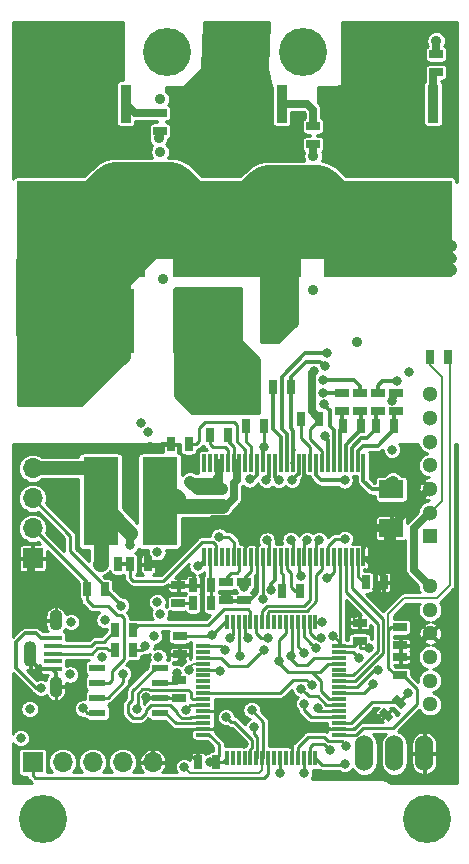
<source format=gtl>
G04 #@! TF.GenerationSoftware,KiCad,Pcbnew,(5.1.2)-1*
G04 #@! TF.CreationDate,2021-03-05T10:29:45+00:00*
G04 #@! TF.ProjectId,BLDC_4,424c4443-5f34-42e6-9b69-6361645f7063,A*
G04 #@! TF.SameCoordinates,Original*
G04 #@! TF.FileFunction,Copper,L1,Top*
G04 #@! TF.FilePolarity,Positive*
%FSLAX46Y46*%
G04 Gerber Fmt 4.6, Leading zero omitted, Abs format (unit mm)*
G04 Created by KiCad (PCBNEW (5.1.2)-1) date 2021-03-05 10:29:45*
%MOMM*%
%LPD*%
G04 APERTURE LIST*
%ADD10O,1.100000X2.200000*%
%ADD11O,1.100000X1.800000*%
%ADD12R,1.500000X0.450000*%
%ADD13O,1.700000X1.700000*%
%ADD14R,1.700000X1.700000*%
%ADD15C,1.300480*%
%ADD16R,10.800080X8.150860*%
%ADD17R,0.899160X3.200400*%
%ADD18O,1.524000X3.048000*%
%ADD19C,4.064000*%
%ADD20R,1.849120X5.499100*%
%ADD21R,2.997200X7.498080*%
%ADD22R,5.000000X4.000000*%
%ADD23R,0.300000X1.300480*%
%ADD24R,1.300480X0.300000*%
%ADD25R,0.299720X1.501140*%
%ADD26R,7.000240X3.599180*%
%ADD27R,1.524000X2.032000*%
%ADD28R,2.032000X1.524000*%
%ADD29R,0.635000X1.143000*%
%ADD30R,1.143000X0.635000*%
%ADD31R,1.399540X0.599440*%
%ADD32R,1.300000X1.300000*%
%ADD33C,1.300000*%
%ADD34C,0.635000*%
%ADD35C,0.150000*%
%ADD36C,0.800000*%
%ADD37C,0.889000*%
%ADD38C,1.524000*%
%ADD39C,0.635000*%
%ADD40C,1.270000*%
%ADD41C,1.143000*%
%ADD42C,0.304800*%
%ADD43C,0.254000*%
%ADD44C,0.406400*%
%ADD45C,0.508000*%
%ADD46C,1.016000*%
%ADD47C,0.203200*%
%ADD48C,2.286000*%
%ADD49C,0.889000*%
%ADD50C,5.080000*%
G04 APERTURE END LIST*
D10*
X80463500Y-127958500D03*
D11*
X82613500Y-130758500D03*
X82613500Y-125158500D03*
D12*
X82363500Y-126658500D03*
X82363500Y-129258500D03*
X82363500Y-127308500D03*
X82363500Y-128608500D03*
X82363500Y-127958500D03*
D13*
X90805000Y-137160000D03*
X88265000Y-137160000D03*
X85725000Y-137160000D03*
X83185000Y-137160000D03*
D14*
X80645000Y-137160000D03*
X80645000Y-119888000D03*
D13*
X80645000Y-117348000D03*
X80645000Y-114808000D03*
X80645000Y-112268000D03*
D14*
X80645000Y-105918000D03*
D13*
X83185000Y-105918000D03*
X80645000Y-103378000D03*
X83185000Y-103378000D03*
D14*
X95885000Y-105918000D03*
D13*
X98425000Y-105918000D03*
X95885000Y-103378000D03*
X98425000Y-103378000D03*
D14*
X108331000Y-78105000D03*
D13*
X110871000Y-78105000D03*
X108331000Y-75565000D03*
X110871000Y-75565000D03*
D14*
X83820000Y-78105000D03*
D13*
X86360000Y-78105000D03*
X83820000Y-75565000D03*
X86360000Y-75565000D03*
X98933000Y-75565000D03*
X96393000Y-75565000D03*
X98933000Y-78105000D03*
D14*
X96393000Y-78105000D03*
D15*
X114300000Y-126253240D03*
X114300000Y-128254760D03*
X114300000Y-130253740D03*
X114300000Y-132255260D03*
X114300000Y-124254260D03*
X114300000Y-122252740D03*
D16*
X84709000Y-92006420D03*
D17*
X88519000Y-81404460D03*
X87249000Y-81404460D03*
X85979000Y-81404460D03*
X83439000Y-81404460D03*
X82169000Y-81404460D03*
X80899000Y-81404460D03*
D18*
X108712000Y-136398000D03*
X111252000Y-136398000D03*
X113792000Y-136398000D03*
D19*
X92000000Y-77000000D03*
X103500000Y-77000000D03*
D20*
X93472000Y-99822000D03*
X88320880Y-99822000D03*
D21*
X91399360Y-115062000D03*
X86400640Y-115062000D03*
D22*
X85090000Y-76962000D03*
X97790000Y-76962000D03*
X109474000Y-76962000D03*
D16*
X110744000Y-92006420D03*
D17*
X114554000Y-81404460D03*
X113284000Y-81404460D03*
X112014000Y-81404460D03*
X109474000Y-81404460D03*
X108204000Y-81404460D03*
X106934000Y-81404460D03*
D16*
X97917000Y-92006420D03*
D17*
X101727000Y-81404460D03*
X100457000Y-81404460D03*
X99187000Y-81404460D03*
X96647000Y-81404460D03*
X95377000Y-81404460D03*
X94107000Y-81404460D03*
D23*
X98587560Y-136814560D03*
X99087940Y-136814560D03*
X99588320Y-136814560D03*
X100088700Y-136814560D03*
X100589080Y-136814560D03*
X97088960Y-136814560D03*
X97586800Y-136814560D03*
X98087180Y-136814560D03*
D24*
X106588560Y-134813040D03*
X106588560Y-134315200D03*
X106588560Y-133814820D03*
X106588560Y-133314440D03*
X106588560Y-132814060D03*
X106588560Y-132313680D03*
X106588560Y-131813300D03*
X106588560Y-131312920D03*
D23*
X104587040Y-125313440D03*
X104089200Y-125313440D03*
X103588820Y-125313440D03*
X103088440Y-125313440D03*
X102588060Y-125313440D03*
X102087680Y-125313440D03*
X101587300Y-125313440D03*
X101086920Y-125313440D03*
D24*
X95087440Y-127314960D03*
X95087440Y-127812800D03*
X95087440Y-128313180D03*
X95087440Y-128813560D03*
X95087440Y-129313940D03*
X95087440Y-129814320D03*
X95087440Y-130314700D03*
X95087440Y-130815080D03*
D23*
X101086920Y-136814560D03*
X101587300Y-136814560D03*
X102087680Y-136814560D03*
D24*
X106588560Y-130815080D03*
X106588560Y-130314700D03*
X106588560Y-129814320D03*
D23*
X100589080Y-125313440D03*
X100088700Y-125313440D03*
X99588320Y-125313440D03*
D24*
X95087440Y-131312920D03*
X95087440Y-131813300D03*
X95087440Y-132313680D03*
D23*
X102588060Y-136814560D03*
X103088440Y-136814560D03*
X103588820Y-136814560D03*
X104089200Y-136814560D03*
X104587040Y-136814560D03*
D24*
X106588560Y-129313940D03*
X106588560Y-128813560D03*
X106588560Y-128313180D03*
X106588560Y-127812800D03*
X106588560Y-127314960D03*
D23*
X99087940Y-125313440D03*
X98587560Y-125313440D03*
X98087180Y-125313440D03*
X97586800Y-125313440D03*
X97088960Y-125313440D03*
D24*
X95087440Y-132814060D03*
X95087440Y-133314440D03*
X95087440Y-133814820D03*
X95087440Y-134315200D03*
X95087440Y-134813040D03*
D25*
X104157780Y-111823500D03*
X103657400Y-111823500D03*
X103157020Y-111823500D03*
X102656640Y-111823500D03*
X102156260Y-111823500D03*
X101658420Y-111823500D03*
X101158040Y-111823500D03*
X100657660Y-111823500D03*
X100157280Y-111823500D03*
X99656900Y-111823500D03*
X99156520Y-111823500D03*
X108656120Y-111823500D03*
X108158280Y-111823500D03*
X107657900Y-111823500D03*
X103157020Y-119824500D03*
X106657140Y-111823500D03*
X106156760Y-111823500D03*
X105656380Y-111823500D03*
X105158540Y-111823500D03*
X104658160Y-111823500D03*
X100657660Y-119824500D03*
X101158040Y-119824500D03*
X101658420Y-119824500D03*
X102156260Y-119824500D03*
X102656640Y-119824500D03*
X107157520Y-111823500D03*
X103657400Y-119824500D03*
X104157780Y-119824500D03*
X104658160Y-119824500D03*
X105158540Y-119824500D03*
X105656380Y-119824500D03*
X106156760Y-119824500D03*
X106657140Y-119824500D03*
X95158560Y-119824500D03*
X95656400Y-119824500D03*
X96156780Y-119824500D03*
X96657160Y-119824500D03*
X97157540Y-119824500D03*
X97657920Y-119824500D03*
X98158300Y-119824500D03*
X98656140Y-119824500D03*
X99156520Y-119824500D03*
X99656900Y-119824500D03*
X100157280Y-119824500D03*
X107157520Y-119824500D03*
X107657900Y-119824500D03*
X108158280Y-119824500D03*
X108656120Y-119824500D03*
X98656140Y-111823500D03*
X98158300Y-111823500D03*
X97657920Y-111823500D03*
X97157540Y-111823500D03*
X96657160Y-111823500D03*
X96156780Y-111823500D03*
X95656400Y-111823500D03*
X95158560Y-111823500D03*
D26*
X101854000Y-115824000D03*
D19*
X114000000Y-142000000D03*
X81500000Y-142000000D03*
D27*
X97409000Y-100711000D03*
X100711000Y-100711000D03*
X97409000Y-98171000D03*
X100711000Y-98171000D03*
D28*
X110998000Y-117348000D03*
X110998000Y-114046000D03*
D29*
X114300000Y-102870000D03*
X115824000Y-102870000D03*
D30*
X111760000Y-129794000D03*
X111760000Y-128270000D03*
D29*
X86360000Y-120396000D03*
X87884000Y-120396000D03*
X88900000Y-120396000D03*
X90424000Y-120396000D03*
X94234000Y-123698000D03*
X95758000Y-123698000D03*
D30*
X97028000Y-121920000D03*
X97028000Y-123444000D03*
D29*
X92329000Y-110236000D03*
X93853000Y-110236000D03*
D30*
X114808000Y-78740000D03*
X114808000Y-77216000D03*
X104394000Y-83312000D03*
X104394000Y-84836000D03*
X91440000Y-82169000D03*
X91440000Y-83693000D03*
X106807000Y-105918000D03*
X106807000Y-107442000D03*
X108331000Y-105918000D03*
X108331000Y-107442000D03*
X109855000Y-105918000D03*
X109855000Y-107442000D03*
X111379000Y-105918000D03*
X111379000Y-107442000D03*
D29*
X89154000Y-125984000D03*
X87630000Y-125984000D03*
X89162000Y-127635000D03*
X87638000Y-127635000D03*
X86762000Y-122500000D03*
X85238000Y-122500000D03*
D31*
X86133000Y-132955000D03*
X91467000Y-132955000D03*
X86133000Y-131685000D03*
X86133000Y-130415000D03*
X86133000Y-129145000D03*
X91467000Y-131685000D03*
X91467000Y-130415000D03*
X91467000Y-129145000D03*
D32*
X114300000Y-118018560D03*
D33*
X114300000Y-114015520D03*
X114300000Y-116017040D03*
X114300000Y-112016540D03*
X114300000Y-110015020D03*
X114300000Y-108013500D03*
X114300000Y-106014520D03*
D30*
X93000000Y-130188000D03*
X93000000Y-131712000D03*
X111760000Y-125730000D03*
X111760000Y-127254000D03*
D29*
X109728000Y-108712000D03*
X111252000Y-108712000D03*
X94615000Y-137160000D03*
X96139000Y-137160000D03*
X106934000Y-108712000D03*
X108458000Y-108712000D03*
X104902000Y-108077000D03*
X103378000Y-108077000D03*
X102489000Y-105410000D03*
X100965000Y-105410000D03*
X100203000Y-108712000D03*
X98679000Y-108712000D03*
X97155000Y-109474000D03*
X95631000Y-109474000D03*
X110363000Y-121920000D03*
X108839000Y-121920000D03*
X101727000Y-122682000D03*
X103251000Y-122682000D03*
D30*
X92964000Y-122174000D03*
X92964000Y-123698000D03*
D29*
X94234000Y-122174000D03*
X95758000Y-122174000D03*
D30*
X93091000Y-128016000D03*
X93091000Y-126492000D03*
X98552000Y-123444000D03*
X98552000Y-121920000D03*
D34*
X110586185Y-133126815D03*
D35*
G36*
X110765790Y-133755433D02*
G01*
X109957567Y-132947210D01*
X110406580Y-132498197D01*
X111214803Y-133306420D01*
X110765790Y-133755433D01*
X110765790Y-133755433D01*
G37*
D34*
X111663815Y-132049185D03*
D35*
G36*
X111843420Y-132677803D02*
G01*
X111035197Y-131869580D01*
X111484210Y-131420567D01*
X112292433Y-132228790D01*
X111843420Y-132677803D01*
X111843420Y-132677803D01*
G37*
D30*
X108331000Y-125349000D03*
X108331000Y-126873000D03*
D36*
X79629000Y-135128000D03*
X88900000Y-117729000D03*
X88900000Y-118800000D03*
X80391000Y-132651500D03*
X85979000Y-114935000D03*
X101473000Y-118237000D03*
X102870000Y-132842000D03*
X107817006Y-124617006D03*
D37*
X90551000Y-110490012D03*
D36*
X103759000Y-115189000D03*
X103709331Y-113221584D03*
X98512630Y-135586518D03*
X109782385Y-122455968D03*
X91823218Y-122684218D03*
X110871000Y-119380000D03*
X110871000Y-118364000D03*
X98552000Y-116840000D03*
X97028000Y-123063000D03*
X99314000Y-117475000D03*
X93321003Y-128553294D03*
X80600000Y-121900000D03*
X86300000Y-126200000D03*
X90255293Y-131671345D03*
X88138000Y-131699000D03*
X84455000Y-110871000D03*
D38*
X94615000Y-97917000D03*
X94615000Y-99441000D03*
D36*
X84928238Y-131104499D03*
D38*
X96139000Y-97917000D03*
X96139000Y-99441000D03*
X94615000Y-100965000D03*
X96139000Y-100965000D03*
D36*
X99187000Y-132731485D03*
X93472000Y-137541000D03*
X97028000Y-133350000D03*
X108286870Y-128330435D03*
X97350000Y-126600000D03*
X100831698Y-122555000D03*
X100132231Y-123334253D03*
X105537000Y-121539000D03*
X91948000Y-114935000D03*
X90805000Y-114935000D03*
X99374925Y-134191906D03*
X94615000Y-120523000D03*
X81343500Y-130873500D03*
X96901000Y-127635000D03*
X98171000Y-128143000D03*
X112394988Y-131318000D03*
X109135117Y-127485117D03*
X106044996Y-126432893D03*
X91200000Y-119400000D03*
X92850000Y-129600000D03*
X95631000Y-137160000D03*
X98552000Y-122301000D03*
X95850000Y-126400000D03*
X107200501Y-135762249D03*
X111049589Y-110692411D03*
X116078000Y-93472000D03*
X116078000Y-94488000D03*
X83900000Y-125300000D03*
X111125000Y-113411000D03*
X93980000Y-113411000D03*
X96647000Y-114046000D03*
X116100000Y-95458000D03*
X101600000Y-138085820D03*
X83820000Y-129730500D03*
X104310799Y-130643738D03*
X100203000Y-110490012D03*
D38*
X110744000Y-81026000D03*
X110744000Y-82804000D03*
X112522000Y-81026000D03*
X112522000Y-82804000D03*
X106934000Y-81026000D03*
X106934000Y-82804000D03*
X108966000Y-81026000D03*
X108966000Y-82804000D03*
X106934000Y-84582000D03*
X108966000Y-84582000D03*
X110744000Y-84582000D03*
X112522000Y-84582000D03*
D36*
X86741000Y-125095000D03*
D38*
X112776000Y-76835000D03*
X97536000Y-76962000D03*
D36*
X105410000Y-103632000D03*
X91200000Y-123600000D03*
D38*
X93980000Y-84836000D03*
X95758000Y-84836000D03*
X97790000Y-84836000D03*
X99822000Y-84836000D03*
X99822000Y-83058000D03*
X97790000Y-83058000D03*
X95758000Y-83058000D03*
X97790000Y-81280000D03*
X99822000Y-81280000D03*
X93980000Y-81280000D03*
X95758000Y-81280000D03*
X93980000Y-83058000D03*
D36*
X104500000Y-104000266D03*
X86500000Y-128267478D03*
D38*
X81026000Y-85090000D03*
X82804000Y-85090000D03*
X84582000Y-85090000D03*
X86360000Y-85090000D03*
X86360000Y-83312000D03*
X84582000Y-83312000D03*
X82804000Y-83312000D03*
X81026000Y-83312000D03*
X81026000Y-81280000D03*
X82804000Y-81280000D03*
X84582000Y-81280000D03*
X86360000Y-81280000D03*
D37*
X91440000Y-81026000D03*
D38*
X81153000Y-76708000D03*
D36*
X101473000Y-113284000D03*
D37*
X108077000Y-101600000D03*
D36*
X105291353Y-106846343D03*
D37*
X91440000Y-85471000D03*
D36*
X91300000Y-128250000D03*
X107061000Y-137287000D03*
X90932000Y-126492000D03*
X105792150Y-136142850D03*
D37*
X114808000Y-76073000D03*
D36*
X99012291Y-113211397D03*
X112483130Y-104116822D03*
X100441730Y-113235361D03*
X91440000Y-124587000D03*
X103632000Y-138085820D03*
X105537509Y-102507217D03*
D37*
X104394000Y-85852000D03*
X104394000Y-97155000D03*
D36*
X102596601Y-113245201D03*
X107051383Y-113293617D03*
D37*
X91313000Y-84328000D03*
D36*
X105383273Y-109569220D03*
D37*
X91694000Y-96266000D03*
D36*
X105264351Y-105868904D03*
X90424000Y-109220000D03*
X105266323Y-104825601D03*
X89789000Y-108458000D03*
X111506000Y-104902000D03*
X111029780Y-106546698D03*
X100505015Y-118375283D03*
X105181969Y-125258511D03*
X105090994Y-126647361D03*
X107061000Y-118237000D03*
X104643484Y-127516758D03*
X104902000Y-118364000D03*
X103885996Y-118364000D03*
X103632000Y-127889000D03*
X100203000Y-127635000D03*
X102489000Y-118364000D03*
X96450000Y-118050000D03*
X96520000Y-129413000D03*
X100584000Y-126619000D03*
X103378000Y-121412000D03*
X90200000Y-127300000D03*
X98850000Y-126650000D03*
X93859398Y-129369533D03*
X93605312Y-132700000D03*
X89453446Y-132677426D03*
X88100000Y-123900000D03*
X88292526Y-129652290D03*
X109474000Y-130556000D03*
X109849234Y-129387867D03*
X84900000Y-132600000D03*
X104775000Y-132588000D03*
X101473000Y-128578582D03*
X103377992Y-130937000D03*
X103632000Y-132207000D03*
X102489000Y-128156220D03*
D39*
X85979000Y-114935000D02*
X86106000Y-115062000D01*
X86106000Y-115062000D02*
X86400640Y-115062000D01*
X88900000Y-118800000D02*
X88900000Y-117729000D01*
D40*
X86400640Y-115229640D02*
X88900000Y-117729000D01*
X86400640Y-115062000D02*
X86400640Y-115229640D01*
X86400640Y-115062000D02*
X86400640Y-116400640D01*
X86400640Y-115062000D02*
X86400640Y-120355360D01*
X86400640Y-120355360D02*
X86360000Y-120396000D01*
D41*
X80645000Y-112268000D02*
X86400640Y-112268000D01*
D42*
X101473000Y-118237000D02*
X101473000Y-116205000D01*
X101473000Y-116205000D02*
X101854000Y-115824000D01*
D43*
X106588560Y-134315200D02*
X107873800Y-134315200D01*
X107873800Y-134315200D02*
X109062185Y-133126815D01*
X109062185Y-133126815D02*
X110037172Y-133126815D01*
X110037172Y-133126815D02*
X110586185Y-133126815D01*
X104267000Y-134239000D02*
X103269999Y-133241999D01*
X104267000Y-134315200D02*
X104267000Y-134239000D01*
X103269999Y-133241999D02*
X102870000Y-132842000D01*
X96139000Y-132969000D02*
X97155000Y-131953000D01*
X101981000Y-131953000D02*
X102470001Y-132442001D01*
X102470001Y-132442001D02*
X102870000Y-132842000D01*
X97155000Y-131953000D02*
X101981000Y-131953000D01*
X108170506Y-124617006D02*
X107817006Y-124617006D01*
X108331000Y-124777500D02*
X108170506Y-124617006D01*
X108331000Y-125349000D02*
X108331000Y-124777500D01*
D44*
X92329000Y-110236000D02*
X91605100Y-110236000D01*
X91605100Y-110236000D02*
X91351088Y-110490012D01*
X91351088Y-110490012D02*
X90551000Y-110490012D01*
D42*
X103657400Y-113169653D02*
X103709331Y-113221584D01*
X103657400Y-111823500D02*
X103657400Y-113169653D01*
D39*
X114300000Y-114030760D02*
X114188240Y-114030760D01*
D43*
X96062800Y-134315200D02*
X97241312Y-134315200D01*
X97241312Y-134315200D02*
X98512630Y-135586518D01*
D39*
X97536000Y-116586000D02*
X95885000Y-116586000D01*
D45*
X90424000Y-120396000D02*
X90424000Y-120224000D01*
X110553500Y-121920000D02*
X110318353Y-121920000D01*
X110318353Y-121920000D02*
X109782385Y-122455968D01*
D43*
X92964000Y-122174000D02*
X92138500Y-122174000D01*
X91823218Y-122489282D02*
X91823218Y-122684218D01*
X92138500Y-122174000D02*
X91823218Y-122489282D01*
X91467000Y-131685000D02*
X92973000Y-131685000D01*
X92973000Y-131685000D02*
X93000000Y-131712000D01*
D46*
X110871000Y-119380000D02*
X110871000Y-118364000D01*
X110871000Y-117475000D02*
X110871000Y-118364000D01*
X110871000Y-117475000D02*
X110998000Y-117348000D01*
D43*
X110553500Y-121920000D02*
X110553500Y-121721880D01*
D42*
X108656120Y-118165880D02*
X109474000Y-117348000D01*
X109474000Y-117348000D02*
X110998000Y-117348000D01*
X108656120Y-119824500D02*
X108656120Y-118165880D01*
D39*
X98552000Y-116840000D02*
X99568000Y-115824000D01*
X99568000Y-115824000D02*
X101854000Y-115824000D01*
X108204000Y-115824000D02*
X109728000Y-117348000D01*
X109728000Y-117348000D02*
X110998000Y-117348000D01*
X101854000Y-115824000D02*
X108204000Y-115824000D01*
D43*
X99314000Y-118364000D02*
X99656900Y-118706900D01*
X98933000Y-118364000D02*
X99314000Y-118364000D01*
X99656900Y-118706900D02*
X99656900Y-119824500D01*
X98656140Y-118640860D02*
X98933000Y-118364000D01*
X98656140Y-119824500D02*
X98656140Y-118640860D01*
X110553500Y-121721880D02*
X108656120Y-119824500D01*
X98933000Y-123444000D02*
X99656900Y-122720100D01*
X99656900Y-122720100D02*
X99656900Y-119824500D01*
X98552000Y-123444000D02*
X98933000Y-123444000D01*
X98552000Y-116840000D02*
X101854000Y-115824000D01*
X92964000Y-122174000D02*
X94234000Y-122174000D01*
X97028000Y-123444000D02*
X98552000Y-123444000D01*
D39*
X92075000Y-120396000D02*
X90424000Y-120396000D01*
X98298000Y-115824000D02*
X97536000Y-116586000D01*
X95885000Y-116586000D02*
X92075000Y-120396000D01*
X101854000Y-115824000D02*
X98298000Y-115824000D01*
X90424000Y-120396000D02*
X90424000Y-119888000D01*
D43*
X97028000Y-123063000D02*
X97028000Y-123444000D01*
X100965000Y-115824000D02*
X99314000Y-117475000D01*
X101854000Y-115824000D02*
X100965000Y-115824000D01*
X101473000Y-115824000D02*
X98933000Y-118364000D01*
X101854000Y-115824000D02*
X101473000Y-115824000D01*
X103809800Y-134315200D02*
X102588060Y-135536940D01*
X102588060Y-135536940D02*
X102588060Y-136814560D01*
X104267000Y-134315200D02*
X103809800Y-134315200D01*
X106588560Y-134315200D02*
X104267000Y-134315200D01*
X95984060Y-132814060D02*
X96139000Y-132969000D01*
X96139000Y-132969000D02*
X96139000Y-134239000D01*
X96139000Y-134239000D02*
X96062800Y-134315200D01*
X96062800Y-134315200D02*
X95087440Y-134315200D01*
X95087440Y-132814060D02*
X95984060Y-132814060D01*
X93268800Y-134315200D02*
X92123260Y-135460740D01*
X95087440Y-134315200D02*
X93268800Y-134315200D01*
D39*
X114188240Y-114030760D02*
X110998000Y-117221000D01*
X110998000Y-117221000D02*
X110998000Y-117348000D01*
D43*
X114300000Y-126253240D02*
X114300000Y-126492000D01*
X91613300Y-131763300D02*
X91500000Y-131650000D01*
X93091000Y-128323291D02*
X93321003Y-128553294D01*
X93091000Y-128016000D02*
X93091000Y-128323291D01*
D40*
X80600000Y-122775000D02*
X80600000Y-121900000D01*
X79925000Y-123450000D02*
X80600000Y-122775000D01*
D45*
X80450000Y-121750000D02*
X80600000Y-121900000D01*
X80450000Y-119728280D02*
X80450000Y-121750000D01*
X82800000Y-123450000D02*
X83000000Y-123250000D01*
X79925000Y-123450000D02*
X82800000Y-123450000D01*
D43*
X84100000Y-126200000D02*
X86300000Y-126200000D01*
X91467000Y-131685000D02*
X90268948Y-131685000D01*
X90268948Y-131685000D02*
X90255293Y-131671345D01*
D42*
X88138000Y-133223000D02*
X87249000Y-134112000D01*
X88138000Y-131699000D02*
X88138000Y-133223000D01*
X83880000Y-123250000D02*
X83000000Y-123250000D01*
X85090000Y-125603000D02*
X85090000Y-124460000D01*
X85090000Y-124460000D02*
X83880000Y-123250000D01*
X84493000Y-126200000D02*
X85090000Y-125603000D01*
X84100000Y-126200000D02*
X84493000Y-126200000D01*
D43*
X92123260Y-135684260D02*
X92710000Y-136271000D01*
X92710000Y-136271000D02*
X93726000Y-136271000D01*
X93726000Y-136271000D02*
X94615000Y-137160000D01*
X92123260Y-135460740D02*
X92123260Y-135684260D01*
X92123260Y-137178000D02*
X92101260Y-137200000D01*
X92123260Y-135684260D02*
X92123260Y-137178000D01*
X111760000Y-127254000D02*
X111760000Y-128270000D01*
X113030000Y-127254000D02*
X111760000Y-127254000D01*
X114030760Y-126253240D02*
X113030000Y-127254000D01*
X114300000Y-126253240D02*
X114030760Y-126253240D01*
D47*
X95758000Y-105029000D02*
X95758000Y-104902000D01*
D40*
X95885000Y-106045000D02*
X95631000Y-106172000D01*
X95631000Y-106172000D02*
X95885000Y-106045000D01*
D42*
X84010500Y-134112000D02*
X85090000Y-134112000D01*
X79925000Y-123450000D02*
X80518000Y-124043000D01*
X87249000Y-134112000D02*
X85090000Y-134112000D01*
X85090000Y-134112000D02*
X84762000Y-134112000D01*
D43*
X82613500Y-132715000D02*
X84010500Y-134112000D01*
X82613500Y-130758500D02*
X82613500Y-132715000D01*
D42*
X82363500Y-129258500D02*
X81252500Y-129258500D01*
X80463500Y-128469500D02*
X80463500Y-127958500D01*
X81252500Y-129258500D02*
X80463500Y-128469500D01*
X82363500Y-129258500D02*
X82363500Y-129353500D01*
X82613500Y-129603500D02*
X82613500Y-130758500D01*
X82363500Y-129353500D02*
X82613500Y-129603500D01*
D43*
X82613500Y-123636500D02*
X82800000Y-123450000D01*
X82613500Y-125158500D02*
X82613500Y-123636500D01*
X100134279Y-136768981D02*
X100134279Y-135920479D01*
X100134279Y-135920479D02*
X100168421Y-135886337D01*
X100168421Y-135886337D02*
X100168421Y-133712906D01*
X100088700Y-136814560D02*
X100134279Y-136768981D01*
X100168421Y-133712906D02*
X99187000Y-132731485D01*
D47*
X100088700Y-137782300D02*
X99822000Y-138049000D01*
X99822000Y-138049000D02*
X93980000Y-138049000D01*
X93980000Y-138049000D02*
X93472000Y-137541000D01*
X100088700Y-136814560D02*
X100088700Y-137782300D01*
D43*
X97427999Y-133749999D02*
X97028000Y-133350000D01*
X99087940Y-136054314D02*
X99202089Y-135940165D01*
X99202089Y-135741618D02*
X99217431Y-135726276D01*
X99087940Y-136814560D02*
X99087940Y-136054314D01*
X99217431Y-135248213D02*
X97719217Y-133749999D01*
X99217431Y-135726276D02*
X99217431Y-135248213D01*
X99202089Y-135940165D02*
X99202089Y-135741618D01*
X97719217Y-133749999D02*
X97427999Y-133749999D01*
X107769235Y-127812800D02*
X107886871Y-127930436D01*
X107886871Y-127930436D02*
X108286870Y-128330435D01*
X106588560Y-127812800D02*
X107769235Y-127812800D01*
X97586800Y-126314200D02*
X97350000Y-126600000D01*
X97586800Y-125313440D02*
X97586800Y-126314200D01*
D42*
X101158040Y-119824500D02*
X101158040Y-121767598D01*
X101158040Y-121767598D02*
X100831698Y-122093940D01*
X100831698Y-122093940D02*
X100831698Y-122555000D01*
D43*
X95656400Y-122072400D02*
X95758000Y-122174000D01*
X95656400Y-119824500D02*
X95656400Y-122072400D01*
X95758000Y-122174000D02*
X95758000Y-123698000D01*
X100132231Y-122768568D02*
X100132231Y-123334253D01*
X100126896Y-122763233D02*
X100132231Y-122768568D01*
X100126896Y-120859454D02*
X100126896Y-122763233D01*
X100157280Y-120829070D02*
X100126896Y-120859454D01*
X100157280Y-119824500D02*
X100157280Y-120829070D01*
X105664000Y-121539000D02*
X105537000Y-121539000D01*
X106156760Y-121046240D02*
X105664000Y-121539000D01*
X106156760Y-119824500D02*
X106156760Y-121046240D01*
X92964000Y-123698000D02*
X94234000Y-123698000D01*
X101658420Y-121089420D02*
X101854000Y-121285000D01*
X101854000Y-121285000D02*
X101854000Y-122555000D01*
X101854000Y-122555000D02*
X101727000Y-122682000D01*
X101658420Y-119824500D02*
X101658420Y-121089420D01*
X102156260Y-120825260D02*
X102489000Y-121158000D01*
X102489000Y-121158000D02*
X102489000Y-122301000D01*
X102489000Y-122301000D02*
X102870000Y-122682000D01*
X102870000Y-122682000D02*
X103251000Y-122682000D01*
X102156260Y-119824500D02*
X102156260Y-120825260D01*
X108158280Y-121429780D02*
X108648500Y-121920000D01*
X108158280Y-119824500D02*
X108158280Y-121429780D01*
D40*
X92943000Y-115443000D02*
X92562000Y-115062000D01*
X92562000Y-115062000D02*
X91399360Y-115062000D01*
D46*
X91948000Y-114935000D02*
X91821000Y-115062000D01*
X91821000Y-115062000D02*
X91399360Y-115062000D01*
X90805000Y-114935000D02*
X90932000Y-115062000D01*
X90932000Y-115062000D02*
X91399360Y-115062000D01*
D39*
X97663000Y-113538000D02*
X97917000Y-113284000D01*
X97663000Y-114808000D02*
X97663000Y-113538000D01*
D42*
X97917000Y-111823500D02*
X98158300Y-111823500D01*
X97657920Y-111823500D02*
X97917000Y-111823500D01*
D39*
X97917000Y-111823500D02*
X97917000Y-113284000D01*
X91399360Y-115021360D02*
X91399360Y-115062000D01*
X97028000Y-115443000D02*
X97663000Y-114808000D01*
D48*
X91399360Y-115062000D02*
X92562000Y-115062000D01*
D40*
X92943000Y-115443000D02*
X96708851Y-115443000D01*
D39*
X96708851Y-115443000D02*
X97028000Y-115443000D01*
D43*
X97657920Y-110484920D02*
X97155000Y-109982000D01*
X97155000Y-109982000D02*
X97155000Y-109474000D01*
X97657920Y-111823500D02*
X97657920Y-110484920D01*
X97157540Y-110746540D02*
X96901000Y-110490000D01*
X96901000Y-110490000D02*
X95885000Y-110490000D01*
X95885000Y-110490000D02*
X95631000Y-110236000D01*
X95631000Y-110236000D02*
X95631000Y-109474000D01*
X97157540Y-111823500D02*
X97157540Y-110746540D01*
X99156520Y-110459520D02*
X98679000Y-109982000D01*
X99156520Y-111823500D02*
X99156520Y-110459520D01*
X98679000Y-109220000D02*
X98679000Y-108712000D01*
X98679000Y-109982000D02*
X98679000Y-109220000D01*
D42*
X100965000Y-108966000D02*
X101658420Y-109659420D01*
X101658420Y-109659420D02*
X101658420Y-111823500D01*
X100965000Y-108966000D02*
X100965000Y-105410000D01*
D43*
X104157780Y-111823500D02*
X104157780Y-110484720D01*
X104157780Y-110484720D02*
X103378000Y-109704940D01*
X103378000Y-109704940D02*
X103378000Y-108902500D01*
X103378000Y-108902500D02*
X103378000Y-108077000D01*
D42*
X106657140Y-111823500D02*
X106657140Y-108988860D01*
X106657140Y-108988860D02*
X106934000Y-108712000D01*
X106807000Y-107442000D02*
X106807000Y-108585000D01*
X106807000Y-108585000D02*
X106934000Y-108712000D01*
X107157520Y-111823500D02*
X107157520Y-110266480D01*
X108458000Y-108966000D02*
X108458000Y-108712000D01*
X107157520Y-110266480D02*
X108458000Y-108966000D01*
X108458000Y-108712000D02*
X108458000Y-107569000D01*
X108458000Y-107569000D02*
X108331000Y-107442000D01*
X107657900Y-111823500D02*
X107657900Y-110528100D01*
X107657900Y-110528100D02*
X108458000Y-109728000D01*
X109728000Y-108925362D02*
X109728000Y-108712000D01*
X108458000Y-109728000D02*
X108925362Y-109728000D01*
X108925362Y-109728000D02*
X109728000Y-108925362D01*
X109728000Y-108712000D02*
X109728000Y-107569000D01*
X109728000Y-107569000D02*
X109855000Y-107442000D01*
X108158280Y-111823500D02*
X108158280Y-110826548D01*
X108158280Y-110826548D02*
X108621828Y-110363000D01*
X108621828Y-110363000D02*
X109855000Y-110363000D01*
X109855000Y-110363000D02*
X111252000Y-108966000D01*
X111252000Y-108966000D02*
X111252000Y-108712000D01*
X111252000Y-108712000D02*
X111252000Y-107569000D01*
X111252000Y-107569000D02*
X111379000Y-107442000D01*
D43*
X99374925Y-134757591D02*
X99374925Y-134191906D01*
X99649241Y-135031907D02*
X99374925Y-134757591D01*
X99633899Y-135920479D02*
X99649241Y-135905137D01*
X99633899Y-136768981D02*
X99633899Y-135920479D01*
X99588320Y-136814560D02*
X99633899Y-136768981D01*
X99649241Y-135905137D02*
X99649241Y-135031907D01*
D39*
X114554000Y-78994000D02*
X114808000Y-78740000D01*
X114554000Y-81404460D02*
X114554000Y-78994000D01*
X104394000Y-81915000D02*
X103883460Y-81404460D01*
X103883460Y-81404460D02*
X101727000Y-81404460D01*
X104394000Y-83312000D02*
X104394000Y-81915000D01*
X89283540Y-82169000D02*
X88519000Y-81404460D01*
X91440000Y-82169000D02*
X89283540Y-82169000D01*
D42*
X87884000Y-120396000D02*
X88900000Y-120396000D01*
D43*
X96156780Y-118762780D02*
X95885000Y-118491000D01*
X96156780Y-119824500D02*
X96156780Y-118762780D01*
X95885000Y-118491000D02*
X94996000Y-118491000D01*
X94996000Y-118491000D02*
X91694000Y-121793000D01*
X91694000Y-121793000D02*
X89154000Y-121793000D01*
X89154000Y-121793000D02*
X88900000Y-121539000D01*
X88900000Y-121539000D02*
X88900000Y-120396000D01*
X98158300Y-120916700D02*
X97917000Y-121158000D01*
X97917000Y-121158000D02*
X97409000Y-121158000D01*
X97409000Y-121158000D02*
X97028000Y-121539000D01*
X97028000Y-121539000D02*
X97028000Y-121920000D01*
X98158300Y-119824500D02*
X98158300Y-120916700D01*
X95158560Y-119979440D02*
X94615000Y-120523000D01*
X95158560Y-119824500D02*
X95158560Y-119979440D01*
X98656140Y-110721140D02*
X97917000Y-109982000D01*
X97917000Y-109982000D02*
X97917000Y-108585000D01*
X97917000Y-108585000D02*
X97663000Y-108331000D01*
X97663000Y-108331000D02*
X95250000Y-108331000D01*
X95250000Y-108331000D02*
X94742000Y-108839000D01*
X94742000Y-108839000D02*
X94742000Y-109982000D01*
X94742000Y-109982000D02*
X94488000Y-110236000D01*
X94488000Y-110236000D02*
X93853000Y-110236000D01*
X98656140Y-111823500D02*
X98656140Y-110721140D01*
D42*
X81343500Y-130873500D02*
X80962500Y-130873500D01*
X80962500Y-130873500D02*
X79248000Y-129159000D01*
X79248000Y-129159000D02*
X79248000Y-127000000D01*
X79248000Y-127000000D02*
X80010000Y-126238000D01*
X80010000Y-126238000D02*
X80899000Y-126238000D01*
X81319500Y-126658500D02*
X82363500Y-126658500D01*
X80899000Y-126238000D02*
X81319500Y-126658500D01*
D43*
X96901000Y-127635000D02*
X96580960Y-127314960D01*
X96580960Y-127314960D02*
X95087440Y-127314960D01*
X98171000Y-128143000D02*
X98087180Y-128059180D01*
X98087180Y-128059180D02*
X98087180Y-125313440D01*
D47*
X114300000Y-116029740D02*
X115316000Y-115013740D01*
X115316000Y-115013740D02*
X115316000Y-104521000D01*
X115316000Y-104521000D02*
X114300000Y-103505000D01*
X114300000Y-103505000D02*
X114300000Y-102870000D01*
D43*
X106588560Y-133814820D02*
X107612180Y-133814820D01*
X107612180Y-133814820D02*
X109377815Y-132049185D01*
X109377815Y-132049185D02*
X111114802Y-132049185D01*
X111114802Y-132049185D02*
X111663815Y-132049185D01*
X112394988Y-131318000D02*
X112394988Y-131318012D01*
X112394988Y-131318012D02*
X111663815Y-132049185D01*
X108569432Y-127485117D02*
X109135117Y-127485117D01*
X108331000Y-127444500D02*
X108371617Y-127485117D01*
X108331000Y-126873000D02*
X108331000Y-127444500D01*
X108371617Y-127485117D02*
X108569432Y-127485117D01*
X106588560Y-126910960D02*
X106110493Y-126432893D01*
X106110493Y-126432893D02*
X106044996Y-126432893D01*
X106588560Y-127314960D02*
X106588560Y-126910960D01*
D39*
X114300000Y-116029740D02*
X114221260Y-116029740D01*
X112903000Y-117348000D02*
X112903000Y-120855740D01*
X114221260Y-116029740D02*
X112903000Y-117348000D01*
D43*
X96400000Y-135625360D02*
X96400000Y-136645000D01*
X95087440Y-134813040D02*
X95587680Y-134813040D01*
X96139000Y-136906000D02*
X96139000Y-137160000D01*
X96400000Y-136645000D02*
X96139000Y-136906000D01*
X95587680Y-134813040D02*
X96400000Y-135625360D01*
X95850000Y-126400000D02*
X95758000Y-126492000D01*
X95758000Y-126492000D02*
X93091000Y-126492000D01*
X93000000Y-130188000D02*
X93000000Y-129750000D01*
X93000000Y-129750000D02*
X92850000Y-129600000D01*
X91467000Y-130415000D02*
X92773000Y-130415000D01*
X92773000Y-130415000D02*
X93000000Y-130188000D01*
X98552000Y-121539000D02*
X98552000Y-121920000D01*
X99156520Y-120934480D02*
X98552000Y-121539000D01*
X99156520Y-119824500D02*
X99156520Y-120934480D01*
X106657140Y-127246380D02*
X106588560Y-127314960D01*
X106657140Y-119824500D02*
X106657140Y-127246380D01*
X107889040Y-127314960D02*
X108331000Y-126873000D01*
X106588560Y-127314960D02*
X107889040Y-127314960D01*
X96936560Y-125313440D02*
X97088960Y-125313440D01*
D45*
X98552000Y-122301000D02*
X98552000Y-121920000D01*
D43*
X96743520Y-137160000D02*
X96139000Y-137160000D01*
X97088960Y-136814560D02*
X96743520Y-137160000D01*
X95631000Y-137160000D02*
X95885000Y-137414000D01*
X93218000Y-126365000D02*
X93091000Y-126492000D01*
X95850000Y-126400000D02*
X96936560Y-125313440D01*
X106800502Y-135362250D02*
X107200501Y-135762249D01*
X105644250Y-135362250D02*
X106800502Y-135362250D01*
X103997760Y-135001000D02*
X105283000Y-135001000D01*
X103088440Y-135910320D02*
X103997760Y-135001000D01*
X105283000Y-135001000D02*
X105644250Y-135362250D01*
X103088440Y-136814560D02*
X103088440Y-135910320D01*
D39*
X112903000Y-120855740D02*
X114300000Y-122252740D01*
D46*
X116078000Y-93472000D02*
X112209580Y-93472000D01*
X112209580Y-93472000D02*
X110744000Y-92006420D01*
D49*
X116078000Y-94488000D02*
X113596420Y-92006420D01*
X113596420Y-92006420D02*
X110744000Y-92006420D01*
D46*
X96647000Y-114046000D02*
X94615000Y-114046000D01*
X94615000Y-114046000D02*
X93980000Y-113411000D01*
D39*
X96012000Y-113411000D02*
X93980000Y-113411000D01*
X96456500Y-112966500D02*
X96012000Y-113411000D01*
X96456500Y-111823500D02*
X96456500Y-112966500D01*
X96393000Y-111887000D02*
X96393000Y-113792000D01*
X96393000Y-113792000D02*
X96647000Y-114046000D01*
D46*
X111125000Y-113411000D02*
X110921802Y-113614198D01*
X110921802Y-113614198D02*
X110998000Y-114046000D01*
D42*
X109347000Y-114046000D02*
X110998000Y-114046000D01*
X108656120Y-113355120D02*
X109347000Y-114046000D01*
X108656120Y-111823500D02*
X108656120Y-113355120D01*
X96329500Y-111823500D02*
X96393000Y-111887000D01*
X96156780Y-111823500D02*
X96329500Y-111823500D01*
X96456500Y-111823500D02*
X96393000Y-111887000D01*
X96657160Y-111823500D02*
X96456500Y-111823500D01*
D44*
X110921802Y-113665000D02*
X110998000Y-114046000D01*
D50*
X97917000Y-92006420D02*
X84709000Y-92006420D01*
X100769420Y-89154000D02*
X97917000Y-92006420D01*
X104648000Y-89154000D02*
X100769420Y-89154000D01*
X107500420Y-92006420D02*
X104648000Y-89154000D01*
X97917000Y-92006420D02*
X107500420Y-92006420D01*
X95308420Y-92006420D02*
X92202000Y-88900000D01*
X92202000Y-88900000D02*
X87815420Y-88900000D01*
X87815420Y-88900000D02*
X84709000Y-92006420D01*
X97917000Y-92006420D02*
X95308420Y-92006420D01*
D39*
X83566000Y-105410000D02*
X81788000Y-105410000D01*
X80010000Y-105410000D02*
X85852000Y-99060000D01*
X85852000Y-93218000D02*
X85852000Y-92202000D01*
X85852000Y-92202000D02*
X84709000Y-92006420D01*
X111056420Y-92006420D02*
X110744000Y-92006420D01*
D48*
X84074000Y-105918000D02*
X83566000Y-105410000D01*
D46*
X111310420Y-92006420D02*
X110744000Y-92006420D01*
X112648420Y-92006420D02*
X110744000Y-92006420D01*
X116100000Y-95458000D02*
X112648420Y-92006420D01*
D50*
X81788000Y-94927420D02*
X84709000Y-92006420D01*
X81788000Y-100769420D02*
X81788000Y-94927420D01*
X90111580Y-92006420D02*
X97917000Y-92006420D01*
X86487000Y-95631000D02*
X90111580Y-92006420D01*
X84709000Y-92006420D02*
X110744000Y-92006420D01*
D40*
X98991420Y-92006420D02*
X100838000Y-93853000D01*
X97917000Y-92006420D02*
X98991420Y-92006420D01*
X100711000Y-94800420D02*
X97917000Y-92006420D01*
X100711000Y-98171000D02*
X100711000Y-94800420D01*
D43*
X101587300Y-136814560D02*
X101587300Y-138073120D01*
X101587300Y-138073120D02*
X101600000Y-138085820D01*
X102658694Y-130232198D02*
X103899259Y-130232198D01*
X103899259Y-130232198D02*
X103910800Y-130243739D01*
X95087440Y-131312920D02*
X101577972Y-131312920D01*
X101577972Y-131312920D02*
X102658694Y-130232198D01*
X103910800Y-130243739D02*
X104310799Y-130643738D01*
D42*
X100157280Y-111823500D02*
X100157280Y-110535732D01*
X100157280Y-110535732D02*
X100203000Y-110490012D01*
D48*
X106934000Y-83312000D02*
X107696000Y-84074000D01*
D39*
X112014000Y-81534000D02*
X111506000Y-81534000D01*
X112522000Y-81026000D02*
X112014000Y-81534000D01*
X113030000Y-82296000D02*
X112522000Y-82804000D01*
X106680000Y-81658460D02*
X107312460Y-81658460D01*
D48*
X112014000Y-81534000D02*
X112014000Y-81404460D01*
X107696000Y-84074000D02*
X109474000Y-83566000D01*
X109474000Y-83566000D02*
X112014000Y-81534000D01*
X106934000Y-81404460D02*
X106934000Y-83312000D01*
X112014000Y-81404460D02*
X111884460Y-81534000D01*
D39*
X106934000Y-82804000D02*
X106934000Y-81788000D01*
X106934000Y-81788000D02*
X106680000Y-81658460D01*
X106680000Y-84328000D02*
X106934000Y-84582000D01*
X112522000Y-84582000D02*
X112522000Y-82804000D01*
X106680000Y-81658460D02*
X106680000Y-84328000D01*
X106934000Y-81404460D02*
X106680000Y-81658460D01*
D40*
X106934000Y-84582000D02*
X108966000Y-84582000D01*
X108966000Y-84582000D02*
X110744000Y-84582000D01*
X110744000Y-84582000D02*
X112522000Y-84582000D01*
X112522000Y-84582000D02*
X112522000Y-84074000D01*
X112522000Y-84074000D02*
X111252000Y-84074000D01*
X111252000Y-84074000D02*
X110744000Y-84582000D01*
X110744000Y-84074000D02*
X110744000Y-84582000D01*
X112522000Y-82804000D02*
X110744000Y-84074000D01*
D39*
X111506000Y-81534000D02*
X110744000Y-81026000D01*
X113284000Y-81404460D02*
X113030000Y-82296000D01*
X107950000Y-81788000D02*
X108204000Y-81404460D01*
X107312460Y-81658460D02*
X107950000Y-81788000D01*
X108204000Y-81534000D02*
X107950000Y-81788000D01*
X108204000Y-81404460D02*
X108204000Y-81534000D01*
X108717080Y-81534000D02*
X113284000Y-81534000D01*
X113284000Y-81534000D02*
X113284000Y-81404460D01*
X108587540Y-81404460D02*
X108717080Y-81534000D01*
X108204000Y-81404460D02*
X108587540Y-81404460D01*
D48*
X111884460Y-81534000D02*
X108717080Y-81534000D01*
D39*
X108966000Y-81026000D02*
X108712000Y-80772000D01*
X108712000Y-80772000D02*
X106934000Y-81026000D01*
X110744000Y-82804000D02*
X110490000Y-83058000D01*
X110490000Y-83058000D02*
X108966000Y-82804000D01*
D43*
X109474000Y-76962000D02*
X109474000Y-81404460D01*
D48*
X108966000Y-77470000D02*
X109474000Y-76962000D01*
X112014000Y-80518000D02*
X108966000Y-77470000D01*
X112014000Y-81404460D02*
X112014000Y-80518000D01*
D47*
X109474000Y-75692000D02*
X111252000Y-75692000D01*
X108966000Y-76962000D02*
X107696000Y-75692000D01*
X109474000Y-76962000D02*
X108966000Y-76962000D01*
D43*
X100203000Y-110490012D02*
X100203000Y-108712000D01*
D42*
X105010001Y-103232001D02*
X105410000Y-103632000D01*
X102489000Y-104533700D02*
X103790707Y-103231993D01*
X103790707Y-103231993D02*
X105009993Y-103231993D01*
X105009993Y-103231993D02*
X105010001Y-103232001D01*
X102730299Y-109080299D02*
X102489000Y-108839000D01*
X102489000Y-108839000D02*
X102489000Y-105410000D01*
X102743000Y-110742728D02*
X102730299Y-110730027D01*
X102730299Y-110730027D02*
X102730299Y-109080299D01*
X102656640Y-111823500D02*
X102656640Y-110829088D01*
X102656640Y-110829088D02*
X102743000Y-110742728D01*
X102656640Y-111823500D02*
X102638870Y-111805730D01*
D39*
X98044000Y-85090000D02*
X97790000Y-84836000D01*
X99822000Y-84836000D02*
X98044000Y-85090000D01*
X97790000Y-83058000D02*
X99822000Y-83058000D01*
X100332540Y-81280000D02*
X99822000Y-81280000D01*
X100457000Y-81404460D02*
X100332540Y-81280000D01*
X93726000Y-82550000D02*
X93980000Y-82804000D01*
X93980000Y-81280000D02*
X93726000Y-82550000D01*
D40*
X95758000Y-83058000D02*
X93980000Y-84836000D01*
X95758000Y-84836000D02*
X95758000Y-83058000D01*
X93980000Y-84836000D02*
X95758000Y-84836000D01*
X93980000Y-83058000D02*
X93980000Y-84836000D01*
X99568000Y-83058000D02*
X97790000Y-84836000D01*
X99822000Y-83058000D02*
X99568000Y-83058000D01*
X99822000Y-84836000D02*
X99822000Y-83058000D01*
X97790000Y-84836000D02*
X99822000Y-84836000D01*
X95758000Y-84836000D02*
X97790000Y-84836000D01*
X99822000Y-81280000D02*
X99822000Y-83058000D01*
D45*
X100457000Y-81404460D02*
X99187000Y-81404460D01*
D40*
X93980000Y-82801460D02*
X93980000Y-83058000D01*
X95377000Y-81404460D02*
X93980000Y-82801460D01*
X94107000Y-81404460D02*
X95377000Y-81404460D01*
X96012000Y-84836000D02*
X97790000Y-83058000D01*
X95758000Y-84836000D02*
X96012000Y-84836000D01*
D39*
X97790000Y-81280000D02*
X95758000Y-81280000D01*
D40*
X95377000Y-81404460D02*
X96647000Y-81404460D01*
D39*
X93980000Y-83058000D02*
X95758000Y-83058000D01*
D47*
X97790000Y-75692000D02*
X96139000Y-75692000D01*
X98171000Y-76962000D02*
X99441000Y-75692000D01*
X97790000Y-76962000D02*
X98171000Y-76962000D01*
D42*
X102489000Y-105410000D02*
X102489000Y-104533700D01*
D39*
X104500000Y-104000266D02*
X104267000Y-104233266D01*
X104267000Y-104233266D02*
X104267000Y-107442000D01*
X104267000Y-107442000D02*
X104902000Y-108077000D01*
D43*
X105158540Y-111823500D02*
X105158540Y-110779958D01*
X105158540Y-110779958D02*
X104140000Y-109761418D01*
X104140000Y-109761418D02*
X104140000Y-108966000D01*
X104140000Y-108966000D02*
X104902000Y-108204000D01*
X104902000Y-108204000D02*
X104902000Y-108077000D01*
D50*
X83312000Y-79756000D02*
X83312000Y-81280000D01*
X83312000Y-81280000D02*
X83185000Y-81404460D01*
D45*
X82169000Y-81404460D02*
X80899000Y-81404460D01*
X85725000Y-81404460D02*
X82169000Y-81404460D01*
X86995000Y-81404460D02*
X85725000Y-81404460D01*
X84836000Y-84836000D02*
X84582000Y-85090000D01*
X86360000Y-85090000D02*
X84836000Y-84836000D01*
X82804000Y-81280000D02*
X81026000Y-81280000D01*
X86360000Y-81280000D02*
X84582000Y-81280000D01*
D40*
X82804000Y-85090000D02*
X81026000Y-83312000D01*
X82804000Y-83312000D02*
X82804000Y-85090000D01*
X81026000Y-83312000D02*
X82804000Y-83312000D01*
X81026000Y-85090000D02*
X81026000Y-83312000D01*
X82804000Y-85090000D02*
X81026000Y-85090000D01*
X84582000Y-85090000D02*
X82804000Y-85090000D01*
X86360000Y-85090000D02*
X84582000Y-85090000D01*
X84582000Y-85090000D02*
X82804000Y-83312000D01*
X84582000Y-83312000D02*
X84582000Y-85090000D01*
X86360000Y-85090000D02*
X86360000Y-83312000D01*
X84582000Y-83312000D02*
X86360000Y-85090000D01*
X86360000Y-83312000D02*
X84582000Y-83312000D01*
X85087460Y-81785460D02*
X84582000Y-81280000D01*
X86360000Y-81785460D02*
X85087460Y-81785460D01*
X85979000Y-81404460D02*
X86360000Y-81785460D01*
X86360000Y-81534000D02*
X84582000Y-83312000D01*
X86360000Y-81280000D02*
X86360000Y-81534000D01*
X86360000Y-83312000D02*
X86360000Y-81280000D01*
D48*
X85979000Y-77851000D02*
X85090000Y-76962000D01*
X85979000Y-81404460D02*
X85979000Y-77851000D01*
D47*
X85090000Y-75692000D02*
X83312000Y-75692000D01*
X87376000Y-75692000D02*
X86868000Y-75692000D01*
D42*
X101158040Y-112969040D02*
X101473000Y-113284000D01*
X101158040Y-111823500D02*
X101158040Y-112969040D01*
X105691352Y-107246342D02*
X105291353Y-106846343D01*
X105791000Y-107345990D02*
X105691352Y-107246342D01*
X106156760Y-109070500D02*
X105791000Y-108704740D01*
X105791000Y-108704740D02*
X105791000Y-107345990D01*
X106156760Y-111823500D02*
X106156760Y-109070500D01*
D43*
X106964480Y-137383520D02*
X107061000Y-137287000D01*
X105156000Y-137383520D02*
X106964480Y-137383520D01*
X104587040Y-136814560D02*
X105156000Y-137383520D01*
X104089200Y-135910320D02*
X104363520Y-135636000D01*
X104089200Y-136814560D02*
X104089200Y-135910320D01*
X105285300Y-135636000D02*
X105792150Y-136142850D01*
X104363520Y-135636000D02*
X105285300Y-135636000D01*
D39*
X114808000Y-76073000D02*
X114808000Y-77216000D01*
D42*
X99656900Y-112878870D02*
X99324373Y-113211397D01*
X99324373Y-113211397D02*
X99012291Y-113211397D01*
X99656900Y-111823500D02*
X99656900Y-112878870D01*
X100657660Y-113019431D02*
X100441730Y-113235361D01*
X100657660Y-111823500D02*
X100657660Y-113019431D01*
D43*
X103588820Y-136814560D02*
X103588820Y-138042640D01*
X103588820Y-138042640D02*
X103632000Y-138085820D01*
D39*
X104394000Y-85852000D02*
X104394000Y-84836000D01*
D42*
X102156260Y-109395260D02*
X102156260Y-111823500D01*
X101727000Y-108966000D02*
X102156260Y-109395260D01*
X101727000Y-104521000D02*
X101727000Y-108966000D01*
X105537509Y-102507217D02*
X103740783Y-102507217D01*
X103740783Y-102507217D02*
X101727000Y-104521000D01*
X102996600Y-112845202D02*
X102596601Y-113245201D01*
X103157020Y-111823500D02*
X103157020Y-112725576D01*
X103157020Y-112725576D02*
X103037394Y-112845202D01*
X103037394Y-112845202D02*
X102996600Y-112845202D01*
X105072907Y-113293617D02*
X106485698Y-113293617D01*
X104658160Y-112878870D02*
X105072907Y-113293617D01*
X104658160Y-111823500D02*
X104658160Y-112878870D01*
X106485698Y-113293617D02*
X107051383Y-113293617D01*
D39*
X91313000Y-84328000D02*
X91440000Y-84201000D01*
X91440000Y-84201000D02*
X91440000Y-83693000D01*
D42*
X105656380Y-109842327D02*
X105383273Y-109569220D01*
X105656380Y-111823500D02*
X105656380Y-109842327D01*
X105264351Y-105868904D02*
X106757904Y-105868904D01*
X106757904Y-105868904D02*
X106807000Y-105918000D01*
X105313447Y-105918000D02*
X105264351Y-105868904D01*
X105266323Y-104825601D02*
X107860901Y-104825601D01*
X107860901Y-104825601D02*
X108331000Y-105295700D01*
X108331000Y-105295700D02*
X108331000Y-105918000D01*
X109855000Y-105918000D02*
X109855000Y-105295700D01*
X109855000Y-105295700D02*
X110248700Y-104902000D01*
X110248700Y-104902000D02*
X110940315Y-104902000D01*
X110940315Y-104902000D02*
X111506000Y-104902000D01*
X111429779Y-105968779D02*
X111429779Y-106146699D01*
X111429779Y-106146699D02*
X111029780Y-106546698D01*
X111379000Y-105918000D02*
X111429779Y-105968779D01*
D43*
X107657900Y-119824500D02*
X107657900Y-122389900D01*
X107657900Y-122389900D02*
X110303831Y-125035831D01*
X110303831Y-125035831D02*
X110303831Y-127923841D01*
X110303831Y-127923841D02*
X107912972Y-130314700D01*
X107912972Y-130314700D02*
X107492800Y-130314700D01*
X107492800Y-130314700D02*
X106588560Y-130314700D01*
X107157520Y-120829070D02*
X107157520Y-119824500D01*
X109872020Y-127744980D02*
X109872020Y-125452378D01*
X109872020Y-125452378D02*
X107157520Y-122737878D01*
X106588560Y-129814320D02*
X107802680Y-129814320D01*
X107802680Y-129814320D02*
X109872020Y-127744980D01*
X107157520Y-122737878D02*
X107157520Y-120829070D01*
X100657660Y-118527928D02*
X100505015Y-118375283D01*
X100657660Y-119824500D02*
X100657660Y-118527928D01*
X104587040Y-125313440D02*
X105127040Y-125313440D01*
X105127040Y-125313440D02*
X105181969Y-125258511D01*
X104089200Y-126217680D02*
X104518881Y-126647361D01*
X104089200Y-125313440D02*
X104089200Y-126217680D01*
X104525309Y-126647361D02*
X105090994Y-126647361D01*
X104518881Y-126647361D02*
X104525309Y-126647361D01*
X106495315Y-118237000D02*
X107061000Y-118237000D01*
X105656380Y-118819930D02*
X106239310Y-118237000D01*
X106239310Y-118237000D02*
X106495315Y-118237000D01*
X105656380Y-119824500D02*
X105656380Y-118819930D01*
X103588820Y-126462094D02*
X104243485Y-127116759D01*
X104243485Y-127116759D02*
X104643484Y-127516758D01*
X103588820Y-125313440D02*
X103588820Y-126462094D01*
X104658160Y-118607840D02*
X104902000Y-118364000D01*
X104658160Y-119824500D02*
X104658160Y-118607840D01*
X103657400Y-118592596D02*
X103885996Y-118364000D01*
X103657400Y-119824500D02*
X103657400Y-118592596D01*
X103088440Y-127345440D02*
X103632000Y-127889000D01*
X103088440Y-125313440D02*
X103088440Y-127345440D01*
X98806000Y-129032000D02*
X99803001Y-128034999D01*
X99803001Y-128034999D02*
X100203000Y-127635000D01*
X96563180Y-128313180D02*
X97282000Y-129032000D01*
X95087440Y-128313180D02*
X96563180Y-128313180D01*
X97282000Y-129032000D02*
X98806000Y-129032000D01*
X102656640Y-118531640D02*
X102489000Y-118364000D01*
X102656640Y-119824500D02*
X102656640Y-118531640D01*
X97222000Y-118050000D02*
X96450000Y-118050000D01*
X97222000Y-118050000D02*
X97657920Y-118485920D01*
X97657920Y-118485920D02*
X97657920Y-119824500D01*
X96420940Y-129313940D02*
X96520000Y-129413000D01*
X95087440Y-129313940D02*
X96420940Y-129313940D01*
X104648000Y-123546670D02*
X104648000Y-121339610D01*
X100589080Y-124462398D02*
X100693079Y-124358399D01*
X104648000Y-121339610D02*
X105158540Y-120829070D01*
X105158540Y-120829070D02*
X105158540Y-119824500D01*
X100589080Y-125313440D02*
X100589080Y-124462398D01*
X103836271Y-124358399D02*
X104648000Y-123546670D01*
X100693079Y-124358399D02*
X103836271Y-124358399D01*
X103657410Y-123926588D02*
X104157780Y-123426218D01*
X100514218Y-123926588D02*
X103657410Y-123926588D01*
X100088700Y-125313440D02*
X100088700Y-124352106D01*
X104157780Y-120829070D02*
X104157780Y-119824500D01*
X100088700Y-124352106D02*
X100514218Y-123926588D01*
X104157780Y-123426218D02*
X104157780Y-120829070D01*
X100018315Y-126619000D02*
X100584000Y-126619000D01*
X99989640Y-126619000D02*
X100018315Y-126619000D01*
X99588320Y-125313440D02*
X99588320Y-126217680D01*
X99588320Y-126217680D02*
X99989640Y-126619000D01*
X103157020Y-121191020D02*
X103378000Y-121412000D01*
X103157020Y-119824500D02*
X103157020Y-121191020D01*
X89583199Y-125554801D02*
X89154000Y-125984000D01*
X95498717Y-125554801D02*
X89583199Y-125554801D01*
X96847518Y-124206000D02*
X95498717Y-125554801D01*
X98884740Y-124206000D02*
X96847518Y-124206000D01*
X99087940Y-125313440D02*
X99087940Y-124409200D01*
X99087940Y-124409200D02*
X98884740Y-124206000D01*
X89162000Y-127550000D02*
X89162000Y-127804000D01*
X90200000Y-127038000D02*
X90200000Y-127300000D01*
X98587560Y-125313440D02*
X98587560Y-126273560D01*
X98587560Y-126273560D02*
X98850000Y-126650000D01*
X89865000Y-127635000D02*
X90200000Y-127300000D01*
X89162000Y-127635000D02*
X89865000Y-127635000D01*
X100256000Y-138504000D02*
X100589080Y-138170920D01*
X100589080Y-138170920D02*
X100589080Y-136814560D01*
X85404260Y-138504000D02*
X100256000Y-138504000D01*
X80885000Y-138504000D02*
X84000000Y-138504000D01*
X80645000Y-138264000D02*
X80885000Y-138504000D01*
X80645000Y-137160000D02*
X80645000Y-138264000D01*
X85404260Y-138504000D02*
X84000000Y-138504000D01*
X84000000Y-138504000D02*
X82169000Y-138504000D01*
D47*
X95087440Y-128813560D02*
X94234000Y-128813560D01*
X93859398Y-129188162D02*
X93859398Y-129369533D01*
X94234000Y-128813560D02*
X93859398Y-129188162D01*
D43*
X93991632Y-132313680D02*
X93605312Y-132700000D01*
X95087440Y-132313680D02*
X93991632Y-132313680D01*
X89528611Y-132602261D02*
X89453446Y-132677426D01*
X94183200Y-131813300D02*
X94050000Y-131680100D01*
X90523389Y-131019521D02*
X90467858Y-130963990D01*
X94050000Y-131250000D02*
X93819521Y-131019521D01*
X94050000Y-131680100D02*
X94050000Y-131250000D01*
X93819521Y-131019521D02*
X90523389Y-131019521D01*
X89940933Y-130963990D02*
X89528611Y-131376312D01*
X90467858Y-130963990D02*
X89940933Y-130963990D01*
X95087440Y-131813300D02*
X94183200Y-131813300D01*
X89528611Y-131376312D02*
X89528611Y-132602261D01*
X85238000Y-122500000D02*
X85238000Y-121900000D01*
X81064760Y-117726760D02*
X80450000Y-117726760D01*
D47*
X86133000Y-130415000D02*
X86280144Y-130415000D01*
D43*
X85238000Y-123465000D02*
X85725000Y-123952000D01*
X85725000Y-123952000D02*
X86995000Y-123952000D01*
X86995000Y-123952000D02*
X87757000Y-124714000D01*
X87757000Y-124714000D02*
X88138000Y-124714000D01*
X88138000Y-124714000D02*
X88392000Y-124968000D01*
X88392000Y-124968000D02*
X88392000Y-128397000D01*
X88392000Y-128397000D02*
X87376000Y-129413000D01*
X87376000Y-129413000D02*
X87376000Y-130175000D01*
X87376000Y-130175000D02*
X87136000Y-130415000D01*
X87136000Y-130415000D02*
X86133000Y-130415000D01*
X85238000Y-122500000D02*
X85238000Y-123465000D01*
X85238000Y-121941000D02*
X85238000Y-122500000D01*
X80645000Y-117348000D02*
X85238000Y-121941000D01*
X88100000Y-123838000D02*
X86762000Y-122500000D01*
X88100000Y-123900000D02*
X88100000Y-123838000D01*
X86533050Y-131685000D02*
X86133000Y-131685000D01*
X88292526Y-130401474D02*
X87009000Y-131685000D01*
X87009000Y-131685000D02*
X86133000Y-131685000D01*
X88292526Y-129652290D02*
X88292526Y-130401474D01*
X80645000Y-114808000D02*
X83820000Y-117983000D01*
X86762000Y-122246000D02*
X86762000Y-122500000D01*
X83820000Y-119304000D02*
X86762000Y-122246000D01*
X83820000Y-117983000D02*
X83820000Y-119304000D01*
X108717080Y-131312920D02*
X109074001Y-130955999D01*
X109074001Y-130955999D02*
X109474000Y-130556000D01*
X106588560Y-131312920D02*
X108717080Y-131312920D01*
X106588560Y-130815080D02*
X108071920Y-130815080D01*
X108071920Y-130815080D02*
X109474000Y-129413000D01*
X109474000Y-129413000D02*
X109824101Y-129413000D01*
X109824101Y-129413000D02*
X109849234Y-129387867D01*
X82363500Y-127308500D02*
X85607000Y-127308500D01*
X85935250Y-126980250D02*
X86657750Y-126980250D01*
X85607000Y-127308500D02*
X85935250Y-126980250D01*
X86657750Y-126980250D02*
X87638000Y-126000000D01*
X87638000Y-127635000D02*
X87058500Y-127635000D01*
X87058500Y-127635000D02*
X86931500Y-127508000D01*
X86931500Y-127508000D02*
X86106000Y-127508000D01*
X85655500Y-127958500D02*
X82363500Y-127958500D01*
X86106000Y-127508000D02*
X85655500Y-127958500D01*
X85255000Y-132955000D02*
X84900000Y-132600000D01*
X86133000Y-132955000D02*
X85255000Y-132955000D01*
X95087440Y-133314440D02*
X94033978Y-133314440D01*
X89115141Y-133382227D02*
X88748645Y-133015731D01*
X93267007Y-133404801D02*
X92900511Y-133038305D01*
X90220127Y-132953851D02*
X89791751Y-133382227D01*
X89096801Y-131910305D02*
X89096801Y-131115149D01*
X92306280Y-132350000D02*
X90641135Y-132350000D01*
X88748645Y-132258461D02*
X89096801Y-131910305D01*
X89096801Y-131115149D02*
X91066950Y-129145000D01*
X91066950Y-129145000D02*
X91467000Y-129145000D01*
X94033978Y-133314440D02*
X93943617Y-133404801D01*
X92900511Y-132944231D02*
X92306280Y-132350000D01*
X90641135Y-132350000D02*
X90220127Y-132771008D01*
X90220127Y-132771008D02*
X90220127Y-132953851D01*
X88748645Y-133015731D02*
X88748645Y-132258461D01*
X93943617Y-133404801D02*
X93267007Y-133404801D01*
X89791751Y-133382227D02*
X89115141Y-133382227D01*
X92900511Y-133038305D02*
X92900511Y-132944231D01*
X91867050Y-132955000D02*
X91467000Y-132955000D01*
X92748661Y-133836611D02*
X91867050Y-132955000D01*
X95087440Y-133814820D02*
X94183200Y-133814820D01*
X94161409Y-133836611D02*
X92748661Y-133836611D01*
X94183200Y-133814820D02*
X94161409Y-133836611D01*
X106588560Y-134813040D02*
X108026263Y-134813040D01*
X108026263Y-134813040D02*
X108600303Y-134239000D01*
X108600303Y-134239000D02*
X111125000Y-134239000D01*
X111125000Y-134239000D02*
X113157000Y-132207000D01*
X113157000Y-132207000D02*
X113157000Y-130937000D01*
X112014000Y-129794000D02*
X111760000Y-129794000D01*
X113157000Y-130937000D02*
X112014000Y-129794000D01*
X111760000Y-129794000D02*
X111379000Y-129794000D01*
X111379000Y-129794000D02*
X110744000Y-129159000D01*
X110744000Y-129159000D02*
X110744000Y-125984000D01*
D47*
X115951000Y-103759000D02*
X115951000Y-102997000D01*
X115951000Y-102997000D02*
X115824000Y-102870000D01*
D43*
X110744000Y-125984000D02*
X110998000Y-125730000D01*
X110998000Y-125730000D02*
X111760000Y-125730000D01*
D47*
X115951000Y-103251000D02*
X115824000Y-103124000D01*
X110744000Y-124587000D02*
X110744000Y-125984000D01*
X114871500Y-123253500D02*
X115951000Y-122174000D01*
X112077500Y-123253500D02*
X114871500Y-123253500D01*
X110744000Y-124587000D02*
X112077500Y-123253500D01*
X115951000Y-103251000D02*
X115951000Y-103759000D01*
X115951000Y-103759000D02*
X115951000Y-122174000D01*
D43*
X106588560Y-132814060D02*
X105001060Y-132814060D01*
X105001060Y-132814060D02*
X104775000Y-132588000D01*
X104123409Y-129540000D02*
X104315260Y-129540000D01*
X104315260Y-129540000D02*
X105029000Y-130253740D01*
X105029000Y-130253740D02*
X105029000Y-131102242D01*
X105029000Y-131102242D02*
X105740058Y-131813300D01*
X105740058Y-131813300D02*
X106588560Y-131813300D01*
X104123409Y-129540000D02*
X102235000Y-129540000D01*
X104376728Y-129540000D02*
X104123409Y-129540000D01*
X104957880Y-129540000D02*
X104376728Y-129540000D01*
X106588560Y-131813300D02*
X106542981Y-131767721D01*
X101473000Y-128096789D02*
X101473000Y-128241563D01*
X101473000Y-128578582D02*
X101473000Y-128778000D01*
X101473000Y-128241563D02*
X101473000Y-128578582D01*
X101473000Y-126832360D02*
X101473000Y-128096789D01*
X101473000Y-128778000D02*
X102235000Y-129540000D01*
X102087680Y-125313440D02*
X102087680Y-126217680D01*
X102087680Y-126217680D02*
X101473000Y-126832360D01*
X106588560Y-128813560D02*
X105684320Y-128813560D01*
X105684320Y-128813560D02*
X104957880Y-129540000D01*
X106588560Y-132313680D02*
X105516680Y-132313680D01*
X105516680Y-132313680D02*
X104775000Y-131572000D01*
X104775000Y-131572000D02*
X104012992Y-131572000D01*
X104012992Y-131572000D02*
X103777991Y-131336999D01*
X103777991Y-131336999D02*
X103377992Y-130937000D01*
X103632000Y-132207000D02*
X103632000Y-132772685D01*
X103632000Y-132772685D02*
X104173755Y-133314440D01*
X104173755Y-133314440D02*
X105684320Y-133314440D01*
X105684320Y-133314440D02*
X106588560Y-133314440D01*
X102489000Y-128156220D02*
X102489000Y-127889000D01*
D47*
X102489000Y-128397000D02*
X102489000Y-128156220D01*
D43*
X102489000Y-127889000D02*
X102588060Y-127789940D01*
X102588060Y-127789940D02*
X102588060Y-125313440D01*
X104477820Y-128313180D02*
X103886000Y-128905000D01*
X103886000Y-128905000D02*
X102997000Y-128905000D01*
X102997000Y-128905000D02*
X102489000Y-128397000D01*
X106588560Y-128313180D02*
X104477820Y-128313180D01*
G36*
X90549013Y-128022191D02*
G01*
X90519000Y-128173078D01*
X90519000Y-128326922D01*
X90549013Y-128477809D01*
X90566682Y-128520465D01*
X90554534Y-128526958D01*
X90496519Y-128574569D01*
X90448908Y-128632584D01*
X90413529Y-128698772D01*
X90391743Y-128770591D01*
X90384387Y-128845280D01*
X90384387Y-129109142D01*
X88755231Y-130738299D01*
X88735854Y-130754201D01*
X88719952Y-130773578D01*
X88719951Y-130773579D01*
X88672372Y-130831554D01*
X88627423Y-130915649D01*
X88625201Y-130919806D01*
X88596153Y-131015564D01*
X88595763Y-131019521D01*
X88586344Y-131115149D01*
X88588802Y-131140103D01*
X88588801Y-131699884D01*
X88407075Y-131881611D01*
X88387698Y-131897513D01*
X88371796Y-131916890D01*
X88371795Y-131916891D01*
X88324216Y-131974866D01*
X88277723Y-132061850D01*
X88277045Y-132063118D01*
X88248688Y-132156600D01*
X88247997Y-132158877D01*
X88238188Y-132258461D01*
X88240646Y-132283415D01*
X88240645Y-132990786D01*
X88238188Y-133015731D01*
X88240645Y-133040675D01*
X88240645Y-133040677D01*
X88247996Y-133115315D01*
X88277044Y-133211073D01*
X88324216Y-133299326D01*
X88387697Y-133376679D01*
X88407080Y-133392586D01*
X88738286Y-133723792D01*
X88754193Y-133743175D01*
X88831546Y-133806656D01*
X88919798Y-133853828D01*
X89015556Y-133882876D01*
X89090194Y-133890227D01*
X89090197Y-133890227D01*
X89115141Y-133892684D01*
X89140085Y-133890227D01*
X89766807Y-133890227D01*
X89791751Y-133892684D01*
X89816695Y-133890227D01*
X89816698Y-133890227D01*
X89891336Y-133882876D01*
X89987094Y-133853828D01*
X90075346Y-133806656D01*
X90152699Y-133743175D01*
X90168606Y-133723793D01*
X90440574Y-133451825D01*
X90448908Y-133467416D01*
X90496519Y-133525431D01*
X90554534Y-133573042D01*
X90620722Y-133608421D01*
X90692541Y-133630207D01*
X90767230Y-133637563D01*
X91831193Y-133637563D01*
X92371811Y-134178182D01*
X92387713Y-134197559D01*
X92407090Y-134213461D01*
X92465065Y-134261040D01*
X92553316Y-134308211D01*
X92553318Y-134308212D01*
X92649076Y-134337260D01*
X92723714Y-134344611D01*
X92723716Y-134344611D01*
X92748660Y-134347068D01*
X92773604Y-134344611D01*
X94107000Y-134344611D01*
X94107000Y-134346952D01*
X94160231Y-134346952D01*
X94161409Y-134347068D01*
X94162587Y-134346952D01*
X94180798Y-134346952D01*
X94107000Y-134420750D01*
X94105402Y-134465200D01*
X94106263Y-134473944D01*
X94083499Y-134516532D01*
X94061713Y-134588351D01*
X94054357Y-134663040D01*
X94054357Y-134963040D01*
X94061713Y-135037729D01*
X94083499Y-135109548D01*
X94118878Y-135175736D01*
X94166489Y-135233751D01*
X94224504Y-135281362D01*
X94290692Y-135316741D01*
X94362511Y-135338527D01*
X94437200Y-135345883D01*
X95402103Y-135345883D01*
X95892000Y-135835781D01*
X95892001Y-136205657D01*
X95821500Y-136205657D01*
X95746811Y-136213013D01*
X95674992Y-136234799D01*
X95608804Y-136270178D01*
X95550789Y-136317789D01*
X95503178Y-136375804D01*
X95495211Y-136390709D01*
X95403191Y-136409013D01*
X95261058Y-136467887D01*
X95244356Y-136479047D01*
X95239041Y-136461526D01*
X95208380Y-136404163D01*
X95167117Y-136353883D01*
X95116837Y-136312620D01*
X95059474Y-136281959D01*
X94997231Y-136263077D01*
X94932500Y-136256702D01*
X94729300Y-136258300D01*
X94646750Y-136340850D01*
X94646750Y-137128250D01*
X94666750Y-137128250D01*
X94666750Y-137191750D01*
X94646750Y-137191750D01*
X94646750Y-137211750D01*
X94583250Y-137211750D01*
X94583250Y-137191750D01*
X94563250Y-137191750D01*
X94563250Y-137128250D01*
X94583250Y-137128250D01*
X94583250Y-136340850D01*
X94500700Y-136258300D01*
X94297500Y-136256702D01*
X94232769Y-136263077D01*
X94170526Y-136281959D01*
X94113163Y-136312620D01*
X94062883Y-136353883D01*
X94021620Y-136404163D01*
X93990959Y-136461526D01*
X93972077Y-136523769D01*
X93965702Y-136588500D01*
X93966904Y-136932383D01*
X93841942Y-136848887D01*
X93699809Y-136790013D01*
X93548922Y-136760000D01*
X93395078Y-136760000D01*
X93244191Y-136790013D01*
X93102058Y-136848887D01*
X92974141Y-136934358D01*
X92865358Y-137043141D01*
X92779887Y-137171058D01*
X92721013Y-137313191D01*
X92691000Y-137464078D01*
X92691000Y-137617922D01*
X92721013Y-137768809D01*
X92779887Y-137910942D01*
X92836721Y-137996000D01*
X91635697Y-137996000D01*
X91649782Y-137984146D01*
X91794333Y-137803501D01*
X91900864Y-137598127D01*
X91965282Y-137375916D01*
X91902224Y-137191750D01*
X90836750Y-137191750D01*
X90836750Y-137211750D01*
X90773250Y-137211750D01*
X90773250Y-137191750D01*
X89707776Y-137191750D01*
X89644718Y-137375916D01*
X89709136Y-137598127D01*
X89815667Y-137803501D01*
X89960218Y-137984146D01*
X89974303Y-137996000D01*
X89171387Y-137996000D01*
X89293491Y-137847216D01*
X89407798Y-137633363D01*
X89478188Y-137401318D01*
X89501956Y-137160000D01*
X89480690Y-136944084D01*
X89644718Y-136944084D01*
X89707776Y-137128250D01*
X90773250Y-137128250D01*
X90773250Y-136062809D01*
X90836750Y-136062809D01*
X90836750Y-137128250D01*
X91902224Y-137128250D01*
X91965282Y-136944084D01*
X91900864Y-136721873D01*
X91794333Y-136516499D01*
X91649782Y-136335854D01*
X91472767Y-136186881D01*
X91270090Y-136075304D01*
X91049540Y-136005412D01*
X91020916Y-135999719D01*
X90836750Y-136062809D01*
X90773250Y-136062809D01*
X90589084Y-135999719D01*
X90560460Y-136005412D01*
X90339910Y-136075304D01*
X90137233Y-136186881D01*
X89960218Y-136335854D01*
X89815667Y-136516499D01*
X89709136Y-136721873D01*
X89644718Y-136944084D01*
X89480690Y-136944084D01*
X89478188Y-136918682D01*
X89407798Y-136686637D01*
X89293491Y-136472784D01*
X89139660Y-136285340D01*
X88952216Y-136131509D01*
X88738363Y-136017202D01*
X88506318Y-135946812D01*
X88325472Y-135929000D01*
X88204528Y-135929000D01*
X88023682Y-135946812D01*
X87791637Y-136017202D01*
X87577784Y-136131509D01*
X87390340Y-136285340D01*
X87236509Y-136472784D01*
X87122202Y-136686637D01*
X87051812Y-136918682D01*
X87028044Y-137160000D01*
X87051812Y-137401318D01*
X87122202Y-137633363D01*
X87236509Y-137847216D01*
X87358613Y-137996000D01*
X86631387Y-137996000D01*
X86753491Y-137847216D01*
X86867798Y-137633363D01*
X86938188Y-137401318D01*
X86961956Y-137160000D01*
X86938188Y-136918682D01*
X86867798Y-136686637D01*
X86753491Y-136472784D01*
X86599660Y-136285340D01*
X86412216Y-136131509D01*
X86198363Y-136017202D01*
X85966318Y-135946812D01*
X85785472Y-135929000D01*
X85664528Y-135929000D01*
X85483682Y-135946812D01*
X85251637Y-136017202D01*
X85037784Y-136131509D01*
X84850340Y-136285340D01*
X84696509Y-136472784D01*
X84582202Y-136686637D01*
X84511812Y-136918682D01*
X84488044Y-137160000D01*
X84511812Y-137401318D01*
X84582202Y-137633363D01*
X84696509Y-137847216D01*
X84818613Y-137996000D01*
X84091387Y-137996000D01*
X84213491Y-137847216D01*
X84327798Y-137633363D01*
X84398188Y-137401318D01*
X84421956Y-137160000D01*
X84398188Y-136918682D01*
X84327798Y-136686637D01*
X84213491Y-136472784D01*
X84059660Y-136285340D01*
X83872216Y-136131509D01*
X83658363Y-136017202D01*
X83426318Y-135946812D01*
X83245472Y-135929000D01*
X83124528Y-135929000D01*
X82943682Y-135946812D01*
X82711637Y-136017202D01*
X82497784Y-136131509D01*
X82310340Y-136285340D01*
X82156509Y-136472784D01*
X82042202Y-136686637D01*
X81971812Y-136918682D01*
X81948044Y-137160000D01*
X81971812Y-137401318D01*
X82042202Y-137633363D01*
X82156509Y-137847216D01*
X82278613Y-137996000D01*
X81877843Y-137996000D01*
X81877843Y-136310000D01*
X81870487Y-136235311D01*
X81848701Y-136163492D01*
X81813322Y-136097304D01*
X81765711Y-136039289D01*
X81707696Y-135991678D01*
X81641508Y-135956299D01*
X81569689Y-135934513D01*
X81495000Y-135927157D01*
X79795000Y-135927157D01*
X79720311Y-135934513D01*
X79648492Y-135956299D01*
X79582304Y-135991678D01*
X79524289Y-136039289D01*
X79476678Y-136097304D01*
X79441299Y-136163492D01*
X79419513Y-136235311D01*
X79412157Y-136310000D01*
X79412157Y-138010000D01*
X79419513Y-138084689D01*
X79441299Y-138156508D01*
X79476678Y-138222696D01*
X79524289Y-138280711D01*
X79582304Y-138328322D01*
X79648492Y-138363701D01*
X79720311Y-138385487D01*
X79795000Y-138392843D01*
X80153227Y-138392843D01*
X80157526Y-138407013D01*
X80173400Y-138459343D01*
X80220571Y-138547595D01*
X80262679Y-138598903D01*
X80284053Y-138624948D01*
X80303430Y-138640850D01*
X80508145Y-138845565D01*
X80524052Y-138864948D01*
X80601405Y-138928429D01*
X80619311Y-138938000D01*
X78956000Y-138938000D01*
X78956000Y-135526547D01*
X79022358Y-135625859D01*
X79131141Y-135734642D01*
X79259058Y-135820113D01*
X79401191Y-135878987D01*
X79552078Y-135909000D01*
X79705922Y-135909000D01*
X79856809Y-135878987D01*
X79998942Y-135820113D01*
X80126859Y-135734642D01*
X80235642Y-135625859D01*
X80321113Y-135497942D01*
X80379987Y-135355809D01*
X80410000Y-135204922D01*
X80410000Y-135051078D01*
X80379987Y-134900191D01*
X80321113Y-134758058D01*
X80235642Y-134630141D01*
X80126859Y-134521358D01*
X79998942Y-134435887D01*
X79856809Y-134377013D01*
X79705922Y-134347000D01*
X79552078Y-134347000D01*
X79401191Y-134377013D01*
X79259058Y-134435887D01*
X79131141Y-134521358D01*
X79022358Y-134630141D01*
X78956000Y-134729453D01*
X78956000Y-132574578D01*
X79610000Y-132574578D01*
X79610000Y-132728422D01*
X79640013Y-132879309D01*
X79698887Y-133021442D01*
X79784358Y-133149359D01*
X79893141Y-133258142D01*
X80021058Y-133343613D01*
X80163191Y-133402487D01*
X80314078Y-133432500D01*
X80467922Y-133432500D01*
X80618809Y-133402487D01*
X80760942Y-133343613D01*
X80888859Y-133258142D01*
X80997642Y-133149359D01*
X81083113Y-133021442D01*
X81141987Y-132879309D01*
X81172000Y-132728422D01*
X81172000Y-132574578D01*
X81141987Y-132423691D01*
X81083113Y-132281558D01*
X80997642Y-132153641D01*
X80888859Y-132044858D01*
X80760942Y-131959387D01*
X80618809Y-131900513D01*
X80467922Y-131870500D01*
X80314078Y-131870500D01*
X80163191Y-131900513D01*
X80021058Y-131959387D01*
X79893141Y-132044858D01*
X79784358Y-132153641D01*
X79698887Y-132281558D01*
X79640013Y-132423691D01*
X79610000Y-132574578D01*
X78956000Y-132574578D01*
X78956000Y-129621341D01*
X80566809Y-131232151D01*
X80583505Y-131252495D01*
X80603849Y-131269191D01*
X80603851Y-131269193D01*
X80632926Y-131293054D01*
X80664725Y-131319151D01*
X80722668Y-131350122D01*
X80736858Y-131371359D01*
X80845641Y-131480142D01*
X80973558Y-131565613D01*
X81115691Y-131624487D01*
X81266578Y-131654500D01*
X81420422Y-131654500D01*
X81571309Y-131624487D01*
X81713442Y-131565613D01*
X81822835Y-131492519D01*
X81899279Y-131623912D01*
X82013554Y-131753346D01*
X82150885Y-131857999D01*
X82305994Y-131933849D01*
X82444537Y-131972331D01*
X82581750Y-131905518D01*
X82581750Y-130790250D01*
X82645250Y-130790250D01*
X82645250Y-131905518D01*
X82782463Y-131972331D01*
X82921006Y-131933849D01*
X83076115Y-131857999D01*
X83213446Y-131753346D01*
X83327721Y-131623912D01*
X83414549Y-131474671D01*
X83470593Y-131311358D01*
X83493700Y-131140250D01*
X83493700Y-130790250D01*
X82645250Y-130790250D01*
X82581750Y-130790250D01*
X82561750Y-130790250D01*
X82561750Y-130726750D01*
X82581750Y-130726750D01*
X82581750Y-130706750D01*
X82645250Y-130706750D01*
X82645250Y-130726750D01*
X83493700Y-130726750D01*
X83493700Y-130440690D01*
X83592191Y-130481487D01*
X83743078Y-130511500D01*
X83896922Y-130511500D01*
X84047809Y-130481487D01*
X84189942Y-130422613D01*
X84317859Y-130337142D01*
X84426642Y-130228359D01*
X84512113Y-130100442D01*
X84570987Y-129958309D01*
X84601000Y-129807422D01*
X84601000Y-129653578D01*
X84570987Y-129502691D01*
X84512113Y-129360558D01*
X84426642Y-129232641D01*
X84317859Y-129123858D01*
X84189942Y-129038387D01*
X84047809Y-128979513D01*
X83896922Y-128949500D01*
X83743078Y-128949500D01*
X83592191Y-128979513D01*
X83450058Y-129038387D01*
X83445180Y-129041646D01*
X83445298Y-129033500D01*
X83444257Y-129022932D01*
X83467201Y-128980008D01*
X83488987Y-128908189D01*
X83496343Y-128833500D01*
X83496343Y-128466500D01*
X85391976Y-128466500D01*
X85358541Y-128469793D01*
X85286722Y-128491579D01*
X85220534Y-128526958D01*
X85162519Y-128574569D01*
X85114908Y-128632584D01*
X85079529Y-128698772D01*
X85057743Y-128770591D01*
X85050387Y-128845280D01*
X85050387Y-129444720D01*
X85057743Y-129519409D01*
X85079529Y-129591228D01*
X85114908Y-129657416D01*
X85162519Y-129715431D01*
X85220534Y-129763042D01*
X85252259Y-129780000D01*
X85220534Y-129796958D01*
X85162519Y-129844569D01*
X85114908Y-129902584D01*
X85079529Y-129968772D01*
X85057743Y-130040591D01*
X85050387Y-130115280D01*
X85050387Y-130714720D01*
X85057743Y-130789409D01*
X85079529Y-130861228D01*
X85114908Y-130927416D01*
X85162519Y-130985431D01*
X85220534Y-131033042D01*
X85252259Y-131050000D01*
X85220534Y-131066958D01*
X85162519Y-131114569D01*
X85114908Y-131172584D01*
X85079529Y-131238772D01*
X85057743Y-131310591D01*
X85050387Y-131385280D01*
X85050387Y-131833613D01*
X84976922Y-131819000D01*
X84823078Y-131819000D01*
X84672191Y-131849013D01*
X84530058Y-131907887D01*
X84402141Y-131993358D01*
X84293358Y-132102141D01*
X84207887Y-132230058D01*
X84149013Y-132372191D01*
X84119000Y-132523078D01*
X84119000Y-132676922D01*
X84149013Y-132827809D01*
X84207887Y-132969942D01*
X84293358Y-133097859D01*
X84402141Y-133206642D01*
X84530058Y-133292113D01*
X84672191Y-133350987D01*
X84823078Y-133381000D01*
X84974344Y-133381000D01*
X85059657Y-133426601D01*
X85099562Y-133438706D01*
X85114908Y-133467416D01*
X85162519Y-133525431D01*
X85220534Y-133573042D01*
X85286722Y-133608421D01*
X85358541Y-133630207D01*
X85433230Y-133637563D01*
X86832770Y-133637563D01*
X86907459Y-133630207D01*
X86979278Y-133608421D01*
X87045466Y-133573042D01*
X87103481Y-133525431D01*
X87151092Y-133467416D01*
X87186471Y-133401228D01*
X87208257Y-133329409D01*
X87215613Y-133254720D01*
X87215613Y-132655280D01*
X87208257Y-132580591D01*
X87186471Y-132508772D01*
X87151092Y-132442584D01*
X87103481Y-132384569D01*
X87045466Y-132336958D01*
X87013741Y-132320000D01*
X87045466Y-132303042D01*
X87103481Y-132255431D01*
X87151092Y-132197416D01*
X87166825Y-132167982D01*
X87204343Y-132156601D01*
X87292595Y-132109429D01*
X87369948Y-132045948D01*
X87385855Y-132026565D01*
X88634091Y-130778329D01*
X88653474Y-130762422D01*
X88716955Y-130685069D01*
X88764127Y-130596817D01*
X88793175Y-130501059D01*
X88800526Y-130426421D01*
X88800526Y-130426418D01*
X88802983Y-130401474D01*
X88800526Y-130376530D01*
X88800526Y-130248791D01*
X88899168Y-130150149D01*
X88984639Y-130022232D01*
X89043513Y-129880099D01*
X89073526Y-129729212D01*
X89073526Y-129575368D01*
X89043513Y-129424481D01*
X88984639Y-129282348D01*
X88899168Y-129154431D01*
X88790385Y-129045648D01*
X88662468Y-128960177D01*
X88580992Y-128926428D01*
X88733571Y-128773850D01*
X88752948Y-128757948D01*
X88788626Y-128714474D01*
X88816429Y-128680596D01*
X88855635Y-128607246D01*
X88863601Y-128592343D01*
X88864511Y-128589343D01*
X89479500Y-128589343D01*
X89554189Y-128581987D01*
X89626008Y-128560201D01*
X89692196Y-128524822D01*
X89750211Y-128477211D01*
X89797822Y-128419196D01*
X89833201Y-128353008D01*
X89854987Y-128281189D01*
X89862343Y-128206500D01*
X89862343Y-128145195D01*
X89865000Y-128145457D01*
X89889944Y-128143000D01*
X89889947Y-128143000D01*
X89964585Y-128135649D01*
X90060343Y-128106601D01*
X90112263Y-128078849D01*
X90123078Y-128081000D01*
X90276922Y-128081000D01*
X90427809Y-128050987D01*
X90559718Y-127996348D01*
X90549013Y-128022191D01*
X90549013Y-128022191D01*
G37*
X90549013Y-128022191D02*
X90519000Y-128173078D01*
X90519000Y-128326922D01*
X90549013Y-128477809D01*
X90566682Y-128520465D01*
X90554534Y-128526958D01*
X90496519Y-128574569D01*
X90448908Y-128632584D01*
X90413529Y-128698772D01*
X90391743Y-128770591D01*
X90384387Y-128845280D01*
X90384387Y-129109142D01*
X88755231Y-130738299D01*
X88735854Y-130754201D01*
X88719952Y-130773578D01*
X88719951Y-130773579D01*
X88672372Y-130831554D01*
X88627423Y-130915649D01*
X88625201Y-130919806D01*
X88596153Y-131015564D01*
X88595763Y-131019521D01*
X88586344Y-131115149D01*
X88588802Y-131140103D01*
X88588801Y-131699884D01*
X88407075Y-131881611D01*
X88387698Y-131897513D01*
X88371796Y-131916890D01*
X88371795Y-131916891D01*
X88324216Y-131974866D01*
X88277723Y-132061850D01*
X88277045Y-132063118D01*
X88248688Y-132156600D01*
X88247997Y-132158877D01*
X88238188Y-132258461D01*
X88240646Y-132283415D01*
X88240645Y-132990786D01*
X88238188Y-133015731D01*
X88240645Y-133040675D01*
X88240645Y-133040677D01*
X88247996Y-133115315D01*
X88277044Y-133211073D01*
X88324216Y-133299326D01*
X88387697Y-133376679D01*
X88407080Y-133392586D01*
X88738286Y-133723792D01*
X88754193Y-133743175D01*
X88831546Y-133806656D01*
X88919798Y-133853828D01*
X89015556Y-133882876D01*
X89090194Y-133890227D01*
X89090197Y-133890227D01*
X89115141Y-133892684D01*
X89140085Y-133890227D01*
X89766807Y-133890227D01*
X89791751Y-133892684D01*
X89816695Y-133890227D01*
X89816698Y-133890227D01*
X89891336Y-133882876D01*
X89987094Y-133853828D01*
X90075346Y-133806656D01*
X90152699Y-133743175D01*
X90168606Y-133723793D01*
X90440574Y-133451825D01*
X90448908Y-133467416D01*
X90496519Y-133525431D01*
X90554534Y-133573042D01*
X90620722Y-133608421D01*
X90692541Y-133630207D01*
X90767230Y-133637563D01*
X91831193Y-133637563D01*
X92371811Y-134178182D01*
X92387713Y-134197559D01*
X92407090Y-134213461D01*
X92465065Y-134261040D01*
X92553316Y-134308211D01*
X92553318Y-134308212D01*
X92649076Y-134337260D01*
X92723714Y-134344611D01*
X92723716Y-134344611D01*
X92748660Y-134347068D01*
X92773604Y-134344611D01*
X94107000Y-134344611D01*
X94107000Y-134346952D01*
X94160231Y-134346952D01*
X94161409Y-134347068D01*
X94162587Y-134346952D01*
X94180798Y-134346952D01*
X94107000Y-134420750D01*
X94105402Y-134465200D01*
X94106263Y-134473944D01*
X94083499Y-134516532D01*
X94061713Y-134588351D01*
X94054357Y-134663040D01*
X94054357Y-134963040D01*
X94061713Y-135037729D01*
X94083499Y-135109548D01*
X94118878Y-135175736D01*
X94166489Y-135233751D01*
X94224504Y-135281362D01*
X94290692Y-135316741D01*
X94362511Y-135338527D01*
X94437200Y-135345883D01*
X95402103Y-135345883D01*
X95892000Y-135835781D01*
X95892001Y-136205657D01*
X95821500Y-136205657D01*
X95746811Y-136213013D01*
X95674992Y-136234799D01*
X95608804Y-136270178D01*
X95550789Y-136317789D01*
X95503178Y-136375804D01*
X95495211Y-136390709D01*
X95403191Y-136409013D01*
X95261058Y-136467887D01*
X95244356Y-136479047D01*
X95239041Y-136461526D01*
X95208380Y-136404163D01*
X95167117Y-136353883D01*
X95116837Y-136312620D01*
X95059474Y-136281959D01*
X94997231Y-136263077D01*
X94932500Y-136256702D01*
X94729300Y-136258300D01*
X94646750Y-136340850D01*
X94646750Y-137128250D01*
X94666750Y-137128250D01*
X94666750Y-137191750D01*
X94646750Y-137191750D01*
X94646750Y-137211750D01*
X94583250Y-137211750D01*
X94583250Y-137191750D01*
X94563250Y-137191750D01*
X94563250Y-137128250D01*
X94583250Y-137128250D01*
X94583250Y-136340850D01*
X94500700Y-136258300D01*
X94297500Y-136256702D01*
X94232769Y-136263077D01*
X94170526Y-136281959D01*
X94113163Y-136312620D01*
X94062883Y-136353883D01*
X94021620Y-136404163D01*
X93990959Y-136461526D01*
X93972077Y-136523769D01*
X93965702Y-136588500D01*
X93966904Y-136932383D01*
X93841942Y-136848887D01*
X93699809Y-136790013D01*
X93548922Y-136760000D01*
X93395078Y-136760000D01*
X93244191Y-136790013D01*
X93102058Y-136848887D01*
X92974141Y-136934358D01*
X92865358Y-137043141D01*
X92779887Y-137171058D01*
X92721013Y-137313191D01*
X92691000Y-137464078D01*
X92691000Y-137617922D01*
X92721013Y-137768809D01*
X92779887Y-137910942D01*
X92836721Y-137996000D01*
X91635697Y-137996000D01*
X91649782Y-137984146D01*
X91794333Y-137803501D01*
X91900864Y-137598127D01*
X91965282Y-137375916D01*
X91902224Y-137191750D01*
X90836750Y-137191750D01*
X90836750Y-137211750D01*
X90773250Y-137211750D01*
X90773250Y-137191750D01*
X89707776Y-137191750D01*
X89644718Y-137375916D01*
X89709136Y-137598127D01*
X89815667Y-137803501D01*
X89960218Y-137984146D01*
X89974303Y-137996000D01*
X89171387Y-137996000D01*
X89293491Y-137847216D01*
X89407798Y-137633363D01*
X89478188Y-137401318D01*
X89501956Y-137160000D01*
X89480690Y-136944084D01*
X89644718Y-136944084D01*
X89707776Y-137128250D01*
X90773250Y-137128250D01*
X90773250Y-136062809D01*
X90836750Y-136062809D01*
X90836750Y-137128250D01*
X91902224Y-137128250D01*
X91965282Y-136944084D01*
X91900864Y-136721873D01*
X91794333Y-136516499D01*
X91649782Y-136335854D01*
X91472767Y-136186881D01*
X91270090Y-136075304D01*
X91049540Y-136005412D01*
X91020916Y-135999719D01*
X90836750Y-136062809D01*
X90773250Y-136062809D01*
X90589084Y-135999719D01*
X90560460Y-136005412D01*
X90339910Y-136075304D01*
X90137233Y-136186881D01*
X89960218Y-136335854D01*
X89815667Y-136516499D01*
X89709136Y-136721873D01*
X89644718Y-136944084D01*
X89480690Y-136944084D01*
X89478188Y-136918682D01*
X89407798Y-136686637D01*
X89293491Y-136472784D01*
X89139660Y-136285340D01*
X88952216Y-136131509D01*
X88738363Y-136017202D01*
X88506318Y-135946812D01*
X88325472Y-135929000D01*
X88204528Y-135929000D01*
X88023682Y-135946812D01*
X87791637Y-136017202D01*
X87577784Y-136131509D01*
X87390340Y-136285340D01*
X87236509Y-136472784D01*
X87122202Y-136686637D01*
X87051812Y-136918682D01*
X87028044Y-137160000D01*
X87051812Y-137401318D01*
X87122202Y-137633363D01*
X87236509Y-137847216D01*
X87358613Y-137996000D01*
X86631387Y-137996000D01*
X86753491Y-137847216D01*
X86867798Y-137633363D01*
X86938188Y-137401318D01*
X86961956Y-137160000D01*
X86938188Y-136918682D01*
X86867798Y-136686637D01*
X86753491Y-136472784D01*
X86599660Y-136285340D01*
X86412216Y-136131509D01*
X86198363Y-136017202D01*
X85966318Y-135946812D01*
X85785472Y-135929000D01*
X85664528Y-135929000D01*
X85483682Y-135946812D01*
X85251637Y-136017202D01*
X85037784Y-136131509D01*
X84850340Y-136285340D01*
X84696509Y-136472784D01*
X84582202Y-136686637D01*
X84511812Y-136918682D01*
X84488044Y-137160000D01*
X84511812Y-137401318D01*
X84582202Y-137633363D01*
X84696509Y-137847216D01*
X84818613Y-137996000D01*
X84091387Y-137996000D01*
X84213491Y-137847216D01*
X84327798Y-137633363D01*
X84398188Y-137401318D01*
X84421956Y-137160000D01*
X84398188Y-136918682D01*
X84327798Y-136686637D01*
X84213491Y-136472784D01*
X84059660Y-136285340D01*
X83872216Y-136131509D01*
X83658363Y-136017202D01*
X83426318Y-135946812D01*
X83245472Y-135929000D01*
X83124528Y-135929000D01*
X82943682Y-135946812D01*
X82711637Y-136017202D01*
X82497784Y-136131509D01*
X82310340Y-136285340D01*
X82156509Y-136472784D01*
X82042202Y-136686637D01*
X81971812Y-136918682D01*
X81948044Y-137160000D01*
X81971812Y-137401318D01*
X82042202Y-137633363D01*
X82156509Y-137847216D01*
X82278613Y-137996000D01*
X81877843Y-137996000D01*
X81877843Y-136310000D01*
X81870487Y-136235311D01*
X81848701Y-136163492D01*
X81813322Y-136097304D01*
X81765711Y-136039289D01*
X81707696Y-135991678D01*
X81641508Y-135956299D01*
X81569689Y-135934513D01*
X81495000Y-135927157D01*
X79795000Y-135927157D01*
X79720311Y-135934513D01*
X79648492Y-135956299D01*
X79582304Y-135991678D01*
X79524289Y-136039289D01*
X79476678Y-136097304D01*
X79441299Y-136163492D01*
X79419513Y-136235311D01*
X79412157Y-136310000D01*
X79412157Y-138010000D01*
X79419513Y-138084689D01*
X79441299Y-138156508D01*
X79476678Y-138222696D01*
X79524289Y-138280711D01*
X79582304Y-138328322D01*
X79648492Y-138363701D01*
X79720311Y-138385487D01*
X79795000Y-138392843D01*
X80153227Y-138392843D01*
X80157526Y-138407013D01*
X80173400Y-138459343D01*
X80220571Y-138547595D01*
X80262679Y-138598903D01*
X80284053Y-138624948D01*
X80303430Y-138640850D01*
X80508145Y-138845565D01*
X80524052Y-138864948D01*
X80601405Y-138928429D01*
X80619311Y-138938000D01*
X78956000Y-138938000D01*
X78956000Y-135526547D01*
X79022358Y-135625859D01*
X79131141Y-135734642D01*
X79259058Y-135820113D01*
X79401191Y-135878987D01*
X79552078Y-135909000D01*
X79705922Y-135909000D01*
X79856809Y-135878987D01*
X79998942Y-135820113D01*
X80126859Y-135734642D01*
X80235642Y-135625859D01*
X80321113Y-135497942D01*
X80379987Y-135355809D01*
X80410000Y-135204922D01*
X80410000Y-135051078D01*
X80379987Y-134900191D01*
X80321113Y-134758058D01*
X80235642Y-134630141D01*
X80126859Y-134521358D01*
X79998942Y-134435887D01*
X79856809Y-134377013D01*
X79705922Y-134347000D01*
X79552078Y-134347000D01*
X79401191Y-134377013D01*
X79259058Y-134435887D01*
X79131141Y-134521358D01*
X79022358Y-134630141D01*
X78956000Y-134729453D01*
X78956000Y-132574578D01*
X79610000Y-132574578D01*
X79610000Y-132728422D01*
X79640013Y-132879309D01*
X79698887Y-133021442D01*
X79784358Y-133149359D01*
X79893141Y-133258142D01*
X80021058Y-133343613D01*
X80163191Y-133402487D01*
X80314078Y-133432500D01*
X80467922Y-133432500D01*
X80618809Y-133402487D01*
X80760942Y-133343613D01*
X80888859Y-133258142D01*
X80997642Y-133149359D01*
X81083113Y-133021442D01*
X81141987Y-132879309D01*
X81172000Y-132728422D01*
X81172000Y-132574578D01*
X81141987Y-132423691D01*
X81083113Y-132281558D01*
X80997642Y-132153641D01*
X80888859Y-132044858D01*
X80760942Y-131959387D01*
X80618809Y-131900513D01*
X80467922Y-131870500D01*
X80314078Y-131870500D01*
X80163191Y-131900513D01*
X80021058Y-131959387D01*
X79893141Y-132044858D01*
X79784358Y-132153641D01*
X79698887Y-132281558D01*
X79640013Y-132423691D01*
X79610000Y-132574578D01*
X78956000Y-132574578D01*
X78956000Y-129621341D01*
X80566809Y-131232151D01*
X80583505Y-131252495D01*
X80603849Y-131269191D01*
X80603851Y-131269193D01*
X80632926Y-131293054D01*
X80664725Y-131319151D01*
X80722668Y-131350122D01*
X80736858Y-131371359D01*
X80845641Y-131480142D01*
X80973558Y-131565613D01*
X81115691Y-131624487D01*
X81266578Y-131654500D01*
X81420422Y-131654500D01*
X81571309Y-131624487D01*
X81713442Y-131565613D01*
X81822835Y-131492519D01*
X81899279Y-131623912D01*
X82013554Y-131753346D01*
X82150885Y-131857999D01*
X82305994Y-131933849D01*
X82444537Y-131972331D01*
X82581750Y-131905518D01*
X82581750Y-130790250D01*
X82645250Y-130790250D01*
X82645250Y-131905518D01*
X82782463Y-131972331D01*
X82921006Y-131933849D01*
X83076115Y-131857999D01*
X83213446Y-131753346D01*
X83327721Y-131623912D01*
X83414549Y-131474671D01*
X83470593Y-131311358D01*
X83493700Y-131140250D01*
X83493700Y-130790250D01*
X82645250Y-130790250D01*
X82581750Y-130790250D01*
X82561750Y-130790250D01*
X82561750Y-130726750D01*
X82581750Y-130726750D01*
X82581750Y-130706750D01*
X82645250Y-130706750D01*
X82645250Y-130726750D01*
X83493700Y-130726750D01*
X83493700Y-130440690D01*
X83592191Y-130481487D01*
X83743078Y-130511500D01*
X83896922Y-130511500D01*
X84047809Y-130481487D01*
X84189942Y-130422613D01*
X84317859Y-130337142D01*
X84426642Y-130228359D01*
X84512113Y-130100442D01*
X84570987Y-129958309D01*
X84601000Y-129807422D01*
X84601000Y-129653578D01*
X84570987Y-129502691D01*
X84512113Y-129360558D01*
X84426642Y-129232641D01*
X84317859Y-129123858D01*
X84189942Y-129038387D01*
X84047809Y-128979513D01*
X83896922Y-128949500D01*
X83743078Y-128949500D01*
X83592191Y-128979513D01*
X83450058Y-129038387D01*
X83445180Y-129041646D01*
X83445298Y-129033500D01*
X83444257Y-129022932D01*
X83467201Y-128980008D01*
X83488987Y-128908189D01*
X83496343Y-128833500D01*
X83496343Y-128466500D01*
X85391976Y-128466500D01*
X85358541Y-128469793D01*
X85286722Y-128491579D01*
X85220534Y-128526958D01*
X85162519Y-128574569D01*
X85114908Y-128632584D01*
X85079529Y-128698772D01*
X85057743Y-128770591D01*
X85050387Y-128845280D01*
X85050387Y-129444720D01*
X85057743Y-129519409D01*
X85079529Y-129591228D01*
X85114908Y-129657416D01*
X85162519Y-129715431D01*
X85220534Y-129763042D01*
X85252259Y-129780000D01*
X85220534Y-129796958D01*
X85162519Y-129844569D01*
X85114908Y-129902584D01*
X85079529Y-129968772D01*
X85057743Y-130040591D01*
X85050387Y-130115280D01*
X85050387Y-130714720D01*
X85057743Y-130789409D01*
X85079529Y-130861228D01*
X85114908Y-130927416D01*
X85162519Y-130985431D01*
X85220534Y-131033042D01*
X85252259Y-131050000D01*
X85220534Y-131066958D01*
X85162519Y-131114569D01*
X85114908Y-131172584D01*
X85079529Y-131238772D01*
X85057743Y-131310591D01*
X85050387Y-131385280D01*
X85050387Y-131833613D01*
X84976922Y-131819000D01*
X84823078Y-131819000D01*
X84672191Y-131849013D01*
X84530058Y-131907887D01*
X84402141Y-131993358D01*
X84293358Y-132102141D01*
X84207887Y-132230058D01*
X84149013Y-132372191D01*
X84119000Y-132523078D01*
X84119000Y-132676922D01*
X84149013Y-132827809D01*
X84207887Y-132969942D01*
X84293358Y-133097859D01*
X84402141Y-133206642D01*
X84530058Y-133292113D01*
X84672191Y-133350987D01*
X84823078Y-133381000D01*
X84974344Y-133381000D01*
X85059657Y-133426601D01*
X85099562Y-133438706D01*
X85114908Y-133467416D01*
X85162519Y-133525431D01*
X85220534Y-133573042D01*
X85286722Y-133608421D01*
X85358541Y-133630207D01*
X85433230Y-133637563D01*
X86832770Y-133637563D01*
X86907459Y-133630207D01*
X86979278Y-133608421D01*
X87045466Y-133573042D01*
X87103481Y-133525431D01*
X87151092Y-133467416D01*
X87186471Y-133401228D01*
X87208257Y-133329409D01*
X87215613Y-133254720D01*
X87215613Y-132655280D01*
X87208257Y-132580591D01*
X87186471Y-132508772D01*
X87151092Y-132442584D01*
X87103481Y-132384569D01*
X87045466Y-132336958D01*
X87013741Y-132320000D01*
X87045466Y-132303042D01*
X87103481Y-132255431D01*
X87151092Y-132197416D01*
X87166825Y-132167982D01*
X87204343Y-132156601D01*
X87292595Y-132109429D01*
X87369948Y-132045948D01*
X87385855Y-132026565D01*
X88634091Y-130778329D01*
X88653474Y-130762422D01*
X88716955Y-130685069D01*
X88764127Y-130596817D01*
X88793175Y-130501059D01*
X88800526Y-130426421D01*
X88800526Y-130426418D01*
X88802983Y-130401474D01*
X88800526Y-130376530D01*
X88800526Y-130248791D01*
X88899168Y-130150149D01*
X88984639Y-130022232D01*
X89043513Y-129880099D01*
X89073526Y-129729212D01*
X89073526Y-129575368D01*
X89043513Y-129424481D01*
X88984639Y-129282348D01*
X88899168Y-129154431D01*
X88790385Y-129045648D01*
X88662468Y-128960177D01*
X88580992Y-128926428D01*
X88733571Y-128773850D01*
X88752948Y-128757948D01*
X88788626Y-128714474D01*
X88816429Y-128680596D01*
X88855635Y-128607246D01*
X88863601Y-128592343D01*
X88864511Y-128589343D01*
X89479500Y-128589343D01*
X89554189Y-128581987D01*
X89626008Y-128560201D01*
X89692196Y-128524822D01*
X89750211Y-128477211D01*
X89797822Y-128419196D01*
X89833201Y-128353008D01*
X89854987Y-128281189D01*
X89862343Y-128206500D01*
X89862343Y-128145195D01*
X89865000Y-128145457D01*
X89889944Y-128143000D01*
X89889947Y-128143000D01*
X89964585Y-128135649D01*
X90060343Y-128106601D01*
X90112263Y-128078849D01*
X90123078Y-128081000D01*
X90276922Y-128081000D01*
X90427809Y-128050987D01*
X90559718Y-127996348D01*
X90549013Y-128022191D01*
G36*
X116544001Y-138938000D02*
G01*
X110993983Y-138938000D01*
X110992845Y-138937059D01*
X110992839Y-138937053D01*
X110992832Y-138937049D01*
X110841597Y-138813704D01*
X110807153Y-138790819D01*
X110773072Y-138767483D01*
X110767479Y-138764459D01*
X110767471Y-138764454D01*
X110767463Y-138764451D01*
X110595149Y-138672830D01*
X110556954Y-138657087D01*
X110518951Y-138640799D01*
X110512869Y-138638916D01*
X110326032Y-138582507D01*
X110285507Y-138574483D01*
X110245064Y-138565886D01*
X110238732Y-138565221D01*
X110044498Y-138546176D01*
X110044493Y-138546176D01*
X110022399Y-138544000D01*
X104265155Y-138544000D01*
X104324113Y-138455762D01*
X104382987Y-138313629D01*
X104413000Y-138162742D01*
X104413000Y-138008898D01*
X104382987Y-137858011D01*
X104376211Y-137841652D01*
X104437040Y-137847643D01*
X104737040Y-137847643D01*
X104811729Y-137840287D01*
X104883548Y-137818501D01*
X104887847Y-137816203D01*
X104892146Y-137818501D01*
X104960657Y-137855121D01*
X105056415Y-137884169D01*
X105131053Y-137891520D01*
X105131056Y-137891520D01*
X105156000Y-137893977D01*
X105180944Y-137891520D01*
X106561019Y-137891520D01*
X106563141Y-137893642D01*
X106691058Y-137979113D01*
X106833191Y-138037987D01*
X106984078Y-138068000D01*
X107137922Y-138068000D01*
X107288809Y-138037987D01*
X107430942Y-137979113D01*
X107558859Y-137893642D01*
X107667642Y-137784859D01*
X107713376Y-137716412D01*
X107757033Y-137798089D01*
X107899868Y-137972133D01*
X108073912Y-138114968D01*
X108272478Y-138221103D01*
X108487934Y-138286461D01*
X108712000Y-138308530D01*
X108936067Y-138286461D01*
X109151523Y-138221103D01*
X109350089Y-138114968D01*
X109524133Y-137972133D01*
X109666968Y-137798089D01*
X109773103Y-137599523D01*
X109838461Y-137384067D01*
X109855000Y-137216146D01*
X109855000Y-135579854D01*
X109838461Y-135411933D01*
X109773103Y-135196477D01*
X109666968Y-134997911D01*
X109524133Y-134823867D01*
X109430470Y-134747000D01*
X110533529Y-134747000D01*
X110439867Y-134823867D01*
X110297032Y-134997912D01*
X110190897Y-135196478D01*
X110125539Y-135411934D01*
X110109000Y-135579855D01*
X110109000Y-137216146D01*
X110125539Y-137384067D01*
X110190898Y-137599523D01*
X110297033Y-137798089D01*
X110439868Y-137972133D01*
X110613912Y-138114968D01*
X110812478Y-138221103D01*
X111027934Y-138286461D01*
X111252000Y-138308530D01*
X111476067Y-138286461D01*
X111691523Y-138221103D01*
X111890089Y-138114968D01*
X112064133Y-137972133D01*
X112206968Y-137798089D01*
X112313103Y-137599523D01*
X112378461Y-137384067D01*
X112395000Y-137216146D01*
X112395000Y-136429750D01*
X112699800Y-136429750D01*
X112699800Y-137191750D01*
X112726980Y-137404218D01*
X112795089Y-137607301D01*
X112901508Y-137793194D01*
X113042149Y-137954754D01*
X113211606Y-138085772D01*
X113403367Y-138181213D01*
X113589855Y-138233330D01*
X113760250Y-138169151D01*
X113760250Y-136429750D01*
X113823750Y-136429750D01*
X113823750Y-138169151D01*
X113994145Y-138233330D01*
X114180633Y-138181213D01*
X114372394Y-138085772D01*
X114541851Y-137954754D01*
X114682492Y-137793194D01*
X114788911Y-137607301D01*
X114857020Y-137404218D01*
X114884200Y-137191750D01*
X114884200Y-136429750D01*
X113823750Y-136429750D01*
X113760250Y-136429750D01*
X112699800Y-136429750D01*
X112395000Y-136429750D01*
X112395000Y-135604250D01*
X112699800Y-135604250D01*
X112699800Y-136366250D01*
X113760250Y-136366250D01*
X113760250Y-134626849D01*
X113823750Y-134626849D01*
X113823750Y-136366250D01*
X114884200Y-136366250D01*
X114884200Y-135604250D01*
X114857020Y-135391782D01*
X114788911Y-135188699D01*
X114682492Y-135002806D01*
X114541851Y-134841246D01*
X114372394Y-134710228D01*
X114180633Y-134614787D01*
X113994145Y-134562670D01*
X113823750Y-134626849D01*
X113760250Y-134626849D01*
X113589855Y-134562670D01*
X113403367Y-134614787D01*
X113211606Y-134710228D01*
X113042149Y-134841246D01*
X112901508Y-135002806D01*
X112795089Y-135188699D01*
X112726980Y-135391782D01*
X112699800Y-135604250D01*
X112395000Y-135604250D01*
X112395000Y-135579854D01*
X112378461Y-135411933D01*
X112313103Y-135196477D01*
X112206968Y-134997911D01*
X112064133Y-134823867D01*
X111890088Y-134681032D01*
X111691522Y-134574897D01*
X111550348Y-134532072D01*
X113372232Y-132710189D01*
X113386127Y-132743735D01*
X113498983Y-132912637D01*
X113642623Y-133056277D01*
X113811525Y-133169133D01*
X113999198Y-133246870D01*
X114198432Y-133286500D01*
X114401568Y-133286500D01*
X114600802Y-133246870D01*
X114788475Y-133169133D01*
X114957377Y-133056277D01*
X115101017Y-132912637D01*
X115213873Y-132743735D01*
X115291610Y-132556062D01*
X115331240Y-132356828D01*
X115331240Y-132153692D01*
X115291610Y-131954458D01*
X115213873Y-131766785D01*
X115101017Y-131597883D01*
X114957377Y-131454243D01*
X114788475Y-131341387D01*
X114600802Y-131263650D01*
X114554802Y-131254500D01*
X114600802Y-131245350D01*
X114788475Y-131167613D01*
X114957377Y-131054757D01*
X115101017Y-130911117D01*
X115213873Y-130742215D01*
X115291610Y-130554542D01*
X115331240Y-130355308D01*
X115331240Y-130152172D01*
X115291610Y-129952938D01*
X115213873Y-129765265D01*
X115101017Y-129596363D01*
X114957377Y-129452723D01*
X114788475Y-129339867D01*
X114600802Y-129262130D01*
X114561186Y-129254250D01*
X114600802Y-129246370D01*
X114788475Y-129168633D01*
X114957377Y-129055777D01*
X115101017Y-128912137D01*
X115213873Y-128743235D01*
X115291610Y-128555562D01*
X115331240Y-128356328D01*
X115331240Y-128153192D01*
X115291610Y-127953958D01*
X115213873Y-127766285D01*
X115101017Y-127597383D01*
X114957377Y-127453743D01*
X114788475Y-127340887D01*
X114600802Y-127263150D01*
X114418666Y-127226921D01*
X114485398Y-127220822D01*
X114670602Y-127166061D01*
X114841563Y-127076220D01*
X114853089Y-127068519D01*
X114915413Y-126913554D01*
X114300000Y-126298141D01*
X113684587Y-126913554D01*
X113746911Y-127068519D01*
X113916592Y-127160756D01*
X114101007Y-127218118D01*
X114182386Y-127226712D01*
X113999198Y-127263150D01*
X113811525Y-127340887D01*
X113642623Y-127453743D01*
X113498983Y-127597383D01*
X113386127Y-127766285D01*
X113308390Y-127953958D01*
X113268760Y-128153192D01*
X113268760Y-128356328D01*
X113308390Y-128555562D01*
X113386127Y-128743235D01*
X113498983Y-128912137D01*
X113642623Y-129055777D01*
X113811525Y-129168633D01*
X113999198Y-129246370D01*
X114038814Y-129254250D01*
X113999198Y-129262130D01*
X113811525Y-129339867D01*
X113642623Y-129452723D01*
X113498983Y-129596363D01*
X113386127Y-129765265D01*
X113308390Y-129952938D01*
X113268760Y-130152172D01*
X113268760Y-130330339D01*
X112714343Y-129775923D01*
X112714343Y-129476500D01*
X112706987Y-129401811D01*
X112685201Y-129329992D01*
X112649822Y-129263804D01*
X112602211Y-129205789D01*
X112544196Y-129158178D01*
X112478008Y-129122799D01*
X112406189Y-129101013D01*
X112331500Y-129093657D01*
X111397077Y-129093657D01*
X111252000Y-128948580D01*
X111252000Y-128919076D01*
X111645700Y-128917700D01*
X111728250Y-128835150D01*
X111728250Y-128301750D01*
X111791750Y-128301750D01*
X111791750Y-128835150D01*
X111874300Y-128917700D01*
X112331500Y-128919298D01*
X112396231Y-128912923D01*
X112458474Y-128894041D01*
X112515837Y-128863380D01*
X112566117Y-128822117D01*
X112607380Y-128771837D01*
X112638041Y-128714474D01*
X112656923Y-128652231D01*
X112663298Y-128587500D01*
X112661700Y-128384300D01*
X112579150Y-128301750D01*
X111791750Y-128301750D01*
X111728250Y-128301750D01*
X111708250Y-128301750D01*
X111708250Y-128238250D01*
X111728250Y-128238250D01*
X111728250Y-127285750D01*
X111791750Y-127285750D01*
X111791750Y-128238250D01*
X112579150Y-128238250D01*
X112661700Y-128155700D01*
X112663298Y-127952500D01*
X112656923Y-127887769D01*
X112638041Y-127825526D01*
X112607380Y-127768163D01*
X112602322Y-127762000D01*
X112607380Y-127755837D01*
X112638041Y-127698474D01*
X112656923Y-127636231D01*
X112663298Y-127571500D01*
X112661700Y-127368300D01*
X112579150Y-127285750D01*
X111791750Y-127285750D01*
X111728250Y-127285750D01*
X111708250Y-127285750D01*
X111708250Y-127222250D01*
X111728250Y-127222250D01*
X111728250Y-126688850D01*
X111791750Y-126688850D01*
X111791750Y-127222250D01*
X112579150Y-127222250D01*
X112661700Y-127139700D01*
X112663298Y-126936500D01*
X112656923Y-126871769D01*
X112638041Y-126809526D01*
X112607380Y-126752163D01*
X112566117Y-126701883D01*
X112515837Y-126660620D01*
X112458474Y-126629959D01*
X112396231Y-126611077D01*
X112331500Y-126604702D01*
X111874300Y-126606300D01*
X111791750Y-126688850D01*
X111728250Y-126688850D01*
X111645700Y-126606300D01*
X111252000Y-126604924D01*
X111252000Y-126430343D01*
X112331500Y-126430343D01*
X112406189Y-126422987D01*
X112478008Y-126401201D01*
X112544196Y-126365822D01*
X112602211Y-126318211D01*
X112649822Y-126260196D01*
X112657244Y-126246309D01*
X113314840Y-126246309D01*
X113332418Y-126438638D01*
X113387179Y-126623842D01*
X113477020Y-126794803D01*
X113484721Y-126806329D01*
X113639686Y-126868653D01*
X114255099Y-126253240D01*
X114344901Y-126253240D01*
X114960314Y-126868653D01*
X115115279Y-126806329D01*
X115207516Y-126636648D01*
X115264878Y-126452233D01*
X115285160Y-126260171D01*
X115267582Y-126067842D01*
X115212821Y-125882638D01*
X115122980Y-125711677D01*
X115115279Y-125700151D01*
X114960314Y-125637827D01*
X114344901Y-126253240D01*
X114255099Y-126253240D01*
X113639686Y-125637827D01*
X113484721Y-125700151D01*
X113392484Y-125869832D01*
X113335122Y-126054247D01*
X113314840Y-126246309D01*
X112657244Y-126246309D01*
X112685201Y-126194008D01*
X112706987Y-126122189D01*
X112714343Y-126047500D01*
X112714343Y-125412500D01*
X112706987Y-125337811D01*
X112685201Y-125265992D01*
X112649822Y-125199804D01*
X112602211Y-125141789D01*
X112544196Y-125094178D01*
X112478008Y-125058799D01*
X112406189Y-125037013D01*
X112331500Y-125029657D01*
X111226600Y-125029657D01*
X111226600Y-124786899D01*
X112277400Y-123736100D01*
X113405962Y-123736100D01*
X113386127Y-123765785D01*
X113308390Y-123953458D01*
X113268760Y-124152692D01*
X113268760Y-124355828D01*
X113308390Y-124555062D01*
X113386127Y-124742735D01*
X113498983Y-124911637D01*
X113642623Y-125055277D01*
X113811525Y-125168133D01*
X113999198Y-125245870D01*
X114172585Y-125280359D01*
X114114602Y-125285658D01*
X113929398Y-125340419D01*
X113758437Y-125430260D01*
X113746911Y-125437961D01*
X113684587Y-125592926D01*
X114300000Y-126208339D01*
X114915413Y-125592926D01*
X114853089Y-125437961D01*
X114683408Y-125345724D01*
X114498993Y-125288362D01*
X114425955Y-125280649D01*
X114600802Y-125245870D01*
X114788475Y-125168133D01*
X114957377Y-125055277D01*
X115101017Y-124911637D01*
X115213873Y-124742735D01*
X115291610Y-124555062D01*
X115331240Y-124355828D01*
X115331240Y-124152692D01*
X115291610Y-123953458D01*
X115213873Y-123765785D01*
X115140964Y-123656669D01*
X115214401Y-123596401D01*
X115229517Y-123577982D01*
X116275488Y-122532012D01*
X116293901Y-122516901D01*
X116310773Y-122496343D01*
X116354208Y-122443416D01*
X116355317Y-122441343D01*
X116399022Y-122359577D01*
X116411027Y-122320000D01*
X116426617Y-122268607D01*
X116435935Y-122174000D01*
X116433600Y-122150293D01*
X116433600Y-110192000D01*
X116544000Y-110192000D01*
X116544001Y-138938000D01*
X116544001Y-138938000D01*
G37*
X116544001Y-138938000D02*
X110993983Y-138938000D01*
X110992845Y-138937059D01*
X110992839Y-138937053D01*
X110992832Y-138937049D01*
X110841597Y-138813704D01*
X110807153Y-138790819D01*
X110773072Y-138767483D01*
X110767479Y-138764459D01*
X110767471Y-138764454D01*
X110767463Y-138764451D01*
X110595149Y-138672830D01*
X110556954Y-138657087D01*
X110518951Y-138640799D01*
X110512869Y-138638916D01*
X110326032Y-138582507D01*
X110285507Y-138574483D01*
X110245064Y-138565886D01*
X110238732Y-138565221D01*
X110044498Y-138546176D01*
X110044493Y-138546176D01*
X110022399Y-138544000D01*
X104265155Y-138544000D01*
X104324113Y-138455762D01*
X104382987Y-138313629D01*
X104413000Y-138162742D01*
X104413000Y-138008898D01*
X104382987Y-137858011D01*
X104376211Y-137841652D01*
X104437040Y-137847643D01*
X104737040Y-137847643D01*
X104811729Y-137840287D01*
X104883548Y-137818501D01*
X104887847Y-137816203D01*
X104892146Y-137818501D01*
X104960657Y-137855121D01*
X105056415Y-137884169D01*
X105131053Y-137891520D01*
X105131056Y-137891520D01*
X105156000Y-137893977D01*
X105180944Y-137891520D01*
X106561019Y-137891520D01*
X106563141Y-137893642D01*
X106691058Y-137979113D01*
X106833191Y-138037987D01*
X106984078Y-138068000D01*
X107137922Y-138068000D01*
X107288809Y-138037987D01*
X107430942Y-137979113D01*
X107558859Y-137893642D01*
X107667642Y-137784859D01*
X107713376Y-137716412D01*
X107757033Y-137798089D01*
X107899868Y-137972133D01*
X108073912Y-138114968D01*
X108272478Y-138221103D01*
X108487934Y-138286461D01*
X108712000Y-138308530D01*
X108936067Y-138286461D01*
X109151523Y-138221103D01*
X109350089Y-138114968D01*
X109524133Y-137972133D01*
X109666968Y-137798089D01*
X109773103Y-137599523D01*
X109838461Y-137384067D01*
X109855000Y-137216146D01*
X109855000Y-135579854D01*
X109838461Y-135411933D01*
X109773103Y-135196477D01*
X109666968Y-134997911D01*
X109524133Y-134823867D01*
X109430470Y-134747000D01*
X110533529Y-134747000D01*
X110439867Y-134823867D01*
X110297032Y-134997912D01*
X110190897Y-135196478D01*
X110125539Y-135411934D01*
X110109000Y-135579855D01*
X110109000Y-137216146D01*
X110125539Y-137384067D01*
X110190898Y-137599523D01*
X110297033Y-137798089D01*
X110439868Y-137972133D01*
X110613912Y-138114968D01*
X110812478Y-138221103D01*
X111027934Y-138286461D01*
X111252000Y-138308530D01*
X111476067Y-138286461D01*
X111691523Y-138221103D01*
X111890089Y-138114968D01*
X112064133Y-137972133D01*
X112206968Y-137798089D01*
X112313103Y-137599523D01*
X112378461Y-137384067D01*
X112395000Y-137216146D01*
X112395000Y-136429750D01*
X112699800Y-136429750D01*
X112699800Y-137191750D01*
X112726980Y-137404218D01*
X112795089Y-137607301D01*
X112901508Y-137793194D01*
X113042149Y-137954754D01*
X113211606Y-138085772D01*
X113403367Y-138181213D01*
X113589855Y-138233330D01*
X113760250Y-138169151D01*
X113760250Y-136429750D01*
X113823750Y-136429750D01*
X113823750Y-138169151D01*
X113994145Y-138233330D01*
X114180633Y-138181213D01*
X114372394Y-138085772D01*
X114541851Y-137954754D01*
X114682492Y-137793194D01*
X114788911Y-137607301D01*
X114857020Y-137404218D01*
X114884200Y-137191750D01*
X114884200Y-136429750D01*
X113823750Y-136429750D01*
X113760250Y-136429750D01*
X112699800Y-136429750D01*
X112395000Y-136429750D01*
X112395000Y-135604250D01*
X112699800Y-135604250D01*
X112699800Y-136366250D01*
X113760250Y-136366250D01*
X113760250Y-134626849D01*
X113823750Y-134626849D01*
X113823750Y-136366250D01*
X114884200Y-136366250D01*
X114884200Y-135604250D01*
X114857020Y-135391782D01*
X114788911Y-135188699D01*
X114682492Y-135002806D01*
X114541851Y-134841246D01*
X114372394Y-134710228D01*
X114180633Y-134614787D01*
X113994145Y-134562670D01*
X113823750Y-134626849D01*
X113760250Y-134626849D01*
X113589855Y-134562670D01*
X113403367Y-134614787D01*
X113211606Y-134710228D01*
X113042149Y-134841246D01*
X112901508Y-135002806D01*
X112795089Y-135188699D01*
X112726980Y-135391782D01*
X112699800Y-135604250D01*
X112395000Y-135604250D01*
X112395000Y-135579854D01*
X112378461Y-135411933D01*
X112313103Y-135196477D01*
X112206968Y-134997911D01*
X112064133Y-134823867D01*
X111890088Y-134681032D01*
X111691522Y-134574897D01*
X111550348Y-134532072D01*
X113372232Y-132710189D01*
X113386127Y-132743735D01*
X113498983Y-132912637D01*
X113642623Y-133056277D01*
X113811525Y-133169133D01*
X113999198Y-133246870D01*
X114198432Y-133286500D01*
X114401568Y-133286500D01*
X114600802Y-133246870D01*
X114788475Y-133169133D01*
X114957377Y-133056277D01*
X115101017Y-132912637D01*
X115213873Y-132743735D01*
X115291610Y-132556062D01*
X115331240Y-132356828D01*
X115331240Y-132153692D01*
X115291610Y-131954458D01*
X115213873Y-131766785D01*
X115101017Y-131597883D01*
X114957377Y-131454243D01*
X114788475Y-131341387D01*
X114600802Y-131263650D01*
X114554802Y-131254500D01*
X114600802Y-131245350D01*
X114788475Y-131167613D01*
X114957377Y-131054757D01*
X115101017Y-130911117D01*
X115213873Y-130742215D01*
X115291610Y-130554542D01*
X115331240Y-130355308D01*
X115331240Y-130152172D01*
X115291610Y-129952938D01*
X115213873Y-129765265D01*
X115101017Y-129596363D01*
X114957377Y-129452723D01*
X114788475Y-129339867D01*
X114600802Y-129262130D01*
X114561186Y-129254250D01*
X114600802Y-129246370D01*
X114788475Y-129168633D01*
X114957377Y-129055777D01*
X115101017Y-128912137D01*
X115213873Y-128743235D01*
X115291610Y-128555562D01*
X115331240Y-128356328D01*
X115331240Y-128153192D01*
X115291610Y-127953958D01*
X115213873Y-127766285D01*
X115101017Y-127597383D01*
X114957377Y-127453743D01*
X114788475Y-127340887D01*
X114600802Y-127263150D01*
X114418666Y-127226921D01*
X114485398Y-127220822D01*
X114670602Y-127166061D01*
X114841563Y-127076220D01*
X114853089Y-127068519D01*
X114915413Y-126913554D01*
X114300000Y-126298141D01*
X113684587Y-126913554D01*
X113746911Y-127068519D01*
X113916592Y-127160756D01*
X114101007Y-127218118D01*
X114182386Y-127226712D01*
X113999198Y-127263150D01*
X113811525Y-127340887D01*
X113642623Y-127453743D01*
X113498983Y-127597383D01*
X113386127Y-127766285D01*
X113308390Y-127953958D01*
X113268760Y-128153192D01*
X113268760Y-128356328D01*
X113308390Y-128555562D01*
X113386127Y-128743235D01*
X113498983Y-128912137D01*
X113642623Y-129055777D01*
X113811525Y-129168633D01*
X113999198Y-129246370D01*
X114038814Y-129254250D01*
X113999198Y-129262130D01*
X113811525Y-129339867D01*
X113642623Y-129452723D01*
X113498983Y-129596363D01*
X113386127Y-129765265D01*
X113308390Y-129952938D01*
X113268760Y-130152172D01*
X113268760Y-130330339D01*
X112714343Y-129775923D01*
X112714343Y-129476500D01*
X112706987Y-129401811D01*
X112685201Y-129329992D01*
X112649822Y-129263804D01*
X112602211Y-129205789D01*
X112544196Y-129158178D01*
X112478008Y-129122799D01*
X112406189Y-129101013D01*
X112331500Y-129093657D01*
X111397077Y-129093657D01*
X111252000Y-128948580D01*
X111252000Y-128919076D01*
X111645700Y-128917700D01*
X111728250Y-128835150D01*
X111728250Y-128301750D01*
X111791750Y-128301750D01*
X111791750Y-128835150D01*
X111874300Y-128917700D01*
X112331500Y-128919298D01*
X112396231Y-128912923D01*
X112458474Y-128894041D01*
X112515837Y-128863380D01*
X112566117Y-128822117D01*
X112607380Y-128771837D01*
X112638041Y-128714474D01*
X112656923Y-128652231D01*
X112663298Y-128587500D01*
X112661700Y-128384300D01*
X112579150Y-128301750D01*
X111791750Y-128301750D01*
X111728250Y-128301750D01*
X111708250Y-128301750D01*
X111708250Y-128238250D01*
X111728250Y-128238250D01*
X111728250Y-127285750D01*
X111791750Y-127285750D01*
X111791750Y-128238250D01*
X112579150Y-128238250D01*
X112661700Y-128155700D01*
X112663298Y-127952500D01*
X112656923Y-127887769D01*
X112638041Y-127825526D01*
X112607380Y-127768163D01*
X112602322Y-127762000D01*
X112607380Y-127755837D01*
X112638041Y-127698474D01*
X112656923Y-127636231D01*
X112663298Y-127571500D01*
X112661700Y-127368300D01*
X112579150Y-127285750D01*
X111791750Y-127285750D01*
X111728250Y-127285750D01*
X111708250Y-127285750D01*
X111708250Y-127222250D01*
X111728250Y-127222250D01*
X111728250Y-126688850D01*
X111791750Y-126688850D01*
X111791750Y-127222250D01*
X112579150Y-127222250D01*
X112661700Y-127139700D01*
X112663298Y-126936500D01*
X112656923Y-126871769D01*
X112638041Y-126809526D01*
X112607380Y-126752163D01*
X112566117Y-126701883D01*
X112515837Y-126660620D01*
X112458474Y-126629959D01*
X112396231Y-126611077D01*
X112331500Y-126604702D01*
X111874300Y-126606300D01*
X111791750Y-126688850D01*
X111728250Y-126688850D01*
X111645700Y-126606300D01*
X111252000Y-126604924D01*
X111252000Y-126430343D01*
X112331500Y-126430343D01*
X112406189Y-126422987D01*
X112478008Y-126401201D01*
X112544196Y-126365822D01*
X112602211Y-126318211D01*
X112649822Y-126260196D01*
X112657244Y-126246309D01*
X113314840Y-126246309D01*
X113332418Y-126438638D01*
X113387179Y-126623842D01*
X113477020Y-126794803D01*
X113484721Y-126806329D01*
X113639686Y-126868653D01*
X114255099Y-126253240D01*
X114344901Y-126253240D01*
X114960314Y-126868653D01*
X115115279Y-126806329D01*
X115207516Y-126636648D01*
X115264878Y-126452233D01*
X115285160Y-126260171D01*
X115267582Y-126067842D01*
X115212821Y-125882638D01*
X115122980Y-125711677D01*
X115115279Y-125700151D01*
X114960314Y-125637827D01*
X114344901Y-126253240D01*
X114255099Y-126253240D01*
X113639686Y-125637827D01*
X113484721Y-125700151D01*
X113392484Y-125869832D01*
X113335122Y-126054247D01*
X113314840Y-126246309D01*
X112657244Y-126246309D01*
X112685201Y-126194008D01*
X112706987Y-126122189D01*
X112714343Y-126047500D01*
X112714343Y-125412500D01*
X112706987Y-125337811D01*
X112685201Y-125265992D01*
X112649822Y-125199804D01*
X112602211Y-125141789D01*
X112544196Y-125094178D01*
X112478008Y-125058799D01*
X112406189Y-125037013D01*
X112331500Y-125029657D01*
X111226600Y-125029657D01*
X111226600Y-124786899D01*
X112277400Y-123736100D01*
X113405962Y-123736100D01*
X113386127Y-123765785D01*
X113308390Y-123953458D01*
X113268760Y-124152692D01*
X113268760Y-124355828D01*
X113308390Y-124555062D01*
X113386127Y-124742735D01*
X113498983Y-124911637D01*
X113642623Y-125055277D01*
X113811525Y-125168133D01*
X113999198Y-125245870D01*
X114172585Y-125280359D01*
X114114602Y-125285658D01*
X113929398Y-125340419D01*
X113758437Y-125430260D01*
X113746911Y-125437961D01*
X113684587Y-125592926D01*
X114300000Y-126208339D01*
X114915413Y-125592926D01*
X114853089Y-125437961D01*
X114683408Y-125345724D01*
X114498993Y-125288362D01*
X114425955Y-125280649D01*
X114600802Y-125245870D01*
X114788475Y-125168133D01*
X114957377Y-125055277D01*
X115101017Y-124911637D01*
X115213873Y-124742735D01*
X115291610Y-124555062D01*
X115331240Y-124355828D01*
X115331240Y-124152692D01*
X115291610Y-123953458D01*
X115213873Y-123765785D01*
X115140964Y-123656669D01*
X115214401Y-123596401D01*
X115229517Y-123577982D01*
X116275488Y-122532012D01*
X116293901Y-122516901D01*
X116310773Y-122496343D01*
X116354208Y-122443416D01*
X116355317Y-122441343D01*
X116399022Y-122359577D01*
X116411027Y-122320000D01*
X116426617Y-122268607D01*
X116435935Y-122174000D01*
X116433600Y-122150293D01*
X116433600Y-110192000D01*
X116544000Y-110192000D01*
X116544001Y-138938000D01*
G36*
X102596992Y-131013922D02*
G01*
X102627005Y-131164809D01*
X102685879Y-131306942D01*
X102771350Y-131434859D01*
X102880133Y-131543642D01*
X103008050Y-131629113D01*
X103076877Y-131657622D01*
X103025358Y-131709141D01*
X102939887Y-131837058D01*
X102881013Y-131979191D01*
X102851000Y-132130078D01*
X102851000Y-132283922D01*
X102881013Y-132434809D01*
X102939887Y-132576942D01*
X103025358Y-132704859D01*
X103124642Y-132804143D01*
X103129579Y-132854267D01*
X103131352Y-132872270D01*
X103155460Y-132951744D01*
X103160400Y-132968028D01*
X103207571Y-133056280D01*
X103252124Y-133110568D01*
X103271053Y-133133633D01*
X103290430Y-133149535D01*
X103796903Y-133656009D01*
X103812807Y-133675388D01*
X103832184Y-133691290D01*
X103890159Y-133738869D01*
X103943537Y-133767400D01*
X103978412Y-133786041D01*
X104074170Y-133815089D01*
X104148808Y-133822440D01*
X104148810Y-133822440D01*
X104173754Y-133824897D01*
X104198698Y-133822440D01*
X105555477Y-133822440D01*
X105555477Y-133964820D01*
X105562833Y-134039509D01*
X105584619Y-134111328D01*
X105607594Y-134154311D01*
X105606522Y-134165200D01*
X105608120Y-134209650D01*
X105690670Y-134292200D01*
X105742570Y-134292200D01*
X105783223Y-134313930D01*
X105737818Y-134338200D01*
X105690670Y-134338200D01*
X105608120Y-134420750D01*
X105606522Y-134465200D01*
X105607383Y-134473944D01*
X105584619Y-134516532D01*
X105566433Y-134576484D01*
X105478343Y-134529399D01*
X105382585Y-134500351D01*
X105307947Y-134493000D01*
X105307944Y-134493000D01*
X105283000Y-134490543D01*
X105258056Y-134493000D01*
X104022704Y-134493000D01*
X103997760Y-134490543D01*
X103972816Y-134493000D01*
X103972813Y-134493000D01*
X103898175Y-134500351D01*
X103802417Y-134529399D01*
X103714165Y-134576571D01*
X103636812Y-134640052D01*
X103620905Y-134659435D01*
X102746870Y-135533470D01*
X102727493Y-135549372D01*
X102711591Y-135568749D01*
X102711590Y-135568750D01*
X102664011Y-135626725D01*
X102619611Y-135709793D01*
X102616840Y-135714977D01*
X102590661Y-135801279D01*
X102587792Y-135810736D01*
X102585489Y-135834120D01*
X102556308Y-135834120D01*
X102556308Y-135907918D01*
X102482510Y-135834120D01*
X102438060Y-135832522D01*
X102427171Y-135833594D01*
X102384188Y-135810619D01*
X102312369Y-135788833D01*
X102237680Y-135781477D01*
X101937680Y-135781477D01*
X101862991Y-135788833D01*
X101837490Y-135796569D01*
X101811989Y-135788833D01*
X101737300Y-135781477D01*
X101437300Y-135781477D01*
X101362611Y-135788833D01*
X101337110Y-135796569D01*
X101311609Y-135788833D01*
X101236920Y-135781477D01*
X100936920Y-135781477D01*
X100862231Y-135788833D01*
X100838000Y-135796183D01*
X100813769Y-135788833D01*
X100739080Y-135781477D01*
X100676421Y-135781477D01*
X100676421Y-133737850D01*
X100678878Y-133712906D01*
X100675183Y-133675388D01*
X100669070Y-133613321D01*
X100640022Y-133517563D01*
X100592850Y-133429311D01*
X100529369Y-133351958D01*
X100509986Y-133336051D01*
X99968000Y-132794065D01*
X99968000Y-132654563D01*
X99937987Y-132503676D01*
X99879113Y-132361543D01*
X99793642Y-132233626D01*
X99684859Y-132124843D01*
X99556942Y-132039372D01*
X99414809Y-131980498D01*
X99263922Y-131950485D01*
X99110078Y-131950485D01*
X98959191Y-131980498D01*
X98817058Y-132039372D01*
X98689141Y-132124843D01*
X98580358Y-132233626D01*
X98494887Y-132361543D01*
X98436013Y-132503676D01*
X98406000Y-132654563D01*
X98406000Y-132808407D01*
X98436013Y-132959294D01*
X98494887Y-133101427D01*
X98580358Y-133229344D01*
X98689141Y-133338127D01*
X98817058Y-133423598D01*
X98959191Y-133482472D01*
X99018377Y-133494245D01*
X99004983Y-133499793D01*
X98877066Y-133585264D01*
X98768283Y-133694047D01*
X98682812Y-133821964D01*
X98632080Y-133944442D01*
X98096072Y-133408434D01*
X98080165Y-133389051D01*
X98002812Y-133325570D01*
X97914560Y-133278398D01*
X97818802Y-133249350D01*
X97803990Y-133247891D01*
X97778987Y-133122191D01*
X97720113Y-132980058D01*
X97634642Y-132852141D01*
X97525859Y-132743358D01*
X97397942Y-132657887D01*
X97255809Y-132599013D01*
X97104922Y-132569000D01*
X96951078Y-132569000D01*
X96800191Y-132599013D01*
X96658058Y-132657887D01*
X96530141Y-132743358D01*
X96421358Y-132852141D01*
X96335887Y-132980058D01*
X96277013Y-133122191D01*
X96247000Y-133273078D01*
X96247000Y-133426922D01*
X96277013Y-133577809D01*
X96335887Y-133719942D01*
X96421358Y-133847859D01*
X96530141Y-133956642D01*
X96658058Y-134042113D01*
X96800191Y-134100987D01*
X96951078Y-134131000D01*
X97091486Y-134131000D01*
X97144403Y-134174428D01*
X97163258Y-134184506D01*
X97232656Y-134221600D01*
X97328414Y-134250648D01*
X97403052Y-134257999D01*
X97403054Y-134257999D01*
X97427998Y-134260456D01*
X97452942Y-134257999D01*
X97508797Y-134257999D01*
X98709432Y-135458634D01*
X98709431Y-135615689D01*
X98701440Y-135642033D01*
X98694476Y-135712744D01*
X98692210Y-135735749D01*
X98663511Y-135770719D01*
X98657761Y-135781477D01*
X98437560Y-135781477D01*
X98362871Y-135788833D01*
X98337370Y-135796569D01*
X98311869Y-135788833D01*
X98237180Y-135781477D01*
X97937180Y-135781477D01*
X97862491Y-135788833D01*
X97836990Y-135796569D01*
X97811489Y-135788833D01*
X97736800Y-135781477D01*
X97436800Y-135781477D01*
X97362111Y-135788833D01*
X97337880Y-135796183D01*
X97313649Y-135788833D01*
X97238960Y-135781477D01*
X96938960Y-135781477D01*
X96908000Y-135784526D01*
X96908000Y-135650304D01*
X96910457Y-135625360D01*
X96908000Y-135600413D01*
X96900649Y-135525775D01*
X96871601Y-135430017D01*
X96842664Y-135375880D01*
X96824429Y-135341764D01*
X96777548Y-135284640D01*
X96760948Y-135264412D01*
X96741570Y-135248510D01*
X96116636Y-134623576D01*
X96113167Y-134588351D01*
X96091381Y-134516532D01*
X96068617Y-134473944D01*
X96069478Y-134465200D01*
X96067880Y-134420750D01*
X95985330Y-134338200D01*
X95938182Y-134338200D01*
X95892777Y-134313930D01*
X95933430Y-134292200D01*
X95985330Y-134292200D01*
X96067880Y-134209650D01*
X96069478Y-134165200D01*
X96068406Y-134154311D01*
X96091381Y-134111328D01*
X96113167Y-134039509D01*
X96120523Y-133964820D01*
X96120523Y-133664820D01*
X96113167Y-133590131D01*
X96105431Y-133564630D01*
X96113167Y-133539129D01*
X96120523Y-133464440D01*
X96120523Y-133164440D01*
X96113167Y-133089751D01*
X96091381Y-133017932D01*
X96068406Y-132974949D01*
X96069478Y-132964060D01*
X96067880Y-132919610D01*
X95985330Y-132837060D01*
X95933430Y-132837060D01*
X95890401Y-132814060D01*
X95933430Y-132791060D01*
X95985330Y-132791060D01*
X96067880Y-132708510D01*
X96069478Y-132664060D01*
X96068406Y-132653171D01*
X96091381Y-132610188D01*
X96113167Y-132538369D01*
X96120523Y-132463680D01*
X96120523Y-132163680D01*
X96113167Y-132088991D01*
X96105431Y-132063490D01*
X96113167Y-132037989D01*
X96120523Y-131963300D01*
X96120523Y-131820920D01*
X101553028Y-131820920D01*
X101577972Y-131823377D01*
X101602916Y-131820920D01*
X101602919Y-131820920D01*
X101677557Y-131813569D01*
X101773315Y-131784521D01*
X101861567Y-131737349D01*
X101938920Y-131673868D01*
X101954827Y-131654485D01*
X102596992Y-131012320D01*
X102596992Y-131013922D01*
X102596992Y-131013922D01*
G37*
X102596992Y-131013922D02*
X102627005Y-131164809D01*
X102685879Y-131306942D01*
X102771350Y-131434859D01*
X102880133Y-131543642D01*
X103008050Y-131629113D01*
X103076877Y-131657622D01*
X103025358Y-131709141D01*
X102939887Y-131837058D01*
X102881013Y-131979191D01*
X102851000Y-132130078D01*
X102851000Y-132283922D01*
X102881013Y-132434809D01*
X102939887Y-132576942D01*
X103025358Y-132704859D01*
X103124642Y-132804143D01*
X103129579Y-132854267D01*
X103131352Y-132872270D01*
X103155460Y-132951744D01*
X103160400Y-132968028D01*
X103207571Y-133056280D01*
X103252124Y-133110568D01*
X103271053Y-133133633D01*
X103290430Y-133149535D01*
X103796903Y-133656009D01*
X103812807Y-133675388D01*
X103832184Y-133691290D01*
X103890159Y-133738869D01*
X103943537Y-133767400D01*
X103978412Y-133786041D01*
X104074170Y-133815089D01*
X104148808Y-133822440D01*
X104148810Y-133822440D01*
X104173754Y-133824897D01*
X104198698Y-133822440D01*
X105555477Y-133822440D01*
X105555477Y-133964820D01*
X105562833Y-134039509D01*
X105584619Y-134111328D01*
X105607594Y-134154311D01*
X105606522Y-134165200D01*
X105608120Y-134209650D01*
X105690670Y-134292200D01*
X105742570Y-134292200D01*
X105783223Y-134313930D01*
X105737818Y-134338200D01*
X105690670Y-134338200D01*
X105608120Y-134420750D01*
X105606522Y-134465200D01*
X105607383Y-134473944D01*
X105584619Y-134516532D01*
X105566433Y-134576484D01*
X105478343Y-134529399D01*
X105382585Y-134500351D01*
X105307947Y-134493000D01*
X105307944Y-134493000D01*
X105283000Y-134490543D01*
X105258056Y-134493000D01*
X104022704Y-134493000D01*
X103997760Y-134490543D01*
X103972816Y-134493000D01*
X103972813Y-134493000D01*
X103898175Y-134500351D01*
X103802417Y-134529399D01*
X103714165Y-134576571D01*
X103636812Y-134640052D01*
X103620905Y-134659435D01*
X102746870Y-135533470D01*
X102727493Y-135549372D01*
X102711591Y-135568749D01*
X102711590Y-135568750D01*
X102664011Y-135626725D01*
X102619611Y-135709793D01*
X102616840Y-135714977D01*
X102590661Y-135801279D01*
X102587792Y-135810736D01*
X102585489Y-135834120D01*
X102556308Y-135834120D01*
X102556308Y-135907918D01*
X102482510Y-135834120D01*
X102438060Y-135832522D01*
X102427171Y-135833594D01*
X102384188Y-135810619D01*
X102312369Y-135788833D01*
X102237680Y-135781477D01*
X101937680Y-135781477D01*
X101862991Y-135788833D01*
X101837490Y-135796569D01*
X101811989Y-135788833D01*
X101737300Y-135781477D01*
X101437300Y-135781477D01*
X101362611Y-135788833D01*
X101337110Y-135796569D01*
X101311609Y-135788833D01*
X101236920Y-135781477D01*
X100936920Y-135781477D01*
X100862231Y-135788833D01*
X100838000Y-135796183D01*
X100813769Y-135788833D01*
X100739080Y-135781477D01*
X100676421Y-135781477D01*
X100676421Y-133737850D01*
X100678878Y-133712906D01*
X100675183Y-133675388D01*
X100669070Y-133613321D01*
X100640022Y-133517563D01*
X100592850Y-133429311D01*
X100529369Y-133351958D01*
X100509986Y-133336051D01*
X99968000Y-132794065D01*
X99968000Y-132654563D01*
X99937987Y-132503676D01*
X99879113Y-132361543D01*
X99793642Y-132233626D01*
X99684859Y-132124843D01*
X99556942Y-132039372D01*
X99414809Y-131980498D01*
X99263922Y-131950485D01*
X99110078Y-131950485D01*
X98959191Y-131980498D01*
X98817058Y-132039372D01*
X98689141Y-132124843D01*
X98580358Y-132233626D01*
X98494887Y-132361543D01*
X98436013Y-132503676D01*
X98406000Y-132654563D01*
X98406000Y-132808407D01*
X98436013Y-132959294D01*
X98494887Y-133101427D01*
X98580358Y-133229344D01*
X98689141Y-133338127D01*
X98817058Y-133423598D01*
X98959191Y-133482472D01*
X99018377Y-133494245D01*
X99004983Y-133499793D01*
X98877066Y-133585264D01*
X98768283Y-133694047D01*
X98682812Y-133821964D01*
X98632080Y-133944442D01*
X98096072Y-133408434D01*
X98080165Y-133389051D01*
X98002812Y-133325570D01*
X97914560Y-133278398D01*
X97818802Y-133249350D01*
X97803990Y-133247891D01*
X97778987Y-133122191D01*
X97720113Y-132980058D01*
X97634642Y-132852141D01*
X97525859Y-132743358D01*
X97397942Y-132657887D01*
X97255809Y-132599013D01*
X97104922Y-132569000D01*
X96951078Y-132569000D01*
X96800191Y-132599013D01*
X96658058Y-132657887D01*
X96530141Y-132743358D01*
X96421358Y-132852141D01*
X96335887Y-132980058D01*
X96277013Y-133122191D01*
X96247000Y-133273078D01*
X96247000Y-133426922D01*
X96277013Y-133577809D01*
X96335887Y-133719942D01*
X96421358Y-133847859D01*
X96530141Y-133956642D01*
X96658058Y-134042113D01*
X96800191Y-134100987D01*
X96951078Y-134131000D01*
X97091486Y-134131000D01*
X97144403Y-134174428D01*
X97163258Y-134184506D01*
X97232656Y-134221600D01*
X97328414Y-134250648D01*
X97403052Y-134257999D01*
X97403054Y-134257999D01*
X97427998Y-134260456D01*
X97452942Y-134257999D01*
X97508797Y-134257999D01*
X98709432Y-135458634D01*
X98709431Y-135615689D01*
X98701440Y-135642033D01*
X98694476Y-135712744D01*
X98692210Y-135735749D01*
X98663511Y-135770719D01*
X98657761Y-135781477D01*
X98437560Y-135781477D01*
X98362871Y-135788833D01*
X98337370Y-135796569D01*
X98311869Y-135788833D01*
X98237180Y-135781477D01*
X97937180Y-135781477D01*
X97862491Y-135788833D01*
X97836990Y-135796569D01*
X97811489Y-135788833D01*
X97736800Y-135781477D01*
X97436800Y-135781477D01*
X97362111Y-135788833D01*
X97337880Y-135796183D01*
X97313649Y-135788833D01*
X97238960Y-135781477D01*
X96938960Y-135781477D01*
X96908000Y-135784526D01*
X96908000Y-135650304D01*
X96910457Y-135625360D01*
X96908000Y-135600413D01*
X96900649Y-135525775D01*
X96871601Y-135430017D01*
X96842664Y-135375880D01*
X96824429Y-135341764D01*
X96777548Y-135284640D01*
X96760948Y-135264412D01*
X96741570Y-135248510D01*
X96116636Y-134623576D01*
X96113167Y-134588351D01*
X96091381Y-134516532D01*
X96068617Y-134473944D01*
X96069478Y-134465200D01*
X96067880Y-134420750D01*
X95985330Y-134338200D01*
X95938182Y-134338200D01*
X95892777Y-134313930D01*
X95933430Y-134292200D01*
X95985330Y-134292200D01*
X96067880Y-134209650D01*
X96069478Y-134165200D01*
X96068406Y-134154311D01*
X96091381Y-134111328D01*
X96113167Y-134039509D01*
X96120523Y-133964820D01*
X96120523Y-133664820D01*
X96113167Y-133590131D01*
X96105431Y-133564630D01*
X96113167Y-133539129D01*
X96120523Y-133464440D01*
X96120523Y-133164440D01*
X96113167Y-133089751D01*
X96091381Y-133017932D01*
X96068406Y-132974949D01*
X96069478Y-132964060D01*
X96067880Y-132919610D01*
X95985330Y-132837060D01*
X95933430Y-132837060D01*
X95890401Y-132814060D01*
X95933430Y-132791060D01*
X95985330Y-132791060D01*
X96067880Y-132708510D01*
X96069478Y-132664060D01*
X96068406Y-132653171D01*
X96091381Y-132610188D01*
X96113167Y-132538369D01*
X96120523Y-132463680D01*
X96120523Y-132163680D01*
X96113167Y-132088991D01*
X96105431Y-132063490D01*
X96113167Y-132037989D01*
X96120523Y-131963300D01*
X96120523Y-131820920D01*
X101553028Y-131820920D01*
X101577972Y-131823377D01*
X101602916Y-131820920D01*
X101602919Y-131820920D01*
X101677557Y-131813569D01*
X101773315Y-131784521D01*
X101861567Y-131737349D01*
X101938920Y-131673868D01*
X101954827Y-131654485D01*
X102596992Y-131012320D01*
X102596992Y-131013922D01*
G36*
X107815843Y-134305040D02*
G01*
X107746145Y-134305040D01*
X107807523Y-134286421D01*
X107865395Y-134255487D01*
X107815843Y-134305040D01*
X107815843Y-134305040D01*
G37*
X107815843Y-134305040D02*
X107746145Y-134305040D01*
X107807523Y-134286421D01*
X107865395Y-134255487D01*
X107815843Y-134305040D01*
G36*
X109984505Y-132570039D02*
G01*
X109867765Y-132570039D01*
X109722950Y-132712593D01*
X109681687Y-132762873D01*
X109651026Y-132820237D01*
X109632145Y-132882479D01*
X109625769Y-132947210D01*
X109632145Y-133011941D01*
X109651026Y-133074183D01*
X109681687Y-133131547D01*
X109722950Y-133181826D01*
X110047370Y-133503986D01*
X110164113Y-133503986D01*
X110541284Y-133126815D01*
X110527142Y-133112673D01*
X110572043Y-133067772D01*
X110586185Y-133081914D01*
X110963356Y-132704743D01*
X110963356Y-132588000D01*
X110932756Y-132557185D01*
X111181380Y-132557185D01*
X111572709Y-132948514D01*
X111630724Y-132996125D01*
X111642930Y-133002649D01*
X111502113Y-133143467D01*
X111490683Y-133122083D01*
X111449420Y-133071804D01*
X111125000Y-132749644D01*
X111008257Y-132749644D01*
X110631086Y-133126815D01*
X110645229Y-133140958D01*
X110600328Y-133185859D01*
X110586185Y-133171716D01*
X110209014Y-133548887D01*
X110209014Y-133665630D01*
X110273929Y-133731000D01*
X108625246Y-133731000D01*
X108600302Y-133728543D01*
X108575358Y-133731000D01*
X108575356Y-133731000D01*
X108500718Y-133738351D01*
X108404960Y-133767399D01*
X108404958Y-133767400D01*
X108347088Y-133798332D01*
X109588236Y-132557185D01*
X109971651Y-132557185D01*
X109984505Y-132570039D01*
X109984505Y-132570039D01*
G37*
X109984505Y-132570039D02*
X109867765Y-132570039D01*
X109722950Y-132712593D01*
X109681687Y-132762873D01*
X109651026Y-132820237D01*
X109632145Y-132882479D01*
X109625769Y-132947210D01*
X109632145Y-133011941D01*
X109651026Y-133074183D01*
X109681687Y-133131547D01*
X109722950Y-133181826D01*
X110047370Y-133503986D01*
X110164113Y-133503986D01*
X110541284Y-133126815D01*
X110527142Y-133112673D01*
X110572043Y-133067772D01*
X110586185Y-133081914D01*
X110963356Y-132704743D01*
X110963356Y-132588000D01*
X110932756Y-132557185D01*
X111181380Y-132557185D01*
X111572709Y-132948514D01*
X111630724Y-132996125D01*
X111642930Y-133002649D01*
X111502113Y-133143467D01*
X111490683Y-133122083D01*
X111449420Y-133071804D01*
X111125000Y-132749644D01*
X111008257Y-132749644D01*
X110631086Y-133126815D01*
X110645229Y-133140958D01*
X110600328Y-133185859D01*
X110586185Y-133171716D01*
X110209014Y-133548887D01*
X110209014Y-133665630D01*
X110273929Y-133731000D01*
X108625246Y-133731000D01*
X108600302Y-133728543D01*
X108575358Y-133731000D01*
X108575356Y-133731000D01*
X108500718Y-133738351D01*
X108404960Y-133767399D01*
X108404958Y-133767400D01*
X108347088Y-133798332D01*
X109588236Y-132557185D01*
X109971651Y-132557185D01*
X109984505Y-132570039D01*
G36*
X90328046Y-131491122D02*
G01*
X90423804Y-131520170D01*
X90436605Y-131521431D01*
X90437030Y-131570700D01*
X90519580Y-131653250D01*
X91435250Y-131653250D01*
X91435250Y-131633250D01*
X91498750Y-131633250D01*
X91498750Y-131653250D01*
X92153850Y-131653250D01*
X92180850Y-131680250D01*
X92968250Y-131680250D01*
X92968250Y-131660250D01*
X93031750Y-131660250D01*
X93031750Y-131680250D01*
X93051750Y-131680250D01*
X93051750Y-131743750D01*
X93031750Y-131743750D01*
X93031750Y-131763750D01*
X92968250Y-131763750D01*
X92968250Y-131743750D01*
X92441420Y-131743750D01*
X92414420Y-131716750D01*
X91498750Y-131716750D01*
X91498750Y-131736750D01*
X91435250Y-131736750D01*
X91435250Y-131716750D01*
X90519580Y-131716750D01*
X90437030Y-131799300D01*
X90436305Y-131883470D01*
X90357539Y-131925571D01*
X90317928Y-131958079D01*
X90280187Y-131989052D01*
X90264284Y-132008430D01*
X90073330Y-132199385D01*
X90060088Y-132179567D01*
X90036611Y-132156090D01*
X90036611Y-131586732D01*
X90151354Y-131471990D01*
X90292253Y-131471990D01*
X90328046Y-131491122D01*
X90328046Y-131491122D01*
G37*
X90328046Y-131491122D02*
X90423804Y-131520170D01*
X90436605Y-131521431D01*
X90437030Y-131570700D01*
X90519580Y-131653250D01*
X91435250Y-131653250D01*
X91435250Y-131633250D01*
X91498750Y-131633250D01*
X91498750Y-131653250D01*
X92153850Y-131653250D01*
X92180850Y-131680250D01*
X92968250Y-131680250D01*
X92968250Y-131660250D01*
X93031750Y-131660250D01*
X93031750Y-131680250D01*
X93051750Y-131680250D01*
X93051750Y-131743750D01*
X93031750Y-131743750D01*
X93031750Y-131763750D01*
X92968250Y-131763750D01*
X92968250Y-131743750D01*
X92441420Y-131743750D01*
X92414420Y-131716750D01*
X91498750Y-131716750D01*
X91498750Y-131736750D01*
X91435250Y-131736750D01*
X91435250Y-131716750D01*
X90519580Y-131716750D01*
X90437030Y-131799300D01*
X90436305Y-131883470D01*
X90357539Y-131925571D01*
X90317928Y-131958079D01*
X90280187Y-131989052D01*
X90264284Y-132008430D01*
X90073330Y-132199385D01*
X90060088Y-132179567D01*
X90036611Y-132156090D01*
X90036611Y-131586732D01*
X90151354Y-131471990D01*
X90292253Y-131471990D01*
X90328046Y-131491122D01*
G36*
X80495250Y-127926750D02*
G01*
X80515250Y-127926750D01*
X80515250Y-127990250D01*
X80495250Y-127990250D01*
X80495250Y-129305518D01*
X80632463Y-129372331D01*
X80771006Y-129333849D01*
X80926115Y-129257999D01*
X81063446Y-129153346D01*
X81177721Y-129023912D01*
X81240424Y-128916137D01*
X81259799Y-128980008D01*
X81282743Y-129022932D01*
X81281702Y-129033500D01*
X81283300Y-129144200D01*
X81365850Y-129226750D01*
X82331750Y-129226750D01*
X82331750Y-129216343D01*
X82395250Y-129216343D01*
X82395250Y-129226750D01*
X82415250Y-129226750D01*
X82415250Y-129290250D01*
X82395250Y-129290250D01*
X82395250Y-129310250D01*
X82331750Y-129310250D01*
X82331750Y-129290250D01*
X81365850Y-129290250D01*
X81283300Y-129372800D01*
X81281702Y-129483500D01*
X81288077Y-129548231D01*
X81306959Y-129610474D01*
X81337620Y-129667837D01*
X81378883Y-129718117D01*
X81429163Y-129759380D01*
X81486526Y-129790041D01*
X81548769Y-129808923D01*
X81613500Y-129815298D01*
X81968747Y-129814405D01*
X81899279Y-129893088D01*
X81812451Y-130042329D01*
X81756407Y-130205642D01*
X81755855Y-130209727D01*
X81713442Y-130181387D01*
X81571309Y-130122513D01*
X81420422Y-130092500D01*
X81266578Y-130092500D01*
X81115691Y-130122513D01*
X81009741Y-130166399D01*
X80185342Y-129342001D01*
X80294537Y-129372331D01*
X80431750Y-129305518D01*
X80431750Y-127990250D01*
X80411750Y-127990250D01*
X80411750Y-127926750D01*
X80431750Y-127926750D01*
X80431750Y-127906750D01*
X80495250Y-127906750D01*
X80495250Y-127926750D01*
X80495250Y-127926750D01*
G37*
X80495250Y-127926750D02*
X80515250Y-127926750D01*
X80515250Y-127990250D01*
X80495250Y-127990250D01*
X80495250Y-129305518D01*
X80632463Y-129372331D01*
X80771006Y-129333849D01*
X80926115Y-129257999D01*
X81063446Y-129153346D01*
X81177721Y-129023912D01*
X81240424Y-128916137D01*
X81259799Y-128980008D01*
X81282743Y-129022932D01*
X81281702Y-129033500D01*
X81283300Y-129144200D01*
X81365850Y-129226750D01*
X82331750Y-129226750D01*
X82331750Y-129216343D01*
X82395250Y-129216343D01*
X82395250Y-129226750D01*
X82415250Y-129226750D01*
X82415250Y-129290250D01*
X82395250Y-129290250D01*
X82395250Y-129310250D01*
X82331750Y-129310250D01*
X82331750Y-129290250D01*
X81365850Y-129290250D01*
X81283300Y-129372800D01*
X81281702Y-129483500D01*
X81288077Y-129548231D01*
X81306959Y-129610474D01*
X81337620Y-129667837D01*
X81378883Y-129718117D01*
X81429163Y-129759380D01*
X81486526Y-129790041D01*
X81548769Y-129808923D01*
X81613500Y-129815298D01*
X81968747Y-129814405D01*
X81899279Y-129893088D01*
X81812451Y-130042329D01*
X81756407Y-130205642D01*
X81755855Y-130209727D01*
X81713442Y-130181387D01*
X81571309Y-130122513D01*
X81420422Y-130092500D01*
X81266578Y-130092500D01*
X81115691Y-130122513D01*
X81009741Y-130166399D01*
X80185342Y-129342001D01*
X80294537Y-129372331D01*
X80431750Y-129305518D01*
X80431750Y-127990250D01*
X80411750Y-127990250D01*
X80411750Y-127926750D01*
X80431750Y-127926750D01*
X80431750Y-127906750D01*
X80495250Y-127906750D01*
X80495250Y-127926750D01*
G36*
X92144013Y-126099811D02*
G01*
X92136657Y-126174500D01*
X92136657Y-126809500D01*
X92144013Y-126884189D01*
X92165799Y-126956008D01*
X92201178Y-127022196D01*
X92248789Y-127080211D01*
X92306804Y-127127822D01*
X92372992Y-127163201D01*
X92444811Y-127184987D01*
X92519500Y-127192343D01*
X93662500Y-127192343D01*
X93737189Y-127184987D01*
X93809008Y-127163201D01*
X93875196Y-127127822D01*
X93933211Y-127080211D01*
X93980822Y-127022196D01*
X93992686Y-127000000D01*
X94093362Y-127000000D01*
X94083499Y-127018452D01*
X94061713Y-127090271D01*
X94054357Y-127164960D01*
X94054357Y-127464960D01*
X94061713Y-127539649D01*
X94069063Y-127563880D01*
X94061713Y-127588111D01*
X94054357Y-127662800D01*
X94054357Y-127962800D01*
X94061713Y-128037489D01*
X94069449Y-128062990D01*
X94061713Y-128088491D01*
X94054357Y-128163180D01*
X94054357Y-128363738D01*
X94048423Y-128365538D01*
X93987960Y-128397857D01*
X93994298Y-128333500D01*
X93992700Y-128130300D01*
X93910150Y-128047750D01*
X93122750Y-128047750D01*
X93122750Y-128581150D01*
X93205300Y-128663700D01*
X93519924Y-128664800D01*
X93489456Y-128677420D01*
X93361539Y-128762891D01*
X93252756Y-128871674D01*
X93225900Y-128911868D01*
X93219942Y-128907887D01*
X93077809Y-128849013D01*
X92926922Y-128819000D01*
X92773078Y-128819000D01*
X92622191Y-128849013D01*
X92549613Y-128879076D01*
X92549613Y-128845280D01*
X92542257Y-128770591D01*
X92520471Y-128698772D01*
X92501638Y-128663539D01*
X92519500Y-128665298D01*
X92976700Y-128663700D01*
X93059250Y-128581150D01*
X93059250Y-128047750D01*
X92271850Y-128047750D01*
X92189300Y-128130300D01*
X92187702Y-128333500D01*
X92194077Y-128398231D01*
X92212959Y-128460474D01*
X92216633Y-128467348D01*
X92166770Y-128462437D01*
X92054045Y-128462437D01*
X92081000Y-128326922D01*
X92081000Y-128173078D01*
X92050987Y-128022191D01*
X91992113Y-127880058D01*
X91906642Y-127752141D01*
X91853001Y-127698500D01*
X92187702Y-127698500D01*
X92189300Y-127901700D01*
X92271850Y-127984250D01*
X93059250Y-127984250D01*
X93059250Y-127450850D01*
X93122750Y-127450850D01*
X93122750Y-127984250D01*
X93910150Y-127984250D01*
X93992700Y-127901700D01*
X93994298Y-127698500D01*
X93987923Y-127633769D01*
X93969041Y-127571526D01*
X93938380Y-127514163D01*
X93897117Y-127463883D01*
X93846837Y-127422620D01*
X93789474Y-127391959D01*
X93727231Y-127373077D01*
X93662500Y-127366702D01*
X93205300Y-127368300D01*
X93122750Y-127450850D01*
X93059250Y-127450850D01*
X92976700Y-127368300D01*
X92519500Y-127366702D01*
X92454769Y-127373077D01*
X92392526Y-127391959D01*
X92335163Y-127422620D01*
X92284883Y-127463883D01*
X92243620Y-127514163D01*
X92212959Y-127571526D01*
X92194077Y-127633769D01*
X92187702Y-127698500D01*
X91853001Y-127698500D01*
X91797859Y-127643358D01*
X91669942Y-127557887D01*
X91527809Y-127499013D01*
X91376922Y-127469000D01*
X91223078Y-127469000D01*
X91072191Y-127499013D01*
X90940282Y-127553652D01*
X90950987Y-127527809D01*
X90981000Y-127376922D01*
X90981000Y-127273000D01*
X91008922Y-127273000D01*
X91159809Y-127242987D01*
X91301942Y-127184113D01*
X91429859Y-127098642D01*
X91538642Y-126989859D01*
X91624113Y-126861942D01*
X91682987Y-126719809D01*
X91713000Y-126568922D01*
X91713000Y-126415078D01*
X91682987Y-126264191D01*
X91624113Y-126122058D01*
X91584519Y-126062801D01*
X92155240Y-126062801D01*
X92144013Y-126099811D01*
X92144013Y-126099811D01*
G37*
X92144013Y-126099811D02*
X92136657Y-126174500D01*
X92136657Y-126809500D01*
X92144013Y-126884189D01*
X92165799Y-126956008D01*
X92201178Y-127022196D01*
X92248789Y-127080211D01*
X92306804Y-127127822D01*
X92372992Y-127163201D01*
X92444811Y-127184987D01*
X92519500Y-127192343D01*
X93662500Y-127192343D01*
X93737189Y-127184987D01*
X93809008Y-127163201D01*
X93875196Y-127127822D01*
X93933211Y-127080211D01*
X93980822Y-127022196D01*
X93992686Y-127000000D01*
X94093362Y-127000000D01*
X94083499Y-127018452D01*
X94061713Y-127090271D01*
X94054357Y-127164960D01*
X94054357Y-127464960D01*
X94061713Y-127539649D01*
X94069063Y-127563880D01*
X94061713Y-127588111D01*
X94054357Y-127662800D01*
X94054357Y-127962800D01*
X94061713Y-128037489D01*
X94069449Y-128062990D01*
X94061713Y-128088491D01*
X94054357Y-128163180D01*
X94054357Y-128363738D01*
X94048423Y-128365538D01*
X93987960Y-128397857D01*
X93994298Y-128333500D01*
X93992700Y-128130300D01*
X93910150Y-128047750D01*
X93122750Y-128047750D01*
X93122750Y-128581150D01*
X93205300Y-128663700D01*
X93519924Y-128664800D01*
X93489456Y-128677420D01*
X93361539Y-128762891D01*
X93252756Y-128871674D01*
X93225900Y-128911868D01*
X93219942Y-128907887D01*
X93077809Y-128849013D01*
X92926922Y-128819000D01*
X92773078Y-128819000D01*
X92622191Y-128849013D01*
X92549613Y-128879076D01*
X92549613Y-128845280D01*
X92542257Y-128770591D01*
X92520471Y-128698772D01*
X92501638Y-128663539D01*
X92519500Y-128665298D01*
X92976700Y-128663700D01*
X93059250Y-128581150D01*
X93059250Y-128047750D01*
X92271850Y-128047750D01*
X92189300Y-128130300D01*
X92187702Y-128333500D01*
X92194077Y-128398231D01*
X92212959Y-128460474D01*
X92216633Y-128467348D01*
X92166770Y-128462437D01*
X92054045Y-128462437D01*
X92081000Y-128326922D01*
X92081000Y-128173078D01*
X92050987Y-128022191D01*
X91992113Y-127880058D01*
X91906642Y-127752141D01*
X91853001Y-127698500D01*
X92187702Y-127698500D01*
X92189300Y-127901700D01*
X92271850Y-127984250D01*
X93059250Y-127984250D01*
X93059250Y-127450850D01*
X93122750Y-127450850D01*
X93122750Y-127984250D01*
X93910150Y-127984250D01*
X93992700Y-127901700D01*
X93994298Y-127698500D01*
X93987923Y-127633769D01*
X93969041Y-127571526D01*
X93938380Y-127514163D01*
X93897117Y-127463883D01*
X93846837Y-127422620D01*
X93789474Y-127391959D01*
X93727231Y-127373077D01*
X93662500Y-127366702D01*
X93205300Y-127368300D01*
X93122750Y-127450850D01*
X93059250Y-127450850D01*
X92976700Y-127368300D01*
X92519500Y-127366702D01*
X92454769Y-127373077D01*
X92392526Y-127391959D01*
X92335163Y-127422620D01*
X92284883Y-127463883D01*
X92243620Y-127514163D01*
X92212959Y-127571526D01*
X92194077Y-127633769D01*
X92187702Y-127698500D01*
X91853001Y-127698500D01*
X91797859Y-127643358D01*
X91669942Y-127557887D01*
X91527809Y-127499013D01*
X91376922Y-127469000D01*
X91223078Y-127469000D01*
X91072191Y-127499013D01*
X90940282Y-127553652D01*
X90950987Y-127527809D01*
X90981000Y-127376922D01*
X90981000Y-127273000D01*
X91008922Y-127273000D01*
X91159809Y-127242987D01*
X91301942Y-127184113D01*
X91429859Y-127098642D01*
X91538642Y-126989859D01*
X91624113Y-126861942D01*
X91682987Y-126719809D01*
X91713000Y-126568922D01*
X91713000Y-126415078D01*
X91682987Y-126264191D01*
X91624113Y-126122058D01*
X91584519Y-126062801D01*
X92155240Y-126062801D01*
X92144013Y-126099811D01*
G36*
X108423911Y-124722689D02*
G01*
X108362750Y-124783850D01*
X108362750Y-125317250D01*
X108382750Y-125317250D01*
X108382750Y-125380750D01*
X108362750Y-125380750D01*
X108362750Y-125914150D01*
X108445300Y-125996700D01*
X108902500Y-125998298D01*
X108967231Y-125991923D01*
X109029474Y-125973041D01*
X109086837Y-125942380D01*
X109137117Y-125901117D01*
X109178380Y-125850837D01*
X109209041Y-125793474D01*
X109227923Y-125731231D01*
X109234298Y-125666500D01*
X109233240Y-125532018D01*
X109364021Y-125662799D01*
X109364020Y-126734583D01*
X109362926Y-126734130D01*
X109285343Y-126718698D01*
X109285343Y-126555500D01*
X109277987Y-126480811D01*
X109256201Y-126408992D01*
X109220822Y-126342804D01*
X109173211Y-126284789D01*
X109115196Y-126237178D01*
X109049008Y-126201799D01*
X108977189Y-126180013D01*
X108902500Y-126172657D01*
X107759500Y-126172657D01*
X107684811Y-126180013D01*
X107612992Y-126201799D01*
X107546804Y-126237178D01*
X107488789Y-126284789D01*
X107441178Y-126342804D01*
X107405799Y-126408992D01*
X107384013Y-126480811D01*
X107376657Y-126555500D01*
X107376657Y-126806960D01*
X107371136Y-126806960D01*
X107313489Y-126789473D01*
X107238800Y-126782117D01*
X107165140Y-126782117D01*
X107165140Y-125666500D01*
X107427702Y-125666500D01*
X107434077Y-125731231D01*
X107452959Y-125793474D01*
X107483620Y-125850837D01*
X107524883Y-125901117D01*
X107575163Y-125942380D01*
X107632526Y-125973041D01*
X107694769Y-125991923D01*
X107759500Y-125998298D01*
X108216700Y-125996700D01*
X108299250Y-125914150D01*
X108299250Y-125380750D01*
X107511850Y-125380750D01*
X107429300Y-125463300D01*
X107427702Y-125666500D01*
X107165140Y-125666500D01*
X107165140Y-125031500D01*
X107427702Y-125031500D01*
X107429300Y-125234700D01*
X107511850Y-125317250D01*
X108299250Y-125317250D01*
X108299250Y-124783850D01*
X108216700Y-124701300D01*
X107759500Y-124699702D01*
X107694769Y-124706077D01*
X107632526Y-124724959D01*
X107575163Y-124755620D01*
X107524883Y-124796883D01*
X107483620Y-124847163D01*
X107452959Y-124904526D01*
X107434077Y-124966769D01*
X107427702Y-125031500D01*
X107165140Y-125031500D01*
X107165140Y-123463918D01*
X108423911Y-124722689D01*
X108423911Y-124722689D01*
G37*
X108423911Y-124722689D02*
X108362750Y-124783850D01*
X108362750Y-125317250D01*
X108382750Y-125317250D01*
X108382750Y-125380750D01*
X108362750Y-125380750D01*
X108362750Y-125914150D01*
X108445300Y-125996700D01*
X108902500Y-125998298D01*
X108967231Y-125991923D01*
X109029474Y-125973041D01*
X109086837Y-125942380D01*
X109137117Y-125901117D01*
X109178380Y-125850837D01*
X109209041Y-125793474D01*
X109227923Y-125731231D01*
X109234298Y-125666500D01*
X109233240Y-125532018D01*
X109364021Y-125662799D01*
X109364020Y-126734583D01*
X109362926Y-126734130D01*
X109285343Y-126718698D01*
X109285343Y-126555500D01*
X109277987Y-126480811D01*
X109256201Y-126408992D01*
X109220822Y-126342804D01*
X109173211Y-126284789D01*
X109115196Y-126237178D01*
X109049008Y-126201799D01*
X108977189Y-126180013D01*
X108902500Y-126172657D01*
X107759500Y-126172657D01*
X107684811Y-126180013D01*
X107612992Y-126201799D01*
X107546804Y-126237178D01*
X107488789Y-126284789D01*
X107441178Y-126342804D01*
X107405799Y-126408992D01*
X107384013Y-126480811D01*
X107376657Y-126555500D01*
X107376657Y-126806960D01*
X107371136Y-126806960D01*
X107313489Y-126789473D01*
X107238800Y-126782117D01*
X107165140Y-126782117D01*
X107165140Y-125666500D01*
X107427702Y-125666500D01*
X107434077Y-125731231D01*
X107452959Y-125793474D01*
X107483620Y-125850837D01*
X107524883Y-125901117D01*
X107575163Y-125942380D01*
X107632526Y-125973041D01*
X107694769Y-125991923D01*
X107759500Y-125998298D01*
X108216700Y-125996700D01*
X108299250Y-125914150D01*
X108299250Y-125380750D01*
X107511850Y-125380750D01*
X107429300Y-125463300D01*
X107427702Y-125666500D01*
X107165140Y-125666500D01*
X107165140Y-125031500D01*
X107427702Y-125031500D01*
X107429300Y-125234700D01*
X107511850Y-125317250D01*
X108299250Y-125317250D01*
X108299250Y-124783850D01*
X108216700Y-124701300D01*
X107759500Y-124699702D01*
X107694769Y-124706077D01*
X107632526Y-124724959D01*
X107575163Y-124755620D01*
X107524883Y-124796883D01*
X107483620Y-124847163D01*
X107452959Y-124904526D01*
X107434077Y-124966769D01*
X107427702Y-125031500D01*
X107165140Y-125031500D01*
X107165140Y-123463918D01*
X108423911Y-124722689D01*
G36*
X91763850Y-110204250D02*
G01*
X92297250Y-110204250D01*
X92297250Y-110192000D01*
X92360750Y-110192000D01*
X92360750Y-110204250D01*
X92894150Y-110204250D01*
X92906400Y-110192000D01*
X93152657Y-110192000D01*
X93152657Y-110807500D01*
X93160013Y-110882189D01*
X93181799Y-110954008D01*
X93217178Y-111020196D01*
X93264789Y-111078211D01*
X93322804Y-111125822D01*
X93388992Y-111161201D01*
X93460811Y-111182987D01*
X93535500Y-111190343D01*
X94170500Y-111190343D01*
X94245189Y-111182987D01*
X94317008Y-111161201D01*
X94383196Y-111125822D01*
X94441211Y-111078211D01*
X94488822Y-111020196D01*
X94524201Y-110954008D01*
X94545987Y-110882189D01*
X94553343Y-110807500D01*
X94553343Y-110740021D01*
X94587585Y-110736649D01*
X94683343Y-110707601D01*
X94771595Y-110660429D01*
X94848948Y-110596948D01*
X94864855Y-110577565D01*
X95083565Y-110358855D01*
X95089158Y-110354265D01*
X95100804Y-110363822D01*
X95146293Y-110388137D01*
X95159399Y-110431342D01*
X95206571Y-110519595D01*
X95270052Y-110596948D01*
X95289435Y-110612855D01*
X95373030Y-110696450D01*
X95308420Y-110690087D01*
X95008700Y-110690087D01*
X94934011Y-110697443D01*
X94862192Y-110719229D01*
X94796004Y-110754608D01*
X94737989Y-110802219D01*
X94690378Y-110860234D01*
X94654999Y-110926422D01*
X94633213Y-110998241D01*
X94625857Y-111072930D01*
X94625857Y-112574070D01*
X94633213Y-112648759D01*
X94652549Y-112712500D01*
X94530212Y-112712500D01*
X94476291Y-112668248D01*
X94321852Y-112585698D01*
X94154274Y-112534864D01*
X93980000Y-112517700D01*
X93805726Y-112534864D01*
X93638148Y-112585698D01*
X93483709Y-112668248D01*
X93348341Y-112779341D01*
X93280803Y-112861637D01*
X93280803Y-111312960D01*
X93273447Y-111238271D01*
X93251661Y-111166452D01*
X93216282Y-111100264D01*
X93168671Y-111042249D01*
X93110656Y-110994638D01*
X93044468Y-110959259D01*
X92972649Y-110937473D01*
X92952499Y-110935488D01*
X92953041Y-110934474D01*
X92971923Y-110872231D01*
X92978298Y-110807500D01*
X92976700Y-110350300D01*
X92894150Y-110267750D01*
X92360750Y-110267750D01*
X92360750Y-110287750D01*
X92297250Y-110287750D01*
X92297250Y-110267750D01*
X91763850Y-110267750D01*
X91681300Y-110350300D01*
X91679702Y-110807500D01*
X91686077Y-110872231D01*
X91703637Y-110930117D01*
X89900760Y-110930117D01*
X89826071Y-110937473D01*
X89754252Y-110959259D01*
X89688064Y-110994638D01*
X89630049Y-111042249D01*
X89582438Y-111100264D01*
X89547059Y-111166452D01*
X89525273Y-111238271D01*
X89517917Y-111312960D01*
X89517917Y-116910076D01*
X88282083Y-115674243D01*
X88282083Y-111312960D01*
X88274727Y-111238271D01*
X88252941Y-111166452D01*
X88217562Y-111100264D01*
X88169951Y-111042249D01*
X88111936Y-110994638D01*
X88045748Y-110959259D01*
X87973929Y-110937473D01*
X87899240Y-110930117D01*
X84902040Y-110930117D01*
X84827351Y-110937473D01*
X84755532Y-110959259D01*
X84689344Y-110994638D01*
X84631329Y-111042249D01*
X84583718Y-111100264D01*
X84548339Y-111166452D01*
X84526553Y-111238271D01*
X84519197Y-111312960D01*
X84519197Y-111315500D01*
X81424811Y-111315500D01*
X81332216Y-111239509D01*
X81118363Y-111125202D01*
X80886318Y-111054812D01*
X80705472Y-111037000D01*
X80584528Y-111037000D01*
X80403682Y-111054812D01*
X80171637Y-111125202D01*
X79957784Y-111239509D01*
X79770340Y-111393340D01*
X79616509Y-111580784D01*
X79502202Y-111794637D01*
X79431812Y-112026682D01*
X79408044Y-112268000D01*
X79431812Y-112509318D01*
X79502202Y-112741363D01*
X79616509Y-112955216D01*
X79770340Y-113142660D01*
X79957784Y-113296491D01*
X80171637Y-113410798D01*
X80403682Y-113481188D01*
X80584528Y-113499000D01*
X80705472Y-113499000D01*
X80886318Y-113481188D01*
X81118363Y-113410798D01*
X81332216Y-113296491D01*
X81424811Y-113220500D01*
X84519197Y-113220500D01*
X84519197Y-118811040D01*
X84526553Y-118885729D01*
X84548339Y-118957548D01*
X84583718Y-119023736D01*
X84631329Y-119081751D01*
X84689344Y-119129362D01*
X84755532Y-119164741D01*
X84827351Y-119186527D01*
X84902040Y-119193883D01*
X85384641Y-119193883D01*
X85384641Y-120111322D01*
X85375587Y-120141167D01*
X84328000Y-119093580D01*
X84328000Y-118007943D01*
X84330457Y-117982999D01*
X84327248Y-117950416D01*
X84320649Y-117883415D01*
X84291601Y-117787657D01*
X84269643Y-117746576D01*
X84244429Y-117699404D01*
X84196850Y-117641429D01*
X84180948Y-117622052D01*
X84161571Y-117606150D01*
X81799199Y-115243779D01*
X81858188Y-115049318D01*
X81881956Y-114808000D01*
X81858188Y-114566682D01*
X81787798Y-114334637D01*
X81673491Y-114120784D01*
X81519660Y-113933340D01*
X81332216Y-113779509D01*
X81118363Y-113665202D01*
X80886318Y-113594812D01*
X80705472Y-113577000D01*
X80584528Y-113577000D01*
X80403682Y-113594812D01*
X80171637Y-113665202D01*
X79957784Y-113779509D01*
X79770340Y-113933340D01*
X79616509Y-114120784D01*
X79502202Y-114334637D01*
X79431812Y-114566682D01*
X79408044Y-114808000D01*
X79431812Y-115049318D01*
X79502202Y-115281363D01*
X79616509Y-115495216D01*
X79770340Y-115682660D01*
X79957784Y-115836491D01*
X80171637Y-115950798D01*
X80403682Y-116021188D01*
X80584528Y-116039000D01*
X80705472Y-116039000D01*
X80886318Y-116021188D01*
X81080779Y-115962199D01*
X83312000Y-118193421D01*
X83312001Y-119279046D01*
X83310429Y-119295009D01*
X81799199Y-117783779D01*
X81858188Y-117589318D01*
X81881956Y-117348000D01*
X81858188Y-117106682D01*
X81787798Y-116874637D01*
X81673491Y-116660784D01*
X81519660Y-116473340D01*
X81332216Y-116319509D01*
X81118363Y-116205202D01*
X80886318Y-116134812D01*
X80705472Y-116117000D01*
X80584528Y-116117000D01*
X80403682Y-116134812D01*
X80171637Y-116205202D01*
X79957784Y-116319509D01*
X79770340Y-116473340D01*
X79616509Y-116660784D01*
X79502202Y-116874637D01*
X79431812Y-117106682D01*
X79408044Y-117348000D01*
X79431812Y-117589318D01*
X79502202Y-117821363D01*
X79616509Y-118035216D01*
X79770340Y-118222660D01*
X79957784Y-118376491D01*
X80171637Y-118490798D01*
X80403682Y-118561188D01*
X80584528Y-118579000D01*
X80705472Y-118579000D01*
X80886318Y-118561188D01*
X81080779Y-118502199D01*
X81285238Y-118706658D01*
X80759300Y-118707800D01*
X80676750Y-118790350D01*
X80676750Y-119856250D01*
X81742650Y-119856250D01*
X81825200Y-119773700D01*
X81826342Y-119247762D01*
X84537657Y-121959077D01*
X84537657Y-123071500D01*
X84545013Y-123146189D01*
X84566799Y-123218008D01*
X84602178Y-123284196D01*
X84649789Y-123342211D01*
X84707804Y-123389822D01*
X84730001Y-123401687D01*
X84730001Y-123440046D01*
X84727543Y-123465000D01*
X84733906Y-123529596D01*
X84737352Y-123564585D01*
X84751259Y-123610429D01*
X84766400Y-123660343D01*
X84813571Y-123748595D01*
X84860682Y-123806000D01*
X84877053Y-123825948D01*
X84896430Y-123841850D01*
X85348149Y-124293570D01*
X85364052Y-124312948D01*
X85383429Y-124328850D01*
X85441404Y-124376429D01*
X85471451Y-124392489D01*
X85529657Y-124423601D01*
X85625415Y-124452649D01*
X85700053Y-124460000D01*
X85700055Y-124460000D01*
X85724999Y-124462457D01*
X85749943Y-124460000D01*
X86285582Y-124460000D01*
X86243141Y-124488358D01*
X86134358Y-124597141D01*
X86048887Y-124725058D01*
X85990013Y-124867191D01*
X85960000Y-125018078D01*
X85960000Y-125171922D01*
X85990013Y-125322809D01*
X86048887Y-125464942D01*
X86134358Y-125592859D01*
X86243141Y-125701642D01*
X86371058Y-125787113D01*
X86513191Y-125845987D01*
X86664078Y-125876000D01*
X86817922Y-125876000D01*
X86929657Y-125853775D01*
X86929657Y-125989923D01*
X86447330Y-126472250D01*
X85960194Y-126472250D01*
X85935250Y-126469793D01*
X85910306Y-126472250D01*
X85910303Y-126472250D01*
X85835665Y-126479601D01*
X85739907Y-126508649D01*
X85651655Y-126555821D01*
X85574302Y-126619302D01*
X85558391Y-126638690D01*
X85396580Y-126800500D01*
X83496343Y-126800500D01*
X83496343Y-126433500D01*
X83488987Y-126358811D01*
X83467201Y-126286992D01*
X83431822Y-126220804D01*
X83384211Y-126162789D01*
X83326196Y-126115178D01*
X83272489Y-126086470D01*
X83327721Y-126023912D01*
X83398226Y-125902727D01*
X83402141Y-125906642D01*
X83530058Y-125992113D01*
X83672191Y-126050987D01*
X83823078Y-126081000D01*
X83976922Y-126081000D01*
X84127809Y-126050987D01*
X84269942Y-125992113D01*
X84397859Y-125906642D01*
X84506642Y-125797859D01*
X84592113Y-125669942D01*
X84650987Y-125527809D01*
X84681000Y-125376922D01*
X84681000Y-125223078D01*
X84650987Y-125072191D01*
X84592113Y-124930058D01*
X84506642Y-124802141D01*
X84397859Y-124693358D01*
X84269942Y-124607887D01*
X84127809Y-124549013D01*
X83976922Y-124519000D01*
X83823078Y-124519000D01*
X83672191Y-124549013D01*
X83530058Y-124607887D01*
X83475793Y-124644146D01*
X83470593Y-124605642D01*
X83414549Y-124442329D01*
X83327721Y-124293088D01*
X83213446Y-124163654D01*
X83076115Y-124059001D01*
X82921006Y-123983151D01*
X82782463Y-123944669D01*
X82645250Y-124011482D01*
X82645250Y-125126750D01*
X82665250Y-125126750D01*
X82665250Y-125190250D01*
X82645250Y-125190250D01*
X82645250Y-125210250D01*
X82581750Y-125210250D01*
X82581750Y-125190250D01*
X81733300Y-125190250D01*
X81733300Y-125540250D01*
X81756407Y-125711358D01*
X81812451Y-125874671D01*
X81899279Y-126023912D01*
X81922892Y-126050657D01*
X81613500Y-126050657D01*
X81538811Y-126058013D01*
X81488589Y-126073248D01*
X81294696Y-125879355D01*
X81277995Y-125859005D01*
X81196775Y-125792349D01*
X81104111Y-125742819D01*
X81003565Y-125712319D01*
X80925195Y-125704600D01*
X80925187Y-125704600D01*
X80899000Y-125702021D01*
X80872813Y-125704600D01*
X80036194Y-125704600D01*
X80010000Y-125702020D01*
X79983806Y-125704600D01*
X79983805Y-125704600D01*
X79905435Y-125712319D01*
X79804889Y-125742819D01*
X79712225Y-125792349D01*
X79631005Y-125859005D01*
X79614304Y-125879355D01*
X78956000Y-126537659D01*
X78956000Y-124776750D01*
X81733300Y-124776750D01*
X81733300Y-125126750D01*
X82581750Y-125126750D01*
X82581750Y-124011482D01*
X82444537Y-123944669D01*
X82305994Y-123983151D01*
X82150885Y-124059001D01*
X82013554Y-124163654D01*
X81899279Y-124293088D01*
X81812451Y-124442329D01*
X81756407Y-124605642D01*
X81733300Y-124776750D01*
X78956000Y-124776750D01*
X78956000Y-120738000D01*
X79463202Y-120738000D01*
X79469577Y-120802731D01*
X79488459Y-120864974D01*
X79519120Y-120922337D01*
X79560383Y-120972617D01*
X79610663Y-121013880D01*
X79668026Y-121044541D01*
X79730269Y-121063423D01*
X79795000Y-121069798D01*
X80530700Y-121068200D01*
X80613250Y-120985650D01*
X80613250Y-119919750D01*
X80676750Y-119919750D01*
X80676750Y-120985650D01*
X80759300Y-121068200D01*
X81495000Y-121069798D01*
X81559731Y-121063423D01*
X81621974Y-121044541D01*
X81679337Y-121013880D01*
X81729617Y-120972617D01*
X81770880Y-120922337D01*
X81801541Y-120864974D01*
X81820423Y-120802731D01*
X81826798Y-120738000D01*
X81825200Y-120002300D01*
X81742650Y-119919750D01*
X80676750Y-119919750D01*
X80613250Y-119919750D01*
X79547350Y-119919750D01*
X79464800Y-120002300D01*
X79463202Y-120738000D01*
X78956000Y-120738000D01*
X78956000Y-119038000D01*
X79463202Y-119038000D01*
X79464800Y-119773700D01*
X79547350Y-119856250D01*
X80613250Y-119856250D01*
X80613250Y-118790350D01*
X80530700Y-118707800D01*
X79795000Y-118706202D01*
X79730269Y-118712577D01*
X79668026Y-118731459D01*
X79610663Y-118762120D01*
X79560383Y-118803383D01*
X79519120Y-118853663D01*
X79488459Y-118911026D01*
X79469577Y-118973269D01*
X79463202Y-119038000D01*
X78956000Y-119038000D01*
X78956000Y-110192000D01*
X91751600Y-110192000D01*
X91763850Y-110204250D01*
X91763850Y-110204250D01*
G37*
X91763850Y-110204250D02*
X92297250Y-110204250D01*
X92297250Y-110192000D01*
X92360750Y-110192000D01*
X92360750Y-110204250D01*
X92894150Y-110204250D01*
X92906400Y-110192000D01*
X93152657Y-110192000D01*
X93152657Y-110807500D01*
X93160013Y-110882189D01*
X93181799Y-110954008D01*
X93217178Y-111020196D01*
X93264789Y-111078211D01*
X93322804Y-111125822D01*
X93388992Y-111161201D01*
X93460811Y-111182987D01*
X93535500Y-111190343D01*
X94170500Y-111190343D01*
X94245189Y-111182987D01*
X94317008Y-111161201D01*
X94383196Y-111125822D01*
X94441211Y-111078211D01*
X94488822Y-111020196D01*
X94524201Y-110954008D01*
X94545987Y-110882189D01*
X94553343Y-110807500D01*
X94553343Y-110740021D01*
X94587585Y-110736649D01*
X94683343Y-110707601D01*
X94771595Y-110660429D01*
X94848948Y-110596948D01*
X94864855Y-110577565D01*
X95083565Y-110358855D01*
X95089158Y-110354265D01*
X95100804Y-110363822D01*
X95146293Y-110388137D01*
X95159399Y-110431342D01*
X95206571Y-110519595D01*
X95270052Y-110596948D01*
X95289435Y-110612855D01*
X95373030Y-110696450D01*
X95308420Y-110690087D01*
X95008700Y-110690087D01*
X94934011Y-110697443D01*
X94862192Y-110719229D01*
X94796004Y-110754608D01*
X94737989Y-110802219D01*
X94690378Y-110860234D01*
X94654999Y-110926422D01*
X94633213Y-110998241D01*
X94625857Y-111072930D01*
X94625857Y-112574070D01*
X94633213Y-112648759D01*
X94652549Y-112712500D01*
X94530212Y-112712500D01*
X94476291Y-112668248D01*
X94321852Y-112585698D01*
X94154274Y-112534864D01*
X93980000Y-112517700D01*
X93805726Y-112534864D01*
X93638148Y-112585698D01*
X93483709Y-112668248D01*
X93348341Y-112779341D01*
X93280803Y-112861637D01*
X93280803Y-111312960D01*
X93273447Y-111238271D01*
X93251661Y-111166452D01*
X93216282Y-111100264D01*
X93168671Y-111042249D01*
X93110656Y-110994638D01*
X93044468Y-110959259D01*
X92972649Y-110937473D01*
X92952499Y-110935488D01*
X92953041Y-110934474D01*
X92971923Y-110872231D01*
X92978298Y-110807500D01*
X92976700Y-110350300D01*
X92894150Y-110267750D01*
X92360750Y-110267750D01*
X92360750Y-110287750D01*
X92297250Y-110287750D01*
X92297250Y-110267750D01*
X91763850Y-110267750D01*
X91681300Y-110350300D01*
X91679702Y-110807500D01*
X91686077Y-110872231D01*
X91703637Y-110930117D01*
X89900760Y-110930117D01*
X89826071Y-110937473D01*
X89754252Y-110959259D01*
X89688064Y-110994638D01*
X89630049Y-111042249D01*
X89582438Y-111100264D01*
X89547059Y-111166452D01*
X89525273Y-111238271D01*
X89517917Y-111312960D01*
X89517917Y-116910076D01*
X88282083Y-115674243D01*
X88282083Y-111312960D01*
X88274727Y-111238271D01*
X88252941Y-111166452D01*
X88217562Y-111100264D01*
X88169951Y-111042249D01*
X88111936Y-110994638D01*
X88045748Y-110959259D01*
X87973929Y-110937473D01*
X87899240Y-110930117D01*
X84902040Y-110930117D01*
X84827351Y-110937473D01*
X84755532Y-110959259D01*
X84689344Y-110994638D01*
X84631329Y-111042249D01*
X84583718Y-111100264D01*
X84548339Y-111166452D01*
X84526553Y-111238271D01*
X84519197Y-111312960D01*
X84519197Y-111315500D01*
X81424811Y-111315500D01*
X81332216Y-111239509D01*
X81118363Y-111125202D01*
X80886318Y-111054812D01*
X80705472Y-111037000D01*
X80584528Y-111037000D01*
X80403682Y-111054812D01*
X80171637Y-111125202D01*
X79957784Y-111239509D01*
X79770340Y-111393340D01*
X79616509Y-111580784D01*
X79502202Y-111794637D01*
X79431812Y-112026682D01*
X79408044Y-112268000D01*
X79431812Y-112509318D01*
X79502202Y-112741363D01*
X79616509Y-112955216D01*
X79770340Y-113142660D01*
X79957784Y-113296491D01*
X80171637Y-113410798D01*
X80403682Y-113481188D01*
X80584528Y-113499000D01*
X80705472Y-113499000D01*
X80886318Y-113481188D01*
X81118363Y-113410798D01*
X81332216Y-113296491D01*
X81424811Y-113220500D01*
X84519197Y-113220500D01*
X84519197Y-118811040D01*
X84526553Y-118885729D01*
X84548339Y-118957548D01*
X84583718Y-119023736D01*
X84631329Y-119081751D01*
X84689344Y-119129362D01*
X84755532Y-119164741D01*
X84827351Y-119186527D01*
X84902040Y-119193883D01*
X85384641Y-119193883D01*
X85384641Y-120111322D01*
X85375587Y-120141167D01*
X84328000Y-119093580D01*
X84328000Y-118007943D01*
X84330457Y-117982999D01*
X84327248Y-117950416D01*
X84320649Y-117883415D01*
X84291601Y-117787657D01*
X84269643Y-117746576D01*
X84244429Y-117699404D01*
X84196850Y-117641429D01*
X84180948Y-117622052D01*
X84161571Y-117606150D01*
X81799199Y-115243779D01*
X81858188Y-115049318D01*
X81881956Y-114808000D01*
X81858188Y-114566682D01*
X81787798Y-114334637D01*
X81673491Y-114120784D01*
X81519660Y-113933340D01*
X81332216Y-113779509D01*
X81118363Y-113665202D01*
X80886318Y-113594812D01*
X80705472Y-113577000D01*
X80584528Y-113577000D01*
X80403682Y-113594812D01*
X80171637Y-113665202D01*
X79957784Y-113779509D01*
X79770340Y-113933340D01*
X79616509Y-114120784D01*
X79502202Y-114334637D01*
X79431812Y-114566682D01*
X79408044Y-114808000D01*
X79431812Y-115049318D01*
X79502202Y-115281363D01*
X79616509Y-115495216D01*
X79770340Y-115682660D01*
X79957784Y-115836491D01*
X80171637Y-115950798D01*
X80403682Y-116021188D01*
X80584528Y-116039000D01*
X80705472Y-116039000D01*
X80886318Y-116021188D01*
X81080779Y-115962199D01*
X83312000Y-118193421D01*
X83312001Y-119279046D01*
X83310429Y-119295009D01*
X81799199Y-117783779D01*
X81858188Y-117589318D01*
X81881956Y-117348000D01*
X81858188Y-117106682D01*
X81787798Y-116874637D01*
X81673491Y-116660784D01*
X81519660Y-116473340D01*
X81332216Y-116319509D01*
X81118363Y-116205202D01*
X80886318Y-116134812D01*
X80705472Y-116117000D01*
X80584528Y-116117000D01*
X80403682Y-116134812D01*
X80171637Y-116205202D01*
X79957784Y-116319509D01*
X79770340Y-116473340D01*
X79616509Y-116660784D01*
X79502202Y-116874637D01*
X79431812Y-117106682D01*
X79408044Y-117348000D01*
X79431812Y-117589318D01*
X79502202Y-117821363D01*
X79616509Y-118035216D01*
X79770340Y-118222660D01*
X79957784Y-118376491D01*
X80171637Y-118490798D01*
X80403682Y-118561188D01*
X80584528Y-118579000D01*
X80705472Y-118579000D01*
X80886318Y-118561188D01*
X81080779Y-118502199D01*
X81285238Y-118706658D01*
X80759300Y-118707800D01*
X80676750Y-118790350D01*
X80676750Y-119856250D01*
X81742650Y-119856250D01*
X81825200Y-119773700D01*
X81826342Y-119247762D01*
X84537657Y-121959077D01*
X84537657Y-123071500D01*
X84545013Y-123146189D01*
X84566799Y-123218008D01*
X84602178Y-123284196D01*
X84649789Y-123342211D01*
X84707804Y-123389822D01*
X84730001Y-123401687D01*
X84730001Y-123440046D01*
X84727543Y-123465000D01*
X84733906Y-123529596D01*
X84737352Y-123564585D01*
X84751259Y-123610429D01*
X84766400Y-123660343D01*
X84813571Y-123748595D01*
X84860682Y-123806000D01*
X84877053Y-123825948D01*
X84896430Y-123841850D01*
X85348149Y-124293570D01*
X85364052Y-124312948D01*
X85383429Y-124328850D01*
X85441404Y-124376429D01*
X85471451Y-124392489D01*
X85529657Y-124423601D01*
X85625415Y-124452649D01*
X85700053Y-124460000D01*
X85700055Y-124460000D01*
X85724999Y-124462457D01*
X85749943Y-124460000D01*
X86285582Y-124460000D01*
X86243141Y-124488358D01*
X86134358Y-124597141D01*
X86048887Y-124725058D01*
X85990013Y-124867191D01*
X85960000Y-125018078D01*
X85960000Y-125171922D01*
X85990013Y-125322809D01*
X86048887Y-125464942D01*
X86134358Y-125592859D01*
X86243141Y-125701642D01*
X86371058Y-125787113D01*
X86513191Y-125845987D01*
X86664078Y-125876000D01*
X86817922Y-125876000D01*
X86929657Y-125853775D01*
X86929657Y-125989923D01*
X86447330Y-126472250D01*
X85960194Y-126472250D01*
X85935250Y-126469793D01*
X85910306Y-126472250D01*
X85910303Y-126472250D01*
X85835665Y-126479601D01*
X85739907Y-126508649D01*
X85651655Y-126555821D01*
X85574302Y-126619302D01*
X85558391Y-126638690D01*
X85396580Y-126800500D01*
X83496343Y-126800500D01*
X83496343Y-126433500D01*
X83488987Y-126358811D01*
X83467201Y-126286992D01*
X83431822Y-126220804D01*
X83384211Y-126162789D01*
X83326196Y-126115178D01*
X83272489Y-126086470D01*
X83327721Y-126023912D01*
X83398226Y-125902727D01*
X83402141Y-125906642D01*
X83530058Y-125992113D01*
X83672191Y-126050987D01*
X83823078Y-126081000D01*
X83976922Y-126081000D01*
X84127809Y-126050987D01*
X84269942Y-125992113D01*
X84397859Y-125906642D01*
X84506642Y-125797859D01*
X84592113Y-125669942D01*
X84650987Y-125527809D01*
X84681000Y-125376922D01*
X84681000Y-125223078D01*
X84650987Y-125072191D01*
X84592113Y-124930058D01*
X84506642Y-124802141D01*
X84397859Y-124693358D01*
X84269942Y-124607887D01*
X84127809Y-124549013D01*
X83976922Y-124519000D01*
X83823078Y-124519000D01*
X83672191Y-124549013D01*
X83530058Y-124607887D01*
X83475793Y-124644146D01*
X83470593Y-124605642D01*
X83414549Y-124442329D01*
X83327721Y-124293088D01*
X83213446Y-124163654D01*
X83076115Y-124059001D01*
X82921006Y-123983151D01*
X82782463Y-123944669D01*
X82645250Y-124011482D01*
X82645250Y-125126750D01*
X82665250Y-125126750D01*
X82665250Y-125190250D01*
X82645250Y-125190250D01*
X82645250Y-125210250D01*
X82581750Y-125210250D01*
X82581750Y-125190250D01*
X81733300Y-125190250D01*
X81733300Y-125540250D01*
X81756407Y-125711358D01*
X81812451Y-125874671D01*
X81899279Y-126023912D01*
X81922892Y-126050657D01*
X81613500Y-126050657D01*
X81538811Y-126058013D01*
X81488589Y-126073248D01*
X81294696Y-125879355D01*
X81277995Y-125859005D01*
X81196775Y-125792349D01*
X81104111Y-125742819D01*
X81003565Y-125712319D01*
X80925195Y-125704600D01*
X80925187Y-125704600D01*
X80899000Y-125702021D01*
X80872813Y-125704600D01*
X80036194Y-125704600D01*
X80010000Y-125702020D01*
X79983806Y-125704600D01*
X79983805Y-125704600D01*
X79905435Y-125712319D01*
X79804889Y-125742819D01*
X79712225Y-125792349D01*
X79631005Y-125859005D01*
X79614304Y-125879355D01*
X78956000Y-126537659D01*
X78956000Y-124776750D01*
X81733300Y-124776750D01*
X81733300Y-125126750D01*
X82581750Y-125126750D01*
X82581750Y-124011482D01*
X82444537Y-123944669D01*
X82305994Y-123983151D01*
X82150885Y-124059001D01*
X82013554Y-124163654D01*
X81899279Y-124293088D01*
X81812451Y-124442329D01*
X81756407Y-124605642D01*
X81733300Y-124776750D01*
X78956000Y-124776750D01*
X78956000Y-120738000D01*
X79463202Y-120738000D01*
X79469577Y-120802731D01*
X79488459Y-120864974D01*
X79519120Y-120922337D01*
X79560383Y-120972617D01*
X79610663Y-121013880D01*
X79668026Y-121044541D01*
X79730269Y-121063423D01*
X79795000Y-121069798D01*
X80530700Y-121068200D01*
X80613250Y-120985650D01*
X80613250Y-119919750D01*
X80676750Y-119919750D01*
X80676750Y-120985650D01*
X80759300Y-121068200D01*
X81495000Y-121069798D01*
X81559731Y-121063423D01*
X81621974Y-121044541D01*
X81679337Y-121013880D01*
X81729617Y-120972617D01*
X81770880Y-120922337D01*
X81801541Y-120864974D01*
X81820423Y-120802731D01*
X81826798Y-120738000D01*
X81825200Y-120002300D01*
X81742650Y-119919750D01*
X80676750Y-119919750D01*
X80613250Y-119919750D01*
X79547350Y-119919750D01*
X79464800Y-120002300D01*
X79463202Y-120738000D01*
X78956000Y-120738000D01*
X78956000Y-119038000D01*
X79463202Y-119038000D01*
X79464800Y-119773700D01*
X79547350Y-119856250D01*
X80613250Y-119856250D01*
X80613250Y-118790350D01*
X80530700Y-118707800D01*
X79795000Y-118706202D01*
X79730269Y-118712577D01*
X79668026Y-118731459D01*
X79610663Y-118762120D01*
X79560383Y-118803383D01*
X79519120Y-118853663D01*
X79488459Y-118911026D01*
X79469577Y-118973269D01*
X79463202Y-119038000D01*
X78956000Y-119038000D01*
X78956000Y-110192000D01*
X91751600Y-110192000D01*
X91763850Y-110204250D01*
G36*
X93834000Y-120446078D02*
G01*
X93834000Y-120599922D01*
X93864013Y-120750809D01*
X93922887Y-120892942D01*
X94008358Y-121020859D01*
X94117141Y-121129642D01*
X94245058Y-121215113D01*
X94382470Y-121272031D01*
X94348300Y-121272300D01*
X94265750Y-121354850D01*
X94265750Y-122142250D01*
X94799150Y-122142250D01*
X94881700Y-122059700D01*
X94883298Y-121602500D01*
X94876923Y-121537769D01*
X94858041Y-121475526D01*
X94827380Y-121418163D01*
X94786117Y-121367883D01*
X94735837Y-121326620D01*
X94693085Y-121303769D01*
X94842809Y-121273987D01*
X94984942Y-121215113D01*
X95112859Y-121129642D01*
X95148401Y-121094100D01*
X95148401Y-121357851D01*
X95122178Y-121389804D01*
X95086799Y-121455992D01*
X95065013Y-121527811D01*
X95057657Y-121602500D01*
X95057657Y-122745500D01*
X95065013Y-122820189D01*
X95086799Y-122892008D01*
X95110314Y-122936000D01*
X95086799Y-122979992D01*
X95065013Y-123051811D01*
X95057657Y-123126500D01*
X95057657Y-124269500D01*
X95065013Y-124344189D01*
X95086799Y-124416008D01*
X95122178Y-124482196D01*
X95169789Y-124540211D01*
X95227804Y-124587822D01*
X95293992Y-124623201D01*
X95365811Y-124644987D01*
X95440500Y-124652343D01*
X95682755Y-124652343D01*
X95288297Y-125046801D01*
X92072071Y-125046801D01*
X92132113Y-124956942D01*
X92190987Y-124814809D01*
X92221000Y-124663922D01*
X92221000Y-124510078D01*
X92190987Y-124359191D01*
X92180671Y-124334285D01*
X92245992Y-124369201D01*
X92317811Y-124390987D01*
X92392500Y-124398343D01*
X93535500Y-124398343D01*
X93556804Y-124396245D01*
X93562799Y-124416008D01*
X93598178Y-124482196D01*
X93645789Y-124540211D01*
X93703804Y-124587822D01*
X93769992Y-124623201D01*
X93841811Y-124644987D01*
X93916500Y-124652343D01*
X94551500Y-124652343D01*
X94626189Y-124644987D01*
X94698008Y-124623201D01*
X94764196Y-124587822D01*
X94822211Y-124540211D01*
X94869822Y-124482196D01*
X94905201Y-124416008D01*
X94926987Y-124344189D01*
X94934343Y-124269500D01*
X94934343Y-123126500D01*
X94926987Y-123051811D01*
X94905201Y-122979992D01*
X94869822Y-122913804D01*
X94849310Y-122888809D01*
X94858041Y-122872474D01*
X94876923Y-122810231D01*
X94883298Y-122745500D01*
X94881700Y-122288300D01*
X94799150Y-122205750D01*
X94265750Y-122205750D01*
X94265750Y-122225750D01*
X94202250Y-122225750D01*
X94202250Y-122205750D01*
X92995750Y-122205750D01*
X92995750Y-122739150D01*
X93078300Y-122821700D01*
X93535500Y-122823298D01*
X93593314Y-122817604D01*
X93609959Y-122872474D01*
X93618690Y-122888809D01*
X93598178Y-122913804D01*
X93562799Y-122979992D01*
X93556804Y-122999755D01*
X93535500Y-122997657D01*
X92392500Y-122997657D01*
X92317811Y-123005013D01*
X92245992Y-123026799D01*
X92179804Y-123062178D01*
X92121789Y-123109789D01*
X92074178Y-123167804D01*
X92038799Y-123233992D01*
X92017013Y-123305811D01*
X92009657Y-123380500D01*
X92009657Y-124015500D01*
X92013662Y-124056161D01*
X91937859Y-123980358D01*
X91898650Y-123954160D01*
X91950987Y-123827809D01*
X91981000Y-123676922D01*
X91981000Y-123523078D01*
X91950987Y-123372191D01*
X91892113Y-123230058D01*
X91806642Y-123102141D01*
X91697859Y-122993358D01*
X91569942Y-122907887D01*
X91427809Y-122849013D01*
X91276922Y-122819000D01*
X91123078Y-122819000D01*
X90972191Y-122849013D01*
X90830058Y-122907887D01*
X90702141Y-122993358D01*
X90593358Y-123102141D01*
X90507887Y-123230058D01*
X90449013Y-123372191D01*
X90419000Y-123523078D01*
X90419000Y-123676922D01*
X90449013Y-123827809D01*
X90507887Y-123969942D01*
X90593358Y-124097859D01*
X90702141Y-124206642D01*
X90741350Y-124232840D01*
X90689013Y-124359191D01*
X90659000Y-124510078D01*
X90659000Y-124663922D01*
X90689013Y-124814809D01*
X90747887Y-124956942D01*
X90807929Y-125046801D01*
X89608142Y-125046801D01*
X89583198Y-125044344D01*
X89573504Y-125045299D01*
X89546189Y-125037013D01*
X89471500Y-125029657D01*
X88900000Y-125029657D01*
X88900000Y-124992943D01*
X88902457Y-124967999D01*
X88900000Y-124943053D01*
X88892649Y-124868415D01*
X88863601Y-124772657D01*
X88854495Y-124755620D01*
X88816429Y-124684405D01*
X88810845Y-124677601D01*
X88752948Y-124607052D01*
X88733565Y-124591145D01*
X88623461Y-124481041D01*
X88706642Y-124397859D01*
X88792113Y-124269942D01*
X88850987Y-124127809D01*
X88881000Y-123976922D01*
X88881000Y-123823078D01*
X88850987Y-123672191D01*
X88792113Y-123530058D01*
X88706642Y-123402141D01*
X88597859Y-123293358D01*
X88469942Y-123207887D01*
X88327809Y-123149013D01*
X88176922Y-123119000D01*
X88099420Y-123119000D01*
X87471920Y-122491500D01*
X92060702Y-122491500D01*
X92067077Y-122556231D01*
X92085959Y-122618474D01*
X92116620Y-122675837D01*
X92157883Y-122726117D01*
X92208163Y-122767380D01*
X92265526Y-122798041D01*
X92327769Y-122816923D01*
X92392500Y-122823298D01*
X92849700Y-122821700D01*
X92932250Y-122739150D01*
X92932250Y-122205750D01*
X92144850Y-122205750D01*
X92062300Y-122288300D01*
X92060702Y-122491500D01*
X87471920Y-122491500D01*
X87462343Y-122481923D01*
X87462343Y-121928500D01*
X87454987Y-121853811D01*
X87433201Y-121781992D01*
X87397822Y-121715804D01*
X87350211Y-121657789D01*
X87292196Y-121610178D01*
X87226008Y-121574799D01*
X87154189Y-121553013D01*
X87079500Y-121545657D01*
X86780078Y-121545657D01*
X86614833Y-121380412D01*
X86731484Y-121345026D01*
X86752189Y-121342987D01*
X86824008Y-121321201D01*
X86890196Y-121285822D01*
X86948211Y-121238211D01*
X86974865Y-121205733D01*
X87043134Y-121149706D01*
X87083767Y-121109073D01*
X87122536Y-121077256D01*
X87186759Y-120999000D01*
X87191013Y-121042189D01*
X87212799Y-121114008D01*
X87248178Y-121180196D01*
X87295789Y-121238211D01*
X87353804Y-121285822D01*
X87419992Y-121321201D01*
X87491811Y-121342987D01*
X87566500Y-121350343D01*
X88201500Y-121350343D01*
X88276189Y-121342987D01*
X88348008Y-121321201D01*
X88392000Y-121297686D01*
X88392000Y-121514053D01*
X88389543Y-121539000D01*
X88392000Y-121563944D01*
X88392000Y-121563946D01*
X88399351Y-121638584D01*
X88428399Y-121734342D01*
X88475571Y-121822595D01*
X88539052Y-121899948D01*
X88558435Y-121915855D01*
X88777145Y-122134565D01*
X88793052Y-122153948D01*
X88870405Y-122217429D01*
X88958657Y-122264601D01*
X89054415Y-122293649D01*
X89129053Y-122301000D01*
X89129055Y-122301000D01*
X89153999Y-122303457D01*
X89178943Y-122301000D01*
X91669056Y-122301000D01*
X91694000Y-122303457D01*
X91718944Y-122301000D01*
X91718947Y-122301000D01*
X91793585Y-122293649D01*
X91889343Y-122264601D01*
X91977595Y-122217429D01*
X92054948Y-122153948D01*
X92070855Y-122134565D01*
X92104010Y-122101410D01*
X92144850Y-122142250D01*
X92932250Y-122142250D01*
X92932250Y-121608850D01*
X92995750Y-121608850D01*
X92995750Y-122142250D01*
X94202250Y-122142250D01*
X94202250Y-121354850D01*
X94119700Y-121272300D01*
X93916500Y-121270702D01*
X93851769Y-121277077D01*
X93789526Y-121295959D01*
X93732163Y-121326620D01*
X93681883Y-121367883D01*
X93640620Y-121418163D01*
X93609959Y-121475526D01*
X93593314Y-121530396D01*
X93535500Y-121524702D01*
X93078300Y-121526300D01*
X92995750Y-121608850D01*
X92932250Y-121608850D01*
X92849700Y-121526300D01*
X92679714Y-121525706D01*
X93852537Y-120352883D01*
X93834000Y-120446078D01*
X93834000Y-120446078D01*
G37*
X93834000Y-120446078D02*
X93834000Y-120599922D01*
X93864013Y-120750809D01*
X93922887Y-120892942D01*
X94008358Y-121020859D01*
X94117141Y-121129642D01*
X94245058Y-121215113D01*
X94382470Y-121272031D01*
X94348300Y-121272300D01*
X94265750Y-121354850D01*
X94265750Y-122142250D01*
X94799150Y-122142250D01*
X94881700Y-122059700D01*
X94883298Y-121602500D01*
X94876923Y-121537769D01*
X94858041Y-121475526D01*
X94827380Y-121418163D01*
X94786117Y-121367883D01*
X94735837Y-121326620D01*
X94693085Y-121303769D01*
X94842809Y-121273987D01*
X94984942Y-121215113D01*
X95112859Y-121129642D01*
X95148401Y-121094100D01*
X95148401Y-121357851D01*
X95122178Y-121389804D01*
X95086799Y-121455992D01*
X95065013Y-121527811D01*
X95057657Y-121602500D01*
X95057657Y-122745500D01*
X95065013Y-122820189D01*
X95086799Y-122892008D01*
X95110314Y-122936000D01*
X95086799Y-122979992D01*
X95065013Y-123051811D01*
X95057657Y-123126500D01*
X95057657Y-124269500D01*
X95065013Y-124344189D01*
X95086799Y-124416008D01*
X95122178Y-124482196D01*
X95169789Y-124540211D01*
X95227804Y-124587822D01*
X95293992Y-124623201D01*
X95365811Y-124644987D01*
X95440500Y-124652343D01*
X95682755Y-124652343D01*
X95288297Y-125046801D01*
X92072071Y-125046801D01*
X92132113Y-124956942D01*
X92190987Y-124814809D01*
X92221000Y-124663922D01*
X92221000Y-124510078D01*
X92190987Y-124359191D01*
X92180671Y-124334285D01*
X92245992Y-124369201D01*
X92317811Y-124390987D01*
X92392500Y-124398343D01*
X93535500Y-124398343D01*
X93556804Y-124396245D01*
X93562799Y-124416008D01*
X93598178Y-124482196D01*
X93645789Y-124540211D01*
X93703804Y-124587822D01*
X93769992Y-124623201D01*
X93841811Y-124644987D01*
X93916500Y-124652343D01*
X94551500Y-124652343D01*
X94626189Y-124644987D01*
X94698008Y-124623201D01*
X94764196Y-124587822D01*
X94822211Y-124540211D01*
X94869822Y-124482196D01*
X94905201Y-124416008D01*
X94926987Y-124344189D01*
X94934343Y-124269500D01*
X94934343Y-123126500D01*
X94926987Y-123051811D01*
X94905201Y-122979992D01*
X94869822Y-122913804D01*
X94849310Y-122888809D01*
X94858041Y-122872474D01*
X94876923Y-122810231D01*
X94883298Y-122745500D01*
X94881700Y-122288300D01*
X94799150Y-122205750D01*
X94265750Y-122205750D01*
X94265750Y-122225750D01*
X94202250Y-122225750D01*
X94202250Y-122205750D01*
X92995750Y-122205750D01*
X92995750Y-122739150D01*
X93078300Y-122821700D01*
X93535500Y-122823298D01*
X93593314Y-122817604D01*
X93609959Y-122872474D01*
X93618690Y-122888809D01*
X93598178Y-122913804D01*
X93562799Y-122979992D01*
X93556804Y-122999755D01*
X93535500Y-122997657D01*
X92392500Y-122997657D01*
X92317811Y-123005013D01*
X92245992Y-123026799D01*
X92179804Y-123062178D01*
X92121789Y-123109789D01*
X92074178Y-123167804D01*
X92038799Y-123233992D01*
X92017013Y-123305811D01*
X92009657Y-123380500D01*
X92009657Y-124015500D01*
X92013662Y-124056161D01*
X91937859Y-123980358D01*
X91898650Y-123954160D01*
X91950987Y-123827809D01*
X91981000Y-123676922D01*
X91981000Y-123523078D01*
X91950987Y-123372191D01*
X91892113Y-123230058D01*
X91806642Y-123102141D01*
X91697859Y-122993358D01*
X91569942Y-122907887D01*
X91427809Y-122849013D01*
X91276922Y-122819000D01*
X91123078Y-122819000D01*
X90972191Y-122849013D01*
X90830058Y-122907887D01*
X90702141Y-122993358D01*
X90593358Y-123102141D01*
X90507887Y-123230058D01*
X90449013Y-123372191D01*
X90419000Y-123523078D01*
X90419000Y-123676922D01*
X90449013Y-123827809D01*
X90507887Y-123969942D01*
X90593358Y-124097859D01*
X90702141Y-124206642D01*
X90741350Y-124232840D01*
X90689013Y-124359191D01*
X90659000Y-124510078D01*
X90659000Y-124663922D01*
X90689013Y-124814809D01*
X90747887Y-124956942D01*
X90807929Y-125046801D01*
X89608142Y-125046801D01*
X89583198Y-125044344D01*
X89573504Y-125045299D01*
X89546189Y-125037013D01*
X89471500Y-125029657D01*
X88900000Y-125029657D01*
X88900000Y-124992943D01*
X88902457Y-124967999D01*
X88900000Y-124943053D01*
X88892649Y-124868415D01*
X88863601Y-124772657D01*
X88854495Y-124755620D01*
X88816429Y-124684405D01*
X88810845Y-124677601D01*
X88752948Y-124607052D01*
X88733565Y-124591145D01*
X88623461Y-124481041D01*
X88706642Y-124397859D01*
X88792113Y-124269942D01*
X88850987Y-124127809D01*
X88881000Y-123976922D01*
X88881000Y-123823078D01*
X88850987Y-123672191D01*
X88792113Y-123530058D01*
X88706642Y-123402141D01*
X88597859Y-123293358D01*
X88469942Y-123207887D01*
X88327809Y-123149013D01*
X88176922Y-123119000D01*
X88099420Y-123119000D01*
X87471920Y-122491500D01*
X92060702Y-122491500D01*
X92067077Y-122556231D01*
X92085959Y-122618474D01*
X92116620Y-122675837D01*
X92157883Y-122726117D01*
X92208163Y-122767380D01*
X92265526Y-122798041D01*
X92327769Y-122816923D01*
X92392500Y-122823298D01*
X92849700Y-122821700D01*
X92932250Y-122739150D01*
X92932250Y-122205750D01*
X92144850Y-122205750D01*
X92062300Y-122288300D01*
X92060702Y-122491500D01*
X87471920Y-122491500D01*
X87462343Y-122481923D01*
X87462343Y-121928500D01*
X87454987Y-121853811D01*
X87433201Y-121781992D01*
X87397822Y-121715804D01*
X87350211Y-121657789D01*
X87292196Y-121610178D01*
X87226008Y-121574799D01*
X87154189Y-121553013D01*
X87079500Y-121545657D01*
X86780078Y-121545657D01*
X86614833Y-121380412D01*
X86731484Y-121345026D01*
X86752189Y-121342987D01*
X86824008Y-121321201D01*
X86890196Y-121285822D01*
X86948211Y-121238211D01*
X86974865Y-121205733D01*
X87043134Y-121149706D01*
X87083767Y-121109073D01*
X87122536Y-121077256D01*
X87186759Y-120999000D01*
X87191013Y-121042189D01*
X87212799Y-121114008D01*
X87248178Y-121180196D01*
X87295789Y-121238211D01*
X87353804Y-121285822D01*
X87419992Y-121321201D01*
X87491811Y-121342987D01*
X87566500Y-121350343D01*
X88201500Y-121350343D01*
X88276189Y-121342987D01*
X88348008Y-121321201D01*
X88392000Y-121297686D01*
X88392000Y-121514053D01*
X88389543Y-121539000D01*
X88392000Y-121563944D01*
X88392000Y-121563946D01*
X88399351Y-121638584D01*
X88428399Y-121734342D01*
X88475571Y-121822595D01*
X88539052Y-121899948D01*
X88558435Y-121915855D01*
X88777145Y-122134565D01*
X88793052Y-122153948D01*
X88870405Y-122217429D01*
X88958657Y-122264601D01*
X89054415Y-122293649D01*
X89129053Y-122301000D01*
X89129055Y-122301000D01*
X89153999Y-122303457D01*
X89178943Y-122301000D01*
X91669056Y-122301000D01*
X91694000Y-122303457D01*
X91718944Y-122301000D01*
X91718947Y-122301000D01*
X91793585Y-122293649D01*
X91889343Y-122264601D01*
X91977595Y-122217429D01*
X92054948Y-122153948D01*
X92070855Y-122134565D01*
X92104010Y-122101410D01*
X92144850Y-122142250D01*
X92932250Y-122142250D01*
X92932250Y-121608850D01*
X92995750Y-121608850D01*
X92995750Y-122142250D01*
X94202250Y-122142250D01*
X94202250Y-121354850D01*
X94119700Y-121272300D01*
X93916500Y-121270702D01*
X93851769Y-121277077D01*
X93789526Y-121295959D01*
X93732163Y-121326620D01*
X93681883Y-121367883D01*
X93640620Y-121418163D01*
X93609959Y-121475526D01*
X93593314Y-121530396D01*
X93535500Y-121524702D01*
X93078300Y-121526300D01*
X92995750Y-121608850D01*
X92932250Y-121608850D01*
X92849700Y-121526300D01*
X92679714Y-121525706D01*
X93852537Y-120352883D01*
X93834000Y-120446078D01*
G36*
X113308620Y-110315752D02*
G01*
X113386339Y-110503382D01*
X113499170Y-110672244D01*
X113642776Y-110815850D01*
X113811638Y-110928681D01*
X113999268Y-111006400D01*
X114046425Y-111015780D01*
X113999268Y-111025160D01*
X113811638Y-111102879D01*
X113642776Y-111215710D01*
X113499170Y-111359316D01*
X113386339Y-111528178D01*
X113308620Y-111715808D01*
X113269000Y-111914995D01*
X113269000Y-112118085D01*
X113308620Y-112317272D01*
X113386339Y-112504902D01*
X113499170Y-112673764D01*
X113642776Y-112817370D01*
X113811638Y-112930201D01*
X113999268Y-113007920D01*
X114174259Y-113042727D01*
X114114643Y-113048176D01*
X113929485Y-113102925D01*
X113758566Y-113192745D01*
X113747052Y-113200437D01*
X113684758Y-113355376D01*
X114300000Y-113970619D01*
X114314142Y-113956476D01*
X114359044Y-114001378D01*
X114344901Y-114015520D01*
X114359044Y-114029662D01*
X114314142Y-114074564D01*
X114300000Y-114060421D01*
X113684758Y-114675664D01*
X113747052Y-114830603D01*
X113916692Y-114922816D01*
X114101062Y-114980163D01*
X114183983Y-114988919D01*
X113999268Y-115025660D01*
X113811638Y-115103379D01*
X113642776Y-115216210D01*
X113499170Y-115359816D01*
X113386339Y-115528678D01*
X113308620Y-115716308D01*
X113269000Y-115915495D01*
X113269000Y-115994172D01*
X112433344Y-116829829D01*
X112406697Y-116851698D01*
X112384829Y-116878344D01*
X112384826Y-116878347D01*
X112344957Y-116926927D01*
X112345798Y-116586000D01*
X112339423Y-116521269D01*
X112320541Y-116459026D01*
X112289880Y-116401663D01*
X112248617Y-116351383D01*
X112198337Y-116310120D01*
X112140974Y-116279459D01*
X112078731Y-116260577D01*
X112014000Y-116254202D01*
X111112300Y-116255800D01*
X111029750Y-116338350D01*
X111029750Y-117316250D01*
X111049750Y-117316250D01*
X111049750Y-117379750D01*
X111029750Y-117379750D01*
X111029750Y-118357650D01*
X111112300Y-118440200D01*
X112014000Y-118441798D01*
X112078731Y-118435423D01*
X112140974Y-118416541D01*
X112198337Y-118385880D01*
X112204500Y-118380822D01*
X112204501Y-120821432D01*
X112201122Y-120855740D01*
X112204501Y-120890048D01*
X112204501Y-120890049D01*
X112214608Y-120992670D01*
X112225490Y-121028543D01*
X112254549Y-121124338D01*
X112319409Y-121245683D01*
X112384826Y-121325393D01*
X112384830Y-121325397D01*
X112406698Y-121352043D01*
X112433344Y-121373911D01*
X113268760Y-122209328D01*
X113268760Y-122354308D01*
X113308390Y-122553542D01*
X113386127Y-122741215D01*
X113405962Y-122770900D01*
X112101207Y-122770900D01*
X112077500Y-122768565D01*
X111982893Y-122777883D01*
X111904546Y-122801649D01*
X111891923Y-122805478D01*
X111808085Y-122850291D01*
X111734599Y-122910599D01*
X111719488Y-122929012D01*
X110419518Y-124228983D01*
X110401099Y-124244099D01*
X110340791Y-124317585D01*
X110327977Y-124341557D01*
X108860763Y-122874343D01*
X109156500Y-122874343D01*
X109231189Y-122866987D01*
X109303008Y-122845201D01*
X109369196Y-122809822D01*
X109427211Y-122762211D01*
X109474822Y-122704196D01*
X109510201Y-122638008D01*
X109531987Y-122566189D01*
X109539343Y-122491500D01*
X109713702Y-122491500D01*
X109720077Y-122556231D01*
X109738959Y-122618474D01*
X109769620Y-122675837D01*
X109810883Y-122726117D01*
X109861163Y-122767380D01*
X109918526Y-122798041D01*
X109980769Y-122816923D01*
X110045500Y-122823298D01*
X110248700Y-122821700D01*
X110331250Y-122739150D01*
X110331250Y-121951750D01*
X110394750Y-121951750D01*
X110394750Y-122739150D01*
X110477300Y-122821700D01*
X110680500Y-122823298D01*
X110745231Y-122816923D01*
X110807474Y-122798041D01*
X110864837Y-122767380D01*
X110915117Y-122726117D01*
X110956380Y-122675837D01*
X110987041Y-122618474D01*
X111005923Y-122556231D01*
X111012298Y-122491500D01*
X111010700Y-122034300D01*
X110928150Y-121951750D01*
X110394750Y-121951750D01*
X110331250Y-121951750D01*
X109797850Y-121951750D01*
X109715300Y-122034300D01*
X109713702Y-122491500D01*
X109539343Y-122491500D01*
X109539343Y-121348500D01*
X109713702Y-121348500D01*
X109715300Y-121805700D01*
X109797850Y-121888250D01*
X110331250Y-121888250D01*
X110331250Y-121100850D01*
X110394750Y-121100850D01*
X110394750Y-121888250D01*
X110928150Y-121888250D01*
X111010700Y-121805700D01*
X111012298Y-121348500D01*
X111005923Y-121283769D01*
X110987041Y-121221526D01*
X110956380Y-121164163D01*
X110915117Y-121113883D01*
X110864837Y-121072620D01*
X110807474Y-121041959D01*
X110745231Y-121023077D01*
X110680500Y-121016702D01*
X110477300Y-121018300D01*
X110394750Y-121100850D01*
X110331250Y-121100850D01*
X110248700Y-121018300D01*
X110045500Y-121016702D01*
X109980769Y-121023077D01*
X109918526Y-121041959D01*
X109861163Y-121072620D01*
X109810883Y-121113883D01*
X109769620Y-121164163D01*
X109738959Y-121221526D01*
X109720077Y-121283769D01*
X109713702Y-121348500D01*
X109539343Y-121348500D01*
X109531987Y-121273811D01*
X109510201Y-121201992D01*
X109474822Y-121135804D01*
X109427211Y-121077789D01*
X109369196Y-121030178D01*
X109303008Y-120994799D01*
X109231189Y-120973013D01*
X109156500Y-120965657D01*
X108666280Y-120965657D01*
X108666280Y-120905270D01*
X108687872Y-120905270D01*
X108687872Y-120831612D01*
X108761530Y-120905270D01*
X108805980Y-120906868D01*
X108870711Y-120900493D01*
X108932954Y-120881611D01*
X108990317Y-120850950D01*
X109040597Y-120809687D01*
X109081860Y-120759407D01*
X109112521Y-120702044D01*
X109131403Y-120639801D01*
X109137778Y-120575070D01*
X109136180Y-119938800D01*
X109053630Y-119856250D01*
X108690983Y-119856250D01*
X108690983Y-119792750D01*
X109053630Y-119792750D01*
X109136180Y-119710200D01*
X109137778Y-119073930D01*
X109131403Y-119009199D01*
X109112521Y-118946956D01*
X109081860Y-118889593D01*
X109040597Y-118839313D01*
X108990317Y-118798050D01*
X108932954Y-118767389D01*
X108870711Y-118748507D01*
X108805980Y-118742132D01*
X108761530Y-118743730D01*
X108678980Y-118826280D01*
X108678980Y-118983922D01*
X108661841Y-118927422D01*
X108633260Y-118873952D01*
X108633260Y-118826280D01*
X108550710Y-118743730D01*
X108506260Y-118742132D01*
X108497279Y-118743016D01*
X108454648Y-118720229D01*
X108382829Y-118698443D01*
X108308140Y-118691087D01*
X108008420Y-118691087D01*
X107933731Y-118698443D01*
X107908090Y-118706221D01*
X107882449Y-118698443D01*
X107807760Y-118691087D01*
X107696889Y-118691087D01*
X107753113Y-118606942D01*
X107811987Y-118464809D01*
X107842000Y-118313922D01*
X107842000Y-118160078D01*
X107832039Y-118110000D01*
X109650202Y-118110000D01*
X109656577Y-118174731D01*
X109675459Y-118236974D01*
X109706120Y-118294337D01*
X109747383Y-118344617D01*
X109797663Y-118385880D01*
X109855026Y-118416541D01*
X109917269Y-118435423D01*
X109982000Y-118441798D01*
X110883700Y-118440200D01*
X110966250Y-118357650D01*
X110966250Y-117379750D01*
X109734350Y-117379750D01*
X109651800Y-117462300D01*
X109650202Y-118110000D01*
X107832039Y-118110000D01*
X107811987Y-118009191D01*
X107753113Y-117867058D01*
X107667642Y-117739141D01*
X107558859Y-117630358D01*
X107430942Y-117544887D01*
X107288809Y-117486013D01*
X107137922Y-117456000D01*
X106984078Y-117456000D01*
X106833191Y-117486013D01*
X106691058Y-117544887D01*
X106563141Y-117630358D01*
X106464499Y-117729000D01*
X106264254Y-117729000D01*
X106239310Y-117726543D01*
X106214366Y-117729000D01*
X106214363Y-117729000D01*
X106139725Y-117736351D01*
X106043967Y-117765399D01*
X105955715Y-117812571D01*
X105878362Y-117876052D01*
X105862455Y-117895435D01*
X105643823Y-118114067D01*
X105594113Y-117994058D01*
X105508642Y-117866141D01*
X105399859Y-117757358D01*
X105271942Y-117671887D01*
X105129809Y-117613013D01*
X104978922Y-117583000D01*
X104825078Y-117583000D01*
X104674191Y-117613013D01*
X104532058Y-117671887D01*
X104404141Y-117757358D01*
X104393998Y-117767501D01*
X104383855Y-117757358D01*
X104255938Y-117671887D01*
X104113805Y-117613013D01*
X103962918Y-117583000D01*
X103809074Y-117583000D01*
X103658187Y-117613013D01*
X103516054Y-117671887D01*
X103388137Y-117757358D01*
X103279354Y-117866141D01*
X103193883Y-117994058D01*
X103187498Y-118009473D01*
X103181113Y-117994058D01*
X103095642Y-117866141D01*
X102986859Y-117757358D01*
X102858942Y-117671887D01*
X102716809Y-117613013D01*
X102565922Y-117583000D01*
X102412078Y-117583000D01*
X102261191Y-117613013D01*
X102119058Y-117671887D01*
X101991141Y-117757358D01*
X101882358Y-117866141D01*
X101796887Y-117994058D01*
X101738013Y-118136191D01*
X101708000Y-118287078D01*
X101708000Y-118440922D01*
X101738013Y-118591809D01*
X101779136Y-118691087D01*
X101508560Y-118691087D01*
X101433871Y-118698443D01*
X101408230Y-118706221D01*
X101382589Y-118698443D01*
X101307900Y-118691087D01*
X101219553Y-118691087D01*
X101256002Y-118603092D01*
X101286015Y-118452205D01*
X101286015Y-118298361D01*
X101256002Y-118147474D01*
X101197128Y-118005341D01*
X101111657Y-117877424D01*
X101002874Y-117768641D01*
X100874957Y-117683170D01*
X100732824Y-117624296D01*
X100581937Y-117594283D01*
X100428093Y-117594283D01*
X100277206Y-117624296D01*
X100135073Y-117683170D01*
X100007156Y-117768641D01*
X99898373Y-117877424D01*
X99812902Y-118005341D01*
X99754028Y-118147474D01*
X99724015Y-118298361D01*
X99724015Y-118452205D01*
X99754028Y-118603092D01*
X99811828Y-118742631D01*
X99806760Y-118742132D01*
X99762310Y-118743730D01*
X99679760Y-118826280D01*
X99679760Y-118878704D01*
X99656900Y-118921471D01*
X99634040Y-118878704D01*
X99634040Y-118826280D01*
X99551490Y-118743730D01*
X99507040Y-118742132D01*
X99495915Y-118743228D01*
X99452888Y-118720229D01*
X99381069Y-118698443D01*
X99306380Y-118691087D01*
X99006660Y-118691087D01*
X98931971Y-118698443D01*
X98860152Y-118720229D01*
X98817125Y-118743228D01*
X98806000Y-118742132D01*
X98761550Y-118743730D01*
X98679000Y-118826280D01*
X98679000Y-118878704D01*
X98657410Y-118919095D01*
X98633280Y-118873952D01*
X98633280Y-118826280D01*
X98550730Y-118743730D01*
X98506280Y-118742132D01*
X98497299Y-118743016D01*
X98454668Y-118720229D01*
X98382849Y-118698443D01*
X98308160Y-118691087D01*
X98165920Y-118691087D01*
X98165920Y-118510864D01*
X98168377Y-118485920D01*
X98165056Y-118452205D01*
X98158569Y-118386335D01*
X98129521Y-118290577D01*
X98100883Y-118237000D01*
X98082349Y-118202324D01*
X98034770Y-118144349D01*
X98018868Y-118124972D01*
X97999490Y-118109069D01*
X97598855Y-117708434D01*
X97582948Y-117689052D01*
X97505595Y-117625571D01*
X97417343Y-117578399D01*
X97321585Y-117549351D01*
X97246947Y-117542000D01*
X97246944Y-117542000D01*
X97222000Y-117539543D01*
X97197056Y-117542000D01*
X97046501Y-117542000D01*
X96947859Y-117443358D01*
X96819942Y-117357887D01*
X96677809Y-117299013D01*
X96526922Y-117269000D01*
X96373078Y-117269000D01*
X96222191Y-117299013D01*
X96080058Y-117357887D01*
X95952141Y-117443358D01*
X95843358Y-117552141D01*
X95757887Y-117680058D01*
X95699013Y-117822191D01*
X95669000Y-117973078D01*
X95669000Y-117983000D01*
X95020943Y-117983000D01*
X94995999Y-117980543D01*
X94971055Y-117983000D01*
X94971053Y-117983000D01*
X94896415Y-117990351D01*
X94800657Y-118019399D01*
X94800655Y-118019400D01*
X94712404Y-118066571D01*
X94659486Y-118110000D01*
X94635052Y-118130052D01*
X94619150Y-118149429D01*
X91483580Y-121285000D01*
X90832349Y-121285000D01*
X90868474Y-121274041D01*
X90925837Y-121243380D01*
X90976117Y-121202117D01*
X91017380Y-121151837D01*
X91048041Y-121094474D01*
X91066923Y-121032231D01*
X91073298Y-120967500D01*
X91071700Y-120510300D01*
X90989150Y-120427750D01*
X90455750Y-120427750D01*
X90455750Y-120447750D01*
X90392250Y-120447750D01*
X90392250Y-120427750D01*
X89858850Y-120427750D01*
X89776300Y-120510300D01*
X89774702Y-120967500D01*
X89781077Y-121032231D01*
X89799959Y-121094474D01*
X89830620Y-121151837D01*
X89871883Y-121202117D01*
X89922163Y-121243380D01*
X89979526Y-121274041D01*
X90015651Y-121285000D01*
X89431198Y-121285000D01*
X89488211Y-121238211D01*
X89535822Y-121180196D01*
X89571201Y-121114008D01*
X89592987Y-121042189D01*
X89600343Y-120967500D01*
X89600343Y-119824500D01*
X89592987Y-119749811D01*
X89571201Y-119677992D01*
X89535822Y-119611804D01*
X89488211Y-119553789D01*
X89430196Y-119506178D01*
X89364008Y-119470799D01*
X89321252Y-119457829D01*
X89397859Y-119406642D01*
X89506642Y-119297859D01*
X89592113Y-119169942D01*
X89629115Y-119080613D01*
X89630049Y-119081751D01*
X89688064Y-119129362D01*
X89754252Y-119164741D01*
X89826071Y-119186527D01*
X89900760Y-119193883D01*
X90444698Y-119193883D01*
X90419000Y-119323078D01*
X90419000Y-119476922D01*
X90422457Y-119494300D01*
X90392248Y-119494300D01*
X90392248Y-119576848D01*
X90309700Y-119494300D01*
X90106500Y-119492702D01*
X90041769Y-119499077D01*
X89979526Y-119517959D01*
X89922163Y-119548620D01*
X89871883Y-119589883D01*
X89830620Y-119640163D01*
X89799959Y-119697526D01*
X89781077Y-119759769D01*
X89774702Y-119824500D01*
X89776300Y-120281700D01*
X89858850Y-120364250D01*
X90392250Y-120364250D01*
X90392250Y-120344250D01*
X90455750Y-120344250D01*
X90455750Y-120364250D01*
X90989150Y-120364250D01*
X91071700Y-120281700D01*
X91072087Y-120170857D01*
X91123078Y-120181000D01*
X91276922Y-120181000D01*
X91427809Y-120150987D01*
X91569942Y-120092113D01*
X91697859Y-120006642D01*
X91806642Y-119897859D01*
X91892113Y-119769942D01*
X91950987Y-119627809D01*
X91981000Y-119476922D01*
X91981000Y-119323078D01*
X91955302Y-119193883D01*
X92897960Y-119193883D01*
X92972649Y-119186527D01*
X93044468Y-119164741D01*
X93110656Y-119129362D01*
X93168671Y-119081751D01*
X93216282Y-119023736D01*
X93251661Y-118957548D01*
X93273447Y-118885729D01*
X93280803Y-118811040D01*
X93280803Y-116586000D01*
X109650202Y-116586000D01*
X109651800Y-117233700D01*
X109734350Y-117316250D01*
X110966250Y-117316250D01*
X110966250Y-116338350D01*
X110883700Y-116255800D01*
X109982000Y-116254202D01*
X109917269Y-116260577D01*
X109855026Y-116279459D01*
X109797663Y-116310120D01*
X109747383Y-116351383D01*
X109706120Y-116401663D01*
X109675459Y-116459026D01*
X109656577Y-116521269D01*
X109650202Y-116586000D01*
X93280803Y-116586000D01*
X93280803Y-116459000D01*
X96758753Y-116459000D01*
X96908022Y-116444298D01*
X97099538Y-116386202D01*
X97276041Y-116291860D01*
X97430747Y-116164896D01*
X97557711Y-116010190D01*
X97652053Y-115833687D01*
X97663772Y-115795055D01*
X98132661Y-115326167D01*
X98159302Y-115304303D01*
X98181167Y-115277661D01*
X98181174Y-115277654D01*
X98246591Y-115197943D01*
X98259174Y-115174402D01*
X98311452Y-115076597D01*
X98351393Y-114944930D01*
X98361500Y-114842309D01*
X98361500Y-114842298D01*
X98364878Y-114808000D01*
X98361500Y-114773702D01*
X98361500Y-113827328D01*
X98386656Y-113802172D01*
X98413303Y-113780303D01*
X98435171Y-113753657D01*
X98435174Y-113753654D01*
X98441878Y-113745485D01*
X98514432Y-113818039D01*
X98642349Y-113903510D01*
X98784482Y-113962384D01*
X98935369Y-113992397D01*
X99089213Y-113992397D01*
X99240100Y-113962384D01*
X99382233Y-113903510D01*
X99510150Y-113818039D01*
X99618933Y-113709256D01*
X99692268Y-113599501D01*
X99703368Y-113590392D01*
X99720069Y-113570042D01*
X99730635Y-113559476D01*
X99749617Y-113605303D01*
X99835088Y-113733220D01*
X99943871Y-113842003D01*
X100071788Y-113927474D01*
X100213921Y-113986348D01*
X100364808Y-114016361D01*
X100518652Y-114016361D01*
X100669539Y-113986348D01*
X100811672Y-113927474D01*
X100931744Y-113847245D01*
X100975141Y-113890642D01*
X101103058Y-113976113D01*
X101245191Y-114034987D01*
X101396078Y-114065000D01*
X101549922Y-114065000D01*
X101700809Y-114034987D01*
X101842942Y-113976113D01*
X101970859Y-113890642D01*
X102054200Y-113807301D01*
X102098742Y-113851843D01*
X102226659Y-113937314D01*
X102368792Y-113996188D01*
X102519679Y-114026201D01*
X102673523Y-114026201D01*
X102824410Y-113996188D01*
X102966543Y-113937314D01*
X103094460Y-113851843D01*
X103203243Y-113743060D01*
X103288714Y-113615143D01*
X103347588Y-113473010D01*
X103377601Y-113322123D01*
X103377601Y-113256030D01*
X103416389Y-113224197D01*
X103433091Y-113203846D01*
X103515661Y-113121275D01*
X103536015Y-113104571D01*
X103602671Y-113023351D01*
X103652201Y-112930687D01*
X103660214Y-112904270D01*
X103689152Y-112904270D01*
X103689152Y-112830612D01*
X103762810Y-112904270D01*
X103807260Y-112905868D01*
X103818385Y-112904772D01*
X103861412Y-112927771D01*
X103933231Y-112949557D01*
X104007920Y-112956913D01*
X104129867Y-112956913D01*
X104132479Y-112983434D01*
X104162979Y-113083980D01*
X104202779Y-113158439D01*
X104212510Y-113176645D01*
X104225723Y-113192745D01*
X104262467Y-113237518D01*
X104262470Y-113237521D01*
X104279166Y-113257865D01*
X104299510Y-113274561D01*
X104677211Y-113652262D01*
X104693912Y-113672612D01*
X104775132Y-113739268D01*
X104867796Y-113788798D01*
X104968342Y-113819298D01*
X105046712Y-113827017D01*
X105046720Y-113827017D01*
X105072907Y-113829596D01*
X105099094Y-113827017D01*
X106480282Y-113827017D01*
X106553524Y-113900259D01*
X106681441Y-113985730D01*
X106823574Y-114044604D01*
X106974461Y-114074617D01*
X107128305Y-114074617D01*
X107279192Y-114044604D01*
X107421325Y-113985730D01*
X107549242Y-113900259D01*
X107658025Y-113791476D01*
X107743496Y-113663559D01*
X107802370Y-113521426D01*
X107832383Y-113370539D01*
X107832383Y-113216695D01*
X107802370Y-113065808D01*
X107757264Y-112956913D01*
X107807760Y-112956913D01*
X107882449Y-112949557D01*
X107908090Y-112941779D01*
X107933731Y-112949557D01*
X108008420Y-112956913D01*
X108122721Y-112956913D01*
X108122721Y-113328923D01*
X108120141Y-113355120D01*
X108130439Y-113459684D01*
X108160939Y-113560230D01*
X108189786Y-113614198D01*
X108210470Y-113652895D01*
X108227744Y-113673943D01*
X108260427Y-113713768D01*
X108260430Y-113713771D01*
X108277126Y-113734115D01*
X108297470Y-113750811D01*
X108951309Y-114404651D01*
X108968005Y-114424995D01*
X108988349Y-114441691D01*
X108988351Y-114441693D01*
X109006621Y-114456687D01*
X109049225Y-114491651D01*
X109141889Y-114541181D01*
X109242435Y-114571681D01*
X109320805Y-114579400D01*
X109320813Y-114579400D01*
X109347000Y-114581979D01*
X109373187Y-114579400D01*
X109599157Y-114579400D01*
X109599157Y-114808000D01*
X109606513Y-114882689D01*
X109628299Y-114954508D01*
X109663678Y-115020696D01*
X109711289Y-115078711D01*
X109769304Y-115126322D01*
X109835492Y-115161701D01*
X109907311Y-115183487D01*
X109982000Y-115190843D01*
X112014000Y-115190843D01*
X112088689Y-115183487D01*
X112160508Y-115161701D01*
X112226696Y-115126322D01*
X112284711Y-115078711D01*
X112332322Y-115020696D01*
X112367701Y-114954508D01*
X112389487Y-114882689D01*
X112396843Y-114808000D01*
X112396843Y-114008597D01*
X113315082Y-114008597D01*
X113332656Y-114200877D01*
X113387405Y-114386035D01*
X113477225Y-114556954D01*
X113484917Y-114568468D01*
X113639856Y-114630762D01*
X114255099Y-114015520D01*
X113639856Y-113400278D01*
X113484917Y-113462572D01*
X113392704Y-113632212D01*
X113335357Y-113816582D01*
X113315082Y-114008597D01*
X112396843Y-114008597D01*
X112396843Y-113284000D01*
X112389487Y-113209311D01*
X112367701Y-113137492D01*
X112332322Y-113071304D01*
X112284711Y-113013289D01*
X112226696Y-112965678D01*
X112160508Y-112930299D01*
X112088689Y-112908513D01*
X112014000Y-112901157D01*
X111856629Y-112901157D01*
X111756658Y-112779342D01*
X111621291Y-112668249D01*
X111466851Y-112585698D01*
X111299274Y-112534864D01*
X111124999Y-112517700D01*
X110950724Y-112534864D01*
X110783148Y-112585698D01*
X110628709Y-112668249D01*
X110527260Y-112751506D01*
X110377608Y-112901157D01*
X109982000Y-112901157D01*
X109907311Y-112908513D01*
X109835492Y-112930299D01*
X109769304Y-112965678D01*
X109711289Y-113013289D01*
X109663678Y-113071304D01*
X109628299Y-113137492D01*
X109606513Y-113209311D01*
X109599157Y-113284000D01*
X109599157Y-113512600D01*
X109567942Y-113512600D01*
X109189520Y-113134179D01*
X109189520Y-111797305D01*
X109188823Y-111790228D01*
X109188823Y-111072930D01*
X109181467Y-110998241D01*
X109159681Y-110926422D01*
X109143634Y-110896400D01*
X109828813Y-110896400D01*
X109855000Y-110898979D01*
X109881187Y-110896400D01*
X109881195Y-110896400D01*
X109959565Y-110888681D01*
X110060111Y-110858181D01*
X110152775Y-110808651D01*
X110233995Y-110741995D01*
X110250695Y-110721646D01*
X110268589Y-110703752D01*
X110268589Y-110769333D01*
X110298602Y-110920220D01*
X110357476Y-111062353D01*
X110442947Y-111190270D01*
X110551730Y-111299053D01*
X110679647Y-111384524D01*
X110821780Y-111443398D01*
X110972667Y-111473411D01*
X111126511Y-111473411D01*
X111277398Y-111443398D01*
X111419531Y-111384524D01*
X111547448Y-111299053D01*
X111656231Y-111190270D01*
X111741702Y-111062353D01*
X111800576Y-110920220D01*
X111830589Y-110769333D01*
X111830589Y-110615489D01*
X111800576Y-110464602D01*
X111741702Y-110322469D01*
X111656231Y-110194552D01*
X111653679Y-110192000D01*
X113284005Y-110192000D01*
X113308620Y-110315752D01*
X113308620Y-110315752D01*
G37*
X113308620Y-110315752D02*
X113386339Y-110503382D01*
X113499170Y-110672244D01*
X113642776Y-110815850D01*
X113811638Y-110928681D01*
X113999268Y-111006400D01*
X114046425Y-111015780D01*
X113999268Y-111025160D01*
X113811638Y-111102879D01*
X113642776Y-111215710D01*
X113499170Y-111359316D01*
X113386339Y-111528178D01*
X113308620Y-111715808D01*
X113269000Y-111914995D01*
X113269000Y-112118085D01*
X113308620Y-112317272D01*
X113386339Y-112504902D01*
X113499170Y-112673764D01*
X113642776Y-112817370D01*
X113811638Y-112930201D01*
X113999268Y-113007920D01*
X114174259Y-113042727D01*
X114114643Y-113048176D01*
X113929485Y-113102925D01*
X113758566Y-113192745D01*
X113747052Y-113200437D01*
X113684758Y-113355376D01*
X114300000Y-113970619D01*
X114314142Y-113956476D01*
X114359044Y-114001378D01*
X114344901Y-114015520D01*
X114359044Y-114029662D01*
X114314142Y-114074564D01*
X114300000Y-114060421D01*
X113684758Y-114675664D01*
X113747052Y-114830603D01*
X113916692Y-114922816D01*
X114101062Y-114980163D01*
X114183983Y-114988919D01*
X113999268Y-115025660D01*
X113811638Y-115103379D01*
X113642776Y-115216210D01*
X113499170Y-115359816D01*
X113386339Y-115528678D01*
X113308620Y-115716308D01*
X113269000Y-115915495D01*
X113269000Y-115994172D01*
X112433344Y-116829829D01*
X112406697Y-116851698D01*
X112384829Y-116878344D01*
X112384826Y-116878347D01*
X112344957Y-116926927D01*
X112345798Y-116586000D01*
X112339423Y-116521269D01*
X112320541Y-116459026D01*
X112289880Y-116401663D01*
X112248617Y-116351383D01*
X112198337Y-116310120D01*
X112140974Y-116279459D01*
X112078731Y-116260577D01*
X112014000Y-116254202D01*
X111112300Y-116255800D01*
X111029750Y-116338350D01*
X111029750Y-117316250D01*
X111049750Y-117316250D01*
X111049750Y-117379750D01*
X111029750Y-117379750D01*
X111029750Y-118357650D01*
X111112300Y-118440200D01*
X112014000Y-118441798D01*
X112078731Y-118435423D01*
X112140974Y-118416541D01*
X112198337Y-118385880D01*
X112204500Y-118380822D01*
X112204501Y-120821432D01*
X112201122Y-120855740D01*
X112204501Y-120890048D01*
X112204501Y-120890049D01*
X112214608Y-120992670D01*
X112225490Y-121028543D01*
X112254549Y-121124338D01*
X112319409Y-121245683D01*
X112384826Y-121325393D01*
X112384830Y-121325397D01*
X112406698Y-121352043D01*
X112433344Y-121373911D01*
X113268760Y-122209328D01*
X113268760Y-122354308D01*
X113308390Y-122553542D01*
X113386127Y-122741215D01*
X113405962Y-122770900D01*
X112101207Y-122770900D01*
X112077500Y-122768565D01*
X111982893Y-122777883D01*
X111904546Y-122801649D01*
X111891923Y-122805478D01*
X111808085Y-122850291D01*
X111734599Y-122910599D01*
X111719488Y-122929012D01*
X110419518Y-124228983D01*
X110401099Y-124244099D01*
X110340791Y-124317585D01*
X110327977Y-124341557D01*
X108860763Y-122874343D01*
X109156500Y-122874343D01*
X109231189Y-122866987D01*
X109303008Y-122845201D01*
X109369196Y-122809822D01*
X109427211Y-122762211D01*
X109474822Y-122704196D01*
X109510201Y-122638008D01*
X109531987Y-122566189D01*
X109539343Y-122491500D01*
X109713702Y-122491500D01*
X109720077Y-122556231D01*
X109738959Y-122618474D01*
X109769620Y-122675837D01*
X109810883Y-122726117D01*
X109861163Y-122767380D01*
X109918526Y-122798041D01*
X109980769Y-122816923D01*
X110045500Y-122823298D01*
X110248700Y-122821700D01*
X110331250Y-122739150D01*
X110331250Y-121951750D01*
X110394750Y-121951750D01*
X110394750Y-122739150D01*
X110477300Y-122821700D01*
X110680500Y-122823298D01*
X110745231Y-122816923D01*
X110807474Y-122798041D01*
X110864837Y-122767380D01*
X110915117Y-122726117D01*
X110956380Y-122675837D01*
X110987041Y-122618474D01*
X111005923Y-122556231D01*
X111012298Y-122491500D01*
X111010700Y-122034300D01*
X110928150Y-121951750D01*
X110394750Y-121951750D01*
X110331250Y-121951750D01*
X109797850Y-121951750D01*
X109715300Y-122034300D01*
X109713702Y-122491500D01*
X109539343Y-122491500D01*
X109539343Y-121348500D01*
X109713702Y-121348500D01*
X109715300Y-121805700D01*
X109797850Y-121888250D01*
X110331250Y-121888250D01*
X110331250Y-121100850D01*
X110394750Y-121100850D01*
X110394750Y-121888250D01*
X110928150Y-121888250D01*
X111010700Y-121805700D01*
X111012298Y-121348500D01*
X111005923Y-121283769D01*
X110987041Y-121221526D01*
X110956380Y-121164163D01*
X110915117Y-121113883D01*
X110864837Y-121072620D01*
X110807474Y-121041959D01*
X110745231Y-121023077D01*
X110680500Y-121016702D01*
X110477300Y-121018300D01*
X110394750Y-121100850D01*
X110331250Y-121100850D01*
X110248700Y-121018300D01*
X110045500Y-121016702D01*
X109980769Y-121023077D01*
X109918526Y-121041959D01*
X109861163Y-121072620D01*
X109810883Y-121113883D01*
X109769620Y-121164163D01*
X109738959Y-121221526D01*
X109720077Y-121283769D01*
X109713702Y-121348500D01*
X109539343Y-121348500D01*
X109531987Y-121273811D01*
X109510201Y-121201992D01*
X109474822Y-121135804D01*
X109427211Y-121077789D01*
X109369196Y-121030178D01*
X109303008Y-120994799D01*
X109231189Y-120973013D01*
X109156500Y-120965657D01*
X108666280Y-120965657D01*
X108666280Y-120905270D01*
X108687872Y-120905270D01*
X108687872Y-120831612D01*
X108761530Y-120905270D01*
X108805980Y-120906868D01*
X108870711Y-120900493D01*
X108932954Y-120881611D01*
X108990317Y-120850950D01*
X109040597Y-120809687D01*
X109081860Y-120759407D01*
X109112521
... [42767 chars truncated]
</source>
